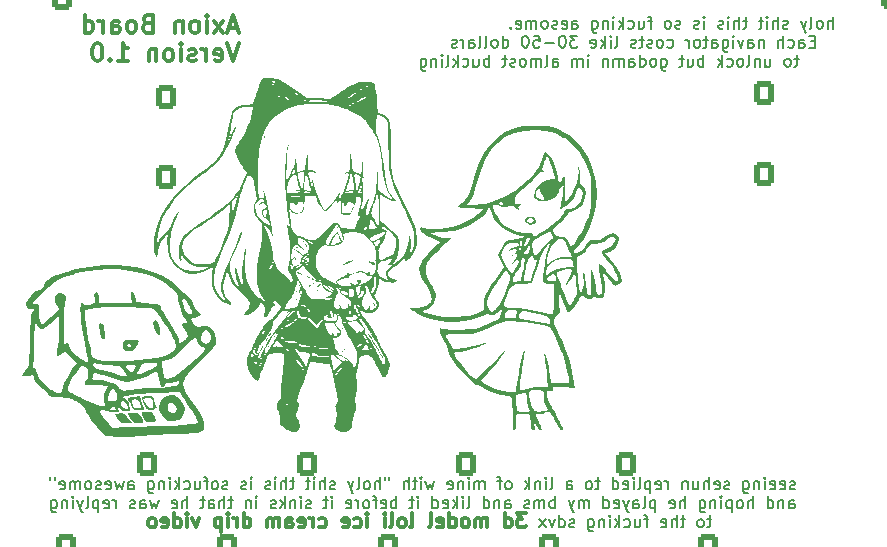
<source format=gbr>
%TF.GenerationSoftware,KiCad,Pcbnew,7.0.10*%
%TF.CreationDate,2024-03-02T05:30:57-08:00*%
%TF.ProjectId,Axion-Board,4178696f-6e2d-4426-9f61-72642e6b6963,rev?*%
%TF.SameCoordinates,Original*%
%TF.FileFunction,Legend,Bot*%
%TF.FilePolarity,Positive*%
%FSLAX46Y46*%
G04 Gerber Fmt 4.6, Leading zero omitted, Abs format (unit mm)*
G04 Created by KiCad (PCBNEW 7.0.10) date 2024-03-02 05:30:57*
%MOMM*%
%LPD*%
G01*
G04 APERTURE LIST*
G04 Aperture macros list*
%AMRoundRect*
0 Rectangle with rounded corners*
0 $1 Rounding radius*
0 $2 $3 $4 $5 $6 $7 $8 $9 X,Y pos of 4 corners*
0 Add a 4 corners polygon primitive as box body*
4,1,4,$2,$3,$4,$5,$6,$7,$8,$9,$2,$3,0*
0 Add four circle primitives for the rounded corners*
1,1,$1+$1,$2,$3*
1,1,$1+$1,$4,$5*
1,1,$1+$1,$6,$7*
1,1,$1+$1,$8,$9*
0 Add four rect primitives between the rounded corners*
20,1,$1+$1,$2,$3,$4,$5,0*
20,1,$1+$1,$4,$5,$6,$7,0*
20,1,$1+$1,$6,$7,$8,$9,0*
20,1,$1+$1,$8,$9,$2,$3,0*%
G04 Aperture macros list end*
%ADD10C,0.300000*%
%ADD11C,0.200000*%
%ADD12C,3.650000*%
%ADD13R,1.000000X1.000000*%
%ADD14O,1.000000X1.000000*%
%ADD15RoundRect,0.250000X-0.600000X-0.725000X0.600000X-0.725000X0.600000X0.725000X-0.600000X0.725000X0*%
%ADD16O,1.700000X1.950000*%
%ADD17RoundRect,0.250000X0.600000X0.725000X-0.600000X0.725000X-0.600000X-0.725000X0.600000X-0.725000X0*%
%ADD18R,1.500000X1.500000*%
%ADD19C,1.500000*%
%ADD20C,0.650000*%
%ADD21O,1.000000X2.100000*%
%ADD22O,1.000000X1.600000*%
G04 APERTURE END LIST*
D10*
X149898703Y-99987542D02*
X149155846Y-99987542D01*
X149155846Y-99987542D02*
X149555846Y-100444685D01*
X149555846Y-100444685D02*
X149384417Y-100444685D01*
X149384417Y-100444685D02*
X149270132Y-100501828D01*
X149270132Y-100501828D02*
X149212989Y-100558971D01*
X149212989Y-100558971D02*
X149155846Y-100673257D01*
X149155846Y-100673257D02*
X149155846Y-100958971D01*
X149155846Y-100958971D02*
X149212989Y-101073257D01*
X149212989Y-101073257D02*
X149270132Y-101130400D01*
X149270132Y-101130400D02*
X149384417Y-101187542D01*
X149384417Y-101187542D02*
X149727274Y-101187542D01*
X149727274Y-101187542D02*
X149841560Y-101130400D01*
X149841560Y-101130400D02*
X149898703Y-101073257D01*
X148127275Y-101187542D02*
X148127275Y-99987542D01*
X148127275Y-101130400D02*
X148241560Y-101187542D01*
X148241560Y-101187542D02*
X148470132Y-101187542D01*
X148470132Y-101187542D02*
X148584417Y-101130400D01*
X148584417Y-101130400D02*
X148641560Y-101073257D01*
X148641560Y-101073257D02*
X148698703Y-100958971D01*
X148698703Y-100958971D02*
X148698703Y-100616114D01*
X148698703Y-100616114D02*
X148641560Y-100501828D01*
X148641560Y-100501828D02*
X148584417Y-100444685D01*
X148584417Y-100444685D02*
X148470132Y-100387542D01*
X148470132Y-100387542D02*
X148241560Y-100387542D01*
X148241560Y-100387542D02*
X148127275Y-100444685D01*
X146641560Y-101187542D02*
X146641560Y-100387542D01*
X146641560Y-100501828D02*
X146584417Y-100444685D01*
X146584417Y-100444685D02*
X146470132Y-100387542D01*
X146470132Y-100387542D02*
X146298703Y-100387542D01*
X146298703Y-100387542D02*
X146184417Y-100444685D01*
X146184417Y-100444685D02*
X146127275Y-100558971D01*
X146127275Y-100558971D02*
X146127275Y-101187542D01*
X146127275Y-100558971D02*
X146070132Y-100444685D01*
X146070132Y-100444685D02*
X145955846Y-100387542D01*
X145955846Y-100387542D02*
X145784417Y-100387542D01*
X145784417Y-100387542D02*
X145670132Y-100444685D01*
X145670132Y-100444685D02*
X145612989Y-100558971D01*
X145612989Y-100558971D02*
X145612989Y-101187542D01*
X144870132Y-101187542D02*
X144984417Y-101130400D01*
X144984417Y-101130400D02*
X145041560Y-101073257D01*
X145041560Y-101073257D02*
X145098703Y-100958971D01*
X145098703Y-100958971D02*
X145098703Y-100616114D01*
X145098703Y-100616114D02*
X145041560Y-100501828D01*
X145041560Y-100501828D02*
X144984417Y-100444685D01*
X144984417Y-100444685D02*
X144870132Y-100387542D01*
X144870132Y-100387542D02*
X144698703Y-100387542D01*
X144698703Y-100387542D02*
X144584417Y-100444685D01*
X144584417Y-100444685D02*
X144527275Y-100501828D01*
X144527275Y-100501828D02*
X144470132Y-100616114D01*
X144470132Y-100616114D02*
X144470132Y-100958971D01*
X144470132Y-100958971D02*
X144527275Y-101073257D01*
X144527275Y-101073257D02*
X144584417Y-101130400D01*
X144584417Y-101130400D02*
X144698703Y-101187542D01*
X144698703Y-101187542D02*
X144870132Y-101187542D01*
X143441561Y-101187542D02*
X143441561Y-99987542D01*
X143441561Y-101130400D02*
X143555846Y-101187542D01*
X143555846Y-101187542D02*
X143784418Y-101187542D01*
X143784418Y-101187542D02*
X143898703Y-101130400D01*
X143898703Y-101130400D02*
X143955846Y-101073257D01*
X143955846Y-101073257D02*
X144012989Y-100958971D01*
X144012989Y-100958971D02*
X144012989Y-100616114D01*
X144012989Y-100616114D02*
X143955846Y-100501828D01*
X143955846Y-100501828D02*
X143898703Y-100444685D01*
X143898703Y-100444685D02*
X143784418Y-100387542D01*
X143784418Y-100387542D02*
X143555846Y-100387542D01*
X143555846Y-100387542D02*
X143441561Y-100444685D01*
X142412989Y-101130400D02*
X142527275Y-101187542D01*
X142527275Y-101187542D02*
X142755847Y-101187542D01*
X142755847Y-101187542D02*
X142870132Y-101130400D01*
X142870132Y-101130400D02*
X142927275Y-101016114D01*
X142927275Y-101016114D02*
X142927275Y-100558971D01*
X142927275Y-100558971D02*
X142870132Y-100444685D01*
X142870132Y-100444685D02*
X142755847Y-100387542D01*
X142755847Y-100387542D02*
X142527275Y-100387542D01*
X142527275Y-100387542D02*
X142412989Y-100444685D01*
X142412989Y-100444685D02*
X142355847Y-100558971D01*
X142355847Y-100558971D02*
X142355847Y-100673257D01*
X142355847Y-100673257D02*
X142927275Y-100787542D01*
X141670133Y-101187542D02*
X141784418Y-101130400D01*
X141784418Y-101130400D02*
X141841561Y-101016114D01*
X141841561Y-101016114D02*
X141841561Y-99987542D01*
X140127276Y-101187542D02*
X140241561Y-101130400D01*
X140241561Y-101130400D02*
X140298704Y-101016114D01*
X140298704Y-101016114D02*
X140298704Y-99987542D01*
X139498705Y-101187542D02*
X139612990Y-101130400D01*
X139612990Y-101130400D02*
X139670133Y-101073257D01*
X139670133Y-101073257D02*
X139727276Y-100958971D01*
X139727276Y-100958971D02*
X139727276Y-100616114D01*
X139727276Y-100616114D02*
X139670133Y-100501828D01*
X139670133Y-100501828D02*
X139612990Y-100444685D01*
X139612990Y-100444685D02*
X139498705Y-100387542D01*
X139498705Y-100387542D02*
X139327276Y-100387542D01*
X139327276Y-100387542D02*
X139212990Y-100444685D01*
X139212990Y-100444685D02*
X139155848Y-100501828D01*
X139155848Y-100501828D02*
X139098705Y-100616114D01*
X139098705Y-100616114D02*
X139098705Y-100958971D01*
X139098705Y-100958971D02*
X139155848Y-101073257D01*
X139155848Y-101073257D02*
X139212990Y-101130400D01*
X139212990Y-101130400D02*
X139327276Y-101187542D01*
X139327276Y-101187542D02*
X139498705Y-101187542D01*
X138412991Y-101187542D02*
X138527276Y-101130400D01*
X138527276Y-101130400D02*
X138584419Y-101016114D01*
X138584419Y-101016114D02*
X138584419Y-99987542D01*
X137955848Y-101187542D02*
X137955848Y-100387542D01*
X137955848Y-99987542D02*
X138012991Y-100044685D01*
X138012991Y-100044685D02*
X137955848Y-100101828D01*
X137955848Y-100101828D02*
X137898705Y-100044685D01*
X137898705Y-100044685D02*
X137955848Y-99987542D01*
X137955848Y-99987542D02*
X137955848Y-100101828D01*
X136470133Y-101187542D02*
X136470133Y-100387542D01*
X136470133Y-99987542D02*
X136527276Y-100044685D01*
X136527276Y-100044685D02*
X136470133Y-100101828D01*
X136470133Y-100101828D02*
X136412990Y-100044685D01*
X136412990Y-100044685D02*
X136470133Y-99987542D01*
X136470133Y-99987542D02*
X136470133Y-100101828D01*
X135384419Y-101130400D02*
X135498704Y-101187542D01*
X135498704Y-101187542D02*
X135727276Y-101187542D01*
X135727276Y-101187542D02*
X135841561Y-101130400D01*
X135841561Y-101130400D02*
X135898704Y-101073257D01*
X135898704Y-101073257D02*
X135955847Y-100958971D01*
X135955847Y-100958971D02*
X135955847Y-100616114D01*
X135955847Y-100616114D02*
X135898704Y-100501828D01*
X135898704Y-100501828D02*
X135841561Y-100444685D01*
X135841561Y-100444685D02*
X135727276Y-100387542D01*
X135727276Y-100387542D02*
X135498704Y-100387542D01*
X135498704Y-100387542D02*
X135384419Y-100444685D01*
X134412990Y-101130400D02*
X134527276Y-101187542D01*
X134527276Y-101187542D02*
X134755848Y-101187542D01*
X134755848Y-101187542D02*
X134870133Y-101130400D01*
X134870133Y-101130400D02*
X134927276Y-101016114D01*
X134927276Y-101016114D02*
X134927276Y-100558971D01*
X134927276Y-100558971D02*
X134870133Y-100444685D01*
X134870133Y-100444685D02*
X134755848Y-100387542D01*
X134755848Y-100387542D02*
X134527276Y-100387542D01*
X134527276Y-100387542D02*
X134412990Y-100444685D01*
X134412990Y-100444685D02*
X134355848Y-100558971D01*
X134355848Y-100558971D02*
X134355848Y-100673257D01*
X134355848Y-100673257D02*
X134927276Y-100787542D01*
X132412991Y-101130400D02*
X132527276Y-101187542D01*
X132527276Y-101187542D02*
X132755848Y-101187542D01*
X132755848Y-101187542D02*
X132870133Y-101130400D01*
X132870133Y-101130400D02*
X132927276Y-101073257D01*
X132927276Y-101073257D02*
X132984419Y-100958971D01*
X132984419Y-100958971D02*
X132984419Y-100616114D01*
X132984419Y-100616114D02*
X132927276Y-100501828D01*
X132927276Y-100501828D02*
X132870133Y-100444685D01*
X132870133Y-100444685D02*
X132755848Y-100387542D01*
X132755848Y-100387542D02*
X132527276Y-100387542D01*
X132527276Y-100387542D02*
X132412991Y-100444685D01*
X131898705Y-101187542D02*
X131898705Y-100387542D01*
X131898705Y-100616114D02*
X131841562Y-100501828D01*
X131841562Y-100501828D02*
X131784420Y-100444685D01*
X131784420Y-100444685D02*
X131670134Y-100387542D01*
X131670134Y-100387542D02*
X131555848Y-100387542D01*
X130698705Y-101130400D02*
X130812991Y-101187542D01*
X130812991Y-101187542D02*
X131041563Y-101187542D01*
X131041563Y-101187542D02*
X131155848Y-101130400D01*
X131155848Y-101130400D02*
X131212991Y-101016114D01*
X131212991Y-101016114D02*
X131212991Y-100558971D01*
X131212991Y-100558971D02*
X131155848Y-100444685D01*
X131155848Y-100444685D02*
X131041563Y-100387542D01*
X131041563Y-100387542D02*
X130812991Y-100387542D01*
X130812991Y-100387542D02*
X130698705Y-100444685D01*
X130698705Y-100444685D02*
X130641563Y-100558971D01*
X130641563Y-100558971D02*
X130641563Y-100673257D01*
X130641563Y-100673257D02*
X131212991Y-100787542D01*
X129612992Y-101187542D02*
X129612992Y-100558971D01*
X129612992Y-100558971D02*
X129670134Y-100444685D01*
X129670134Y-100444685D02*
X129784420Y-100387542D01*
X129784420Y-100387542D02*
X130012992Y-100387542D01*
X130012992Y-100387542D02*
X130127277Y-100444685D01*
X129612992Y-101130400D02*
X129727277Y-101187542D01*
X129727277Y-101187542D02*
X130012992Y-101187542D01*
X130012992Y-101187542D02*
X130127277Y-101130400D01*
X130127277Y-101130400D02*
X130184420Y-101016114D01*
X130184420Y-101016114D02*
X130184420Y-100901828D01*
X130184420Y-100901828D02*
X130127277Y-100787542D01*
X130127277Y-100787542D02*
X130012992Y-100730400D01*
X130012992Y-100730400D02*
X129727277Y-100730400D01*
X129727277Y-100730400D02*
X129612992Y-100673257D01*
X129041563Y-101187542D02*
X129041563Y-100387542D01*
X129041563Y-100501828D02*
X128984420Y-100444685D01*
X128984420Y-100444685D02*
X128870135Y-100387542D01*
X128870135Y-100387542D02*
X128698706Y-100387542D01*
X128698706Y-100387542D02*
X128584420Y-100444685D01*
X128584420Y-100444685D02*
X128527278Y-100558971D01*
X128527278Y-100558971D02*
X128527278Y-101187542D01*
X128527278Y-100558971D02*
X128470135Y-100444685D01*
X128470135Y-100444685D02*
X128355849Y-100387542D01*
X128355849Y-100387542D02*
X128184420Y-100387542D01*
X128184420Y-100387542D02*
X128070135Y-100444685D01*
X128070135Y-100444685D02*
X128012992Y-100558971D01*
X128012992Y-100558971D02*
X128012992Y-101187542D01*
X126012992Y-101187542D02*
X126012992Y-99987542D01*
X126012992Y-101130400D02*
X126127277Y-101187542D01*
X126127277Y-101187542D02*
X126355849Y-101187542D01*
X126355849Y-101187542D02*
X126470134Y-101130400D01*
X126470134Y-101130400D02*
X126527277Y-101073257D01*
X126527277Y-101073257D02*
X126584420Y-100958971D01*
X126584420Y-100958971D02*
X126584420Y-100616114D01*
X126584420Y-100616114D02*
X126527277Y-100501828D01*
X126527277Y-100501828D02*
X126470134Y-100444685D01*
X126470134Y-100444685D02*
X126355849Y-100387542D01*
X126355849Y-100387542D02*
X126127277Y-100387542D01*
X126127277Y-100387542D02*
X126012992Y-100444685D01*
X125441563Y-101187542D02*
X125441563Y-100387542D01*
X125441563Y-100616114D02*
X125384420Y-100501828D01*
X125384420Y-100501828D02*
X125327278Y-100444685D01*
X125327278Y-100444685D02*
X125212992Y-100387542D01*
X125212992Y-100387542D02*
X125098706Y-100387542D01*
X124698706Y-101187542D02*
X124698706Y-100387542D01*
X124698706Y-99987542D02*
X124755849Y-100044685D01*
X124755849Y-100044685D02*
X124698706Y-100101828D01*
X124698706Y-100101828D02*
X124641563Y-100044685D01*
X124641563Y-100044685D02*
X124698706Y-99987542D01*
X124698706Y-99987542D02*
X124698706Y-100101828D01*
X124127277Y-100387542D02*
X124127277Y-101587542D01*
X124127277Y-100444685D02*
X124012992Y-100387542D01*
X124012992Y-100387542D02*
X123784420Y-100387542D01*
X123784420Y-100387542D02*
X123670134Y-100444685D01*
X123670134Y-100444685D02*
X123612992Y-100501828D01*
X123612992Y-100501828D02*
X123555849Y-100616114D01*
X123555849Y-100616114D02*
X123555849Y-100958971D01*
X123555849Y-100958971D02*
X123612992Y-101073257D01*
X123612992Y-101073257D02*
X123670134Y-101130400D01*
X123670134Y-101130400D02*
X123784420Y-101187542D01*
X123784420Y-101187542D02*
X124012992Y-101187542D01*
X124012992Y-101187542D02*
X124127277Y-101130400D01*
X122241563Y-100387542D02*
X121955849Y-101187542D01*
X121955849Y-101187542D02*
X121670134Y-100387542D01*
X121212991Y-101187542D02*
X121212991Y-100387542D01*
X121212991Y-99987542D02*
X121270134Y-100044685D01*
X121270134Y-100044685D02*
X121212991Y-100101828D01*
X121212991Y-100101828D02*
X121155848Y-100044685D01*
X121155848Y-100044685D02*
X121212991Y-99987542D01*
X121212991Y-99987542D02*
X121212991Y-100101828D01*
X120127277Y-101187542D02*
X120127277Y-99987542D01*
X120127277Y-101130400D02*
X120241562Y-101187542D01*
X120241562Y-101187542D02*
X120470134Y-101187542D01*
X120470134Y-101187542D02*
X120584419Y-101130400D01*
X120584419Y-101130400D02*
X120641562Y-101073257D01*
X120641562Y-101073257D02*
X120698705Y-100958971D01*
X120698705Y-100958971D02*
X120698705Y-100616114D01*
X120698705Y-100616114D02*
X120641562Y-100501828D01*
X120641562Y-100501828D02*
X120584419Y-100444685D01*
X120584419Y-100444685D02*
X120470134Y-100387542D01*
X120470134Y-100387542D02*
X120241562Y-100387542D01*
X120241562Y-100387542D02*
X120127277Y-100444685D01*
X119098705Y-101130400D02*
X119212991Y-101187542D01*
X119212991Y-101187542D02*
X119441563Y-101187542D01*
X119441563Y-101187542D02*
X119555848Y-101130400D01*
X119555848Y-101130400D02*
X119612991Y-101016114D01*
X119612991Y-101016114D02*
X119612991Y-100558971D01*
X119612991Y-100558971D02*
X119555848Y-100444685D01*
X119555848Y-100444685D02*
X119441563Y-100387542D01*
X119441563Y-100387542D02*
X119212991Y-100387542D01*
X119212991Y-100387542D02*
X119098705Y-100444685D01*
X119098705Y-100444685D02*
X119041563Y-100558971D01*
X119041563Y-100558971D02*
X119041563Y-100673257D01*
X119041563Y-100673257D02*
X119612991Y-100787542D01*
X118355849Y-101187542D02*
X118470134Y-101130400D01*
X118470134Y-101130400D02*
X118527277Y-101073257D01*
X118527277Y-101073257D02*
X118584420Y-100958971D01*
X118584420Y-100958971D02*
X118584420Y-100616114D01*
X118584420Y-100616114D02*
X118527277Y-100501828D01*
X118527277Y-100501828D02*
X118470134Y-100444685D01*
X118470134Y-100444685D02*
X118355849Y-100387542D01*
X118355849Y-100387542D02*
X118184420Y-100387542D01*
X118184420Y-100387542D02*
X118070134Y-100444685D01*
X118070134Y-100444685D02*
X118012992Y-100501828D01*
X118012992Y-100501828D02*
X117955849Y-100616114D01*
X117955849Y-100616114D02*
X117955849Y-100958971D01*
X117955849Y-100958971D02*
X118012992Y-101073257D01*
X118012992Y-101073257D02*
X118070134Y-101130400D01*
X118070134Y-101130400D02*
X118184420Y-101187542D01*
X118184420Y-101187542D02*
X118355849Y-101187542D01*
X125484417Y-58857257D02*
X124770132Y-58857257D01*
X125627274Y-59285828D02*
X125127274Y-57785828D01*
X125127274Y-57785828D02*
X124627274Y-59285828D01*
X124270132Y-59285828D02*
X123484418Y-58285828D01*
X124270132Y-58285828D02*
X123484418Y-59285828D01*
X122912989Y-59285828D02*
X122912989Y-58285828D01*
X122912989Y-57785828D02*
X122984417Y-57857257D01*
X122984417Y-57857257D02*
X122912989Y-57928685D01*
X122912989Y-57928685D02*
X122841560Y-57857257D01*
X122841560Y-57857257D02*
X122912989Y-57785828D01*
X122912989Y-57785828D02*
X122912989Y-57928685D01*
X121984417Y-59285828D02*
X122127274Y-59214400D01*
X122127274Y-59214400D02*
X122198703Y-59142971D01*
X122198703Y-59142971D02*
X122270131Y-59000114D01*
X122270131Y-59000114D02*
X122270131Y-58571542D01*
X122270131Y-58571542D02*
X122198703Y-58428685D01*
X122198703Y-58428685D02*
X122127274Y-58357257D01*
X122127274Y-58357257D02*
X121984417Y-58285828D01*
X121984417Y-58285828D02*
X121770131Y-58285828D01*
X121770131Y-58285828D02*
X121627274Y-58357257D01*
X121627274Y-58357257D02*
X121555846Y-58428685D01*
X121555846Y-58428685D02*
X121484417Y-58571542D01*
X121484417Y-58571542D02*
X121484417Y-59000114D01*
X121484417Y-59000114D02*
X121555846Y-59142971D01*
X121555846Y-59142971D02*
X121627274Y-59214400D01*
X121627274Y-59214400D02*
X121770131Y-59285828D01*
X121770131Y-59285828D02*
X121984417Y-59285828D01*
X120841560Y-58285828D02*
X120841560Y-59285828D01*
X120841560Y-58428685D02*
X120770131Y-58357257D01*
X120770131Y-58357257D02*
X120627274Y-58285828D01*
X120627274Y-58285828D02*
X120412988Y-58285828D01*
X120412988Y-58285828D02*
X120270131Y-58357257D01*
X120270131Y-58357257D02*
X120198703Y-58500114D01*
X120198703Y-58500114D02*
X120198703Y-59285828D01*
X117841560Y-58500114D02*
X117627274Y-58571542D01*
X117627274Y-58571542D02*
X117555845Y-58642971D01*
X117555845Y-58642971D02*
X117484417Y-58785828D01*
X117484417Y-58785828D02*
X117484417Y-59000114D01*
X117484417Y-59000114D02*
X117555845Y-59142971D01*
X117555845Y-59142971D02*
X117627274Y-59214400D01*
X117627274Y-59214400D02*
X117770131Y-59285828D01*
X117770131Y-59285828D02*
X118341560Y-59285828D01*
X118341560Y-59285828D02*
X118341560Y-57785828D01*
X118341560Y-57785828D02*
X117841560Y-57785828D01*
X117841560Y-57785828D02*
X117698703Y-57857257D01*
X117698703Y-57857257D02*
X117627274Y-57928685D01*
X117627274Y-57928685D02*
X117555845Y-58071542D01*
X117555845Y-58071542D02*
X117555845Y-58214400D01*
X117555845Y-58214400D02*
X117627274Y-58357257D01*
X117627274Y-58357257D02*
X117698703Y-58428685D01*
X117698703Y-58428685D02*
X117841560Y-58500114D01*
X117841560Y-58500114D02*
X118341560Y-58500114D01*
X116627274Y-59285828D02*
X116770131Y-59214400D01*
X116770131Y-59214400D02*
X116841560Y-59142971D01*
X116841560Y-59142971D02*
X116912988Y-59000114D01*
X116912988Y-59000114D02*
X116912988Y-58571542D01*
X116912988Y-58571542D02*
X116841560Y-58428685D01*
X116841560Y-58428685D02*
X116770131Y-58357257D01*
X116770131Y-58357257D02*
X116627274Y-58285828D01*
X116627274Y-58285828D02*
X116412988Y-58285828D01*
X116412988Y-58285828D02*
X116270131Y-58357257D01*
X116270131Y-58357257D02*
X116198703Y-58428685D01*
X116198703Y-58428685D02*
X116127274Y-58571542D01*
X116127274Y-58571542D02*
X116127274Y-59000114D01*
X116127274Y-59000114D02*
X116198703Y-59142971D01*
X116198703Y-59142971D02*
X116270131Y-59214400D01*
X116270131Y-59214400D02*
X116412988Y-59285828D01*
X116412988Y-59285828D02*
X116627274Y-59285828D01*
X114841560Y-59285828D02*
X114841560Y-58500114D01*
X114841560Y-58500114D02*
X114912988Y-58357257D01*
X114912988Y-58357257D02*
X115055845Y-58285828D01*
X115055845Y-58285828D02*
X115341560Y-58285828D01*
X115341560Y-58285828D02*
X115484417Y-58357257D01*
X114841560Y-59214400D02*
X114984417Y-59285828D01*
X114984417Y-59285828D02*
X115341560Y-59285828D01*
X115341560Y-59285828D02*
X115484417Y-59214400D01*
X115484417Y-59214400D02*
X115555845Y-59071542D01*
X115555845Y-59071542D02*
X115555845Y-58928685D01*
X115555845Y-58928685D02*
X115484417Y-58785828D01*
X115484417Y-58785828D02*
X115341560Y-58714400D01*
X115341560Y-58714400D02*
X114984417Y-58714400D01*
X114984417Y-58714400D02*
X114841560Y-58642971D01*
X114127274Y-59285828D02*
X114127274Y-58285828D01*
X114127274Y-58571542D02*
X114055845Y-58428685D01*
X114055845Y-58428685D02*
X113984417Y-58357257D01*
X113984417Y-58357257D02*
X113841559Y-58285828D01*
X113841559Y-58285828D02*
X113698702Y-58285828D01*
X112555846Y-59285828D02*
X112555846Y-57785828D01*
X112555846Y-59214400D02*
X112698703Y-59285828D01*
X112698703Y-59285828D02*
X112984417Y-59285828D01*
X112984417Y-59285828D02*
X113127274Y-59214400D01*
X113127274Y-59214400D02*
X113198703Y-59142971D01*
X113198703Y-59142971D02*
X113270131Y-59000114D01*
X113270131Y-59000114D02*
X113270131Y-58571542D01*
X113270131Y-58571542D02*
X113198703Y-58428685D01*
X113198703Y-58428685D02*
X113127274Y-58357257D01*
X113127274Y-58357257D02*
X112984417Y-58285828D01*
X112984417Y-58285828D02*
X112698703Y-58285828D01*
X112698703Y-58285828D02*
X112555846Y-58357257D01*
X125627274Y-60200828D02*
X125127274Y-61700828D01*
X125127274Y-61700828D02*
X124627274Y-60200828D01*
X123555846Y-61629400D02*
X123698703Y-61700828D01*
X123698703Y-61700828D02*
X123984418Y-61700828D01*
X123984418Y-61700828D02*
X124127275Y-61629400D01*
X124127275Y-61629400D02*
X124198703Y-61486542D01*
X124198703Y-61486542D02*
X124198703Y-60915114D01*
X124198703Y-60915114D02*
X124127275Y-60772257D01*
X124127275Y-60772257D02*
X123984418Y-60700828D01*
X123984418Y-60700828D02*
X123698703Y-60700828D01*
X123698703Y-60700828D02*
X123555846Y-60772257D01*
X123555846Y-60772257D02*
X123484418Y-60915114D01*
X123484418Y-60915114D02*
X123484418Y-61057971D01*
X123484418Y-61057971D02*
X124198703Y-61200828D01*
X122841561Y-61700828D02*
X122841561Y-60700828D01*
X122841561Y-60986542D02*
X122770132Y-60843685D01*
X122770132Y-60843685D02*
X122698704Y-60772257D01*
X122698704Y-60772257D02*
X122555846Y-60700828D01*
X122555846Y-60700828D02*
X122412989Y-60700828D01*
X121984418Y-61629400D02*
X121841561Y-61700828D01*
X121841561Y-61700828D02*
X121555847Y-61700828D01*
X121555847Y-61700828D02*
X121412990Y-61629400D01*
X121412990Y-61629400D02*
X121341561Y-61486542D01*
X121341561Y-61486542D02*
X121341561Y-61415114D01*
X121341561Y-61415114D02*
X121412990Y-61272257D01*
X121412990Y-61272257D02*
X121555847Y-61200828D01*
X121555847Y-61200828D02*
X121770133Y-61200828D01*
X121770133Y-61200828D02*
X121912990Y-61129400D01*
X121912990Y-61129400D02*
X121984418Y-60986542D01*
X121984418Y-60986542D02*
X121984418Y-60915114D01*
X121984418Y-60915114D02*
X121912990Y-60772257D01*
X121912990Y-60772257D02*
X121770133Y-60700828D01*
X121770133Y-60700828D02*
X121555847Y-60700828D01*
X121555847Y-60700828D02*
X121412990Y-60772257D01*
X120698704Y-61700828D02*
X120698704Y-60700828D01*
X120698704Y-60200828D02*
X120770132Y-60272257D01*
X120770132Y-60272257D02*
X120698704Y-60343685D01*
X120698704Y-60343685D02*
X120627275Y-60272257D01*
X120627275Y-60272257D02*
X120698704Y-60200828D01*
X120698704Y-60200828D02*
X120698704Y-60343685D01*
X119770132Y-61700828D02*
X119912989Y-61629400D01*
X119912989Y-61629400D02*
X119984418Y-61557971D01*
X119984418Y-61557971D02*
X120055846Y-61415114D01*
X120055846Y-61415114D02*
X120055846Y-60986542D01*
X120055846Y-60986542D02*
X119984418Y-60843685D01*
X119984418Y-60843685D02*
X119912989Y-60772257D01*
X119912989Y-60772257D02*
X119770132Y-60700828D01*
X119770132Y-60700828D02*
X119555846Y-60700828D01*
X119555846Y-60700828D02*
X119412989Y-60772257D01*
X119412989Y-60772257D02*
X119341561Y-60843685D01*
X119341561Y-60843685D02*
X119270132Y-60986542D01*
X119270132Y-60986542D02*
X119270132Y-61415114D01*
X119270132Y-61415114D02*
X119341561Y-61557971D01*
X119341561Y-61557971D02*
X119412989Y-61629400D01*
X119412989Y-61629400D02*
X119555846Y-61700828D01*
X119555846Y-61700828D02*
X119770132Y-61700828D01*
X118627275Y-60700828D02*
X118627275Y-61700828D01*
X118627275Y-60843685D02*
X118555846Y-60772257D01*
X118555846Y-60772257D02*
X118412989Y-60700828D01*
X118412989Y-60700828D02*
X118198703Y-60700828D01*
X118198703Y-60700828D02*
X118055846Y-60772257D01*
X118055846Y-60772257D02*
X117984418Y-60915114D01*
X117984418Y-60915114D02*
X117984418Y-61700828D01*
X115341560Y-61700828D02*
X116198703Y-61700828D01*
X115770132Y-61700828D02*
X115770132Y-60200828D01*
X115770132Y-60200828D02*
X115912989Y-60415114D01*
X115912989Y-60415114D02*
X116055846Y-60557971D01*
X116055846Y-60557971D02*
X116198703Y-60629400D01*
X114698704Y-61557971D02*
X114627275Y-61629400D01*
X114627275Y-61629400D02*
X114698704Y-61700828D01*
X114698704Y-61700828D02*
X114770132Y-61629400D01*
X114770132Y-61629400D02*
X114698704Y-61557971D01*
X114698704Y-61557971D02*
X114698704Y-61700828D01*
X113698703Y-60200828D02*
X113555846Y-60200828D01*
X113555846Y-60200828D02*
X113412989Y-60272257D01*
X113412989Y-60272257D02*
X113341561Y-60343685D01*
X113341561Y-60343685D02*
X113270132Y-60486542D01*
X113270132Y-60486542D02*
X113198703Y-60772257D01*
X113198703Y-60772257D02*
X113198703Y-61129400D01*
X113198703Y-61129400D02*
X113270132Y-61415114D01*
X113270132Y-61415114D02*
X113341561Y-61557971D01*
X113341561Y-61557971D02*
X113412989Y-61629400D01*
X113412989Y-61629400D02*
X113555846Y-61700828D01*
X113555846Y-61700828D02*
X113698703Y-61700828D01*
X113698703Y-61700828D02*
X113841561Y-61629400D01*
X113841561Y-61629400D02*
X113912989Y-61557971D01*
X113912989Y-61557971D02*
X113984418Y-61415114D01*
X113984418Y-61415114D02*
X114055846Y-61129400D01*
X114055846Y-61129400D02*
X114055846Y-60772257D01*
X114055846Y-60772257D02*
X113984418Y-60486542D01*
X113984418Y-60486542D02*
X113912989Y-60343685D01*
X113912989Y-60343685D02*
X113841561Y-60272257D01*
X113841561Y-60272257D02*
X113698703Y-60200828D01*
D11*
X175897826Y-58947219D02*
X175897826Y-57947219D01*
X175469255Y-58947219D02*
X175469255Y-58423409D01*
X175469255Y-58423409D02*
X175516874Y-58328171D01*
X175516874Y-58328171D02*
X175612112Y-58280552D01*
X175612112Y-58280552D02*
X175754969Y-58280552D01*
X175754969Y-58280552D02*
X175850207Y-58328171D01*
X175850207Y-58328171D02*
X175897826Y-58375790D01*
X174850207Y-58947219D02*
X174945445Y-58899600D01*
X174945445Y-58899600D02*
X174993064Y-58851980D01*
X174993064Y-58851980D02*
X175040683Y-58756742D01*
X175040683Y-58756742D02*
X175040683Y-58471028D01*
X175040683Y-58471028D02*
X174993064Y-58375790D01*
X174993064Y-58375790D02*
X174945445Y-58328171D01*
X174945445Y-58328171D02*
X174850207Y-58280552D01*
X174850207Y-58280552D02*
X174707350Y-58280552D01*
X174707350Y-58280552D02*
X174612112Y-58328171D01*
X174612112Y-58328171D02*
X174564493Y-58375790D01*
X174564493Y-58375790D02*
X174516874Y-58471028D01*
X174516874Y-58471028D02*
X174516874Y-58756742D01*
X174516874Y-58756742D02*
X174564493Y-58851980D01*
X174564493Y-58851980D02*
X174612112Y-58899600D01*
X174612112Y-58899600D02*
X174707350Y-58947219D01*
X174707350Y-58947219D02*
X174850207Y-58947219D01*
X173945445Y-58947219D02*
X174040683Y-58899600D01*
X174040683Y-58899600D02*
X174088302Y-58804361D01*
X174088302Y-58804361D02*
X174088302Y-57947219D01*
X173659730Y-58280552D02*
X173421635Y-58947219D01*
X173183540Y-58280552D02*
X173421635Y-58947219D01*
X173421635Y-58947219D02*
X173516873Y-59185314D01*
X173516873Y-59185314D02*
X173564492Y-59232933D01*
X173564492Y-59232933D02*
X173659730Y-59280552D01*
X172088301Y-58899600D02*
X171993063Y-58947219D01*
X171993063Y-58947219D02*
X171802587Y-58947219D01*
X171802587Y-58947219D02*
X171707349Y-58899600D01*
X171707349Y-58899600D02*
X171659730Y-58804361D01*
X171659730Y-58804361D02*
X171659730Y-58756742D01*
X171659730Y-58756742D02*
X171707349Y-58661504D01*
X171707349Y-58661504D02*
X171802587Y-58613885D01*
X171802587Y-58613885D02*
X171945444Y-58613885D01*
X171945444Y-58613885D02*
X172040682Y-58566266D01*
X172040682Y-58566266D02*
X172088301Y-58471028D01*
X172088301Y-58471028D02*
X172088301Y-58423409D01*
X172088301Y-58423409D02*
X172040682Y-58328171D01*
X172040682Y-58328171D02*
X171945444Y-58280552D01*
X171945444Y-58280552D02*
X171802587Y-58280552D01*
X171802587Y-58280552D02*
X171707349Y-58328171D01*
X171231158Y-58947219D02*
X171231158Y-57947219D01*
X170802587Y-58947219D02*
X170802587Y-58423409D01*
X170802587Y-58423409D02*
X170850206Y-58328171D01*
X170850206Y-58328171D02*
X170945444Y-58280552D01*
X170945444Y-58280552D02*
X171088301Y-58280552D01*
X171088301Y-58280552D02*
X171183539Y-58328171D01*
X171183539Y-58328171D02*
X171231158Y-58375790D01*
X170326396Y-58947219D02*
X170326396Y-58280552D01*
X170326396Y-57947219D02*
X170374015Y-57994838D01*
X170374015Y-57994838D02*
X170326396Y-58042457D01*
X170326396Y-58042457D02*
X170278777Y-57994838D01*
X170278777Y-57994838D02*
X170326396Y-57947219D01*
X170326396Y-57947219D02*
X170326396Y-58042457D01*
X169993063Y-58280552D02*
X169612111Y-58280552D01*
X169850206Y-57947219D02*
X169850206Y-58804361D01*
X169850206Y-58804361D02*
X169802587Y-58899600D01*
X169802587Y-58899600D02*
X169707349Y-58947219D01*
X169707349Y-58947219D02*
X169612111Y-58947219D01*
X168659729Y-58280552D02*
X168278777Y-58280552D01*
X168516872Y-57947219D02*
X168516872Y-58804361D01*
X168516872Y-58804361D02*
X168469253Y-58899600D01*
X168469253Y-58899600D02*
X168374015Y-58947219D01*
X168374015Y-58947219D02*
X168278777Y-58947219D01*
X167945443Y-58947219D02*
X167945443Y-57947219D01*
X167516872Y-58947219D02*
X167516872Y-58423409D01*
X167516872Y-58423409D02*
X167564491Y-58328171D01*
X167564491Y-58328171D02*
X167659729Y-58280552D01*
X167659729Y-58280552D02*
X167802586Y-58280552D01*
X167802586Y-58280552D02*
X167897824Y-58328171D01*
X167897824Y-58328171D02*
X167945443Y-58375790D01*
X167040681Y-58947219D02*
X167040681Y-58280552D01*
X167040681Y-57947219D02*
X167088300Y-57994838D01*
X167088300Y-57994838D02*
X167040681Y-58042457D01*
X167040681Y-58042457D02*
X166993062Y-57994838D01*
X166993062Y-57994838D02*
X167040681Y-57947219D01*
X167040681Y-57947219D02*
X167040681Y-58042457D01*
X166612110Y-58899600D02*
X166516872Y-58947219D01*
X166516872Y-58947219D02*
X166326396Y-58947219D01*
X166326396Y-58947219D02*
X166231158Y-58899600D01*
X166231158Y-58899600D02*
X166183539Y-58804361D01*
X166183539Y-58804361D02*
X166183539Y-58756742D01*
X166183539Y-58756742D02*
X166231158Y-58661504D01*
X166231158Y-58661504D02*
X166326396Y-58613885D01*
X166326396Y-58613885D02*
X166469253Y-58613885D01*
X166469253Y-58613885D02*
X166564491Y-58566266D01*
X166564491Y-58566266D02*
X166612110Y-58471028D01*
X166612110Y-58471028D02*
X166612110Y-58423409D01*
X166612110Y-58423409D02*
X166564491Y-58328171D01*
X166564491Y-58328171D02*
X166469253Y-58280552D01*
X166469253Y-58280552D02*
X166326396Y-58280552D01*
X166326396Y-58280552D02*
X166231158Y-58328171D01*
X164993062Y-58947219D02*
X164993062Y-58280552D01*
X164993062Y-57947219D02*
X165040681Y-57994838D01*
X165040681Y-57994838D02*
X164993062Y-58042457D01*
X164993062Y-58042457D02*
X164945443Y-57994838D01*
X164945443Y-57994838D02*
X164993062Y-57947219D01*
X164993062Y-57947219D02*
X164993062Y-58042457D01*
X164564491Y-58899600D02*
X164469253Y-58947219D01*
X164469253Y-58947219D02*
X164278777Y-58947219D01*
X164278777Y-58947219D02*
X164183539Y-58899600D01*
X164183539Y-58899600D02*
X164135920Y-58804361D01*
X164135920Y-58804361D02*
X164135920Y-58756742D01*
X164135920Y-58756742D02*
X164183539Y-58661504D01*
X164183539Y-58661504D02*
X164278777Y-58613885D01*
X164278777Y-58613885D02*
X164421634Y-58613885D01*
X164421634Y-58613885D02*
X164516872Y-58566266D01*
X164516872Y-58566266D02*
X164564491Y-58471028D01*
X164564491Y-58471028D02*
X164564491Y-58423409D01*
X164564491Y-58423409D02*
X164516872Y-58328171D01*
X164516872Y-58328171D02*
X164421634Y-58280552D01*
X164421634Y-58280552D02*
X164278777Y-58280552D01*
X164278777Y-58280552D02*
X164183539Y-58328171D01*
X162993062Y-58899600D02*
X162897824Y-58947219D01*
X162897824Y-58947219D02*
X162707348Y-58947219D01*
X162707348Y-58947219D02*
X162612110Y-58899600D01*
X162612110Y-58899600D02*
X162564491Y-58804361D01*
X162564491Y-58804361D02*
X162564491Y-58756742D01*
X162564491Y-58756742D02*
X162612110Y-58661504D01*
X162612110Y-58661504D02*
X162707348Y-58613885D01*
X162707348Y-58613885D02*
X162850205Y-58613885D01*
X162850205Y-58613885D02*
X162945443Y-58566266D01*
X162945443Y-58566266D02*
X162993062Y-58471028D01*
X162993062Y-58471028D02*
X162993062Y-58423409D01*
X162993062Y-58423409D02*
X162945443Y-58328171D01*
X162945443Y-58328171D02*
X162850205Y-58280552D01*
X162850205Y-58280552D02*
X162707348Y-58280552D01*
X162707348Y-58280552D02*
X162612110Y-58328171D01*
X161993062Y-58947219D02*
X162088300Y-58899600D01*
X162088300Y-58899600D02*
X162135919Y-58851980D01*
X162135919Y-58851980D02*
X162183538Y-58756742D01*
X162183538Y-58756742D02*
X162183538Y-58471028D01*
X162183538Y-58471028D02*
X162135919Y-58375790D01*
X162135919Y-58375790D02*
X162088300Y-58328171D01*
X162088300Y-58328171D02*
X161993062Y-58280552D01*
X161993062Y-58280552D02*
X161850205Y-58280552D01*
X161850205Y-58280552D02*
X161754967Y-58328171D01*
X161754967Y-58328171D02*
X161707348Y-58375790D01*
X161707348Y-58375790D02*
X161659729Y-58471028D01*
X161659729Y-58471028D02*
X161659729Y-58756742D01*
X161659729Y-58756742D02*
X161707348Y-58851980D01*
X161707348Y-58851980D02*
X161754967Y-58899600D01*
X161754967Y-58899600D02*
X161850205Y-58947219D01*
X161850205Y-58947219D02*
X161993062Y-58947219D01*
X160612109Y-58280552D02*
X160231157Y-58280552D01*
X160469252Y-58947219D02*
X160469252Y-58090076D01*
X160469252Y-58090076D02*
X160421633Y-57994838D01*
X160421633Y-57994838D02*
X160326395Y-57947219D01*
X160326395Y-57947219D02*
X160231157Y-57947219D01*
X159469252Y-58280552D02*
X159469252Y-58947219D01*
X159897823Y-58280552D02*
X159897823Y-58804361D01*
X159897823Y-58804361D02*
X159850204Y-58899600D01*
X159850204Y-58899600D02*
X159754966Y-58947219D01*
X159754966Y-58947219D02*
X159612109Y-58947219D01*
X159612109Y-58947219D02*
X159516871Y-58899600D01*
X159516871Y-58899600D02*
X159469252Y-58851980D01*
X158564490Y-58899600D02*
X158659728Y-58947219D01*
X158659728Y-58947219D02*
X158850204Y-58947219D01*
X158850204Y-58947219D02*
X158945442Y-58899600D01*
X158945442Y-58899600D02*
X158993061Y-58851980D01*
X158993061Y-58851980D02*
X159040680Y-58756742D01*
X159040680Y-58756742D02*
X159040680Y-58471028D01*
X159040680Y-58471028D02*
X158993061Y-58375790D01*
X158993061Y-58375790D02*
X158945442Y-58328171D01*
X158945442Y-58328171D02*
X158850204Y-58280552D01*
X158850204Y-58280552D02*
X158659728Y-58280552D01*
X158659728Y-58280552D02*
X158564490Y-58328171D01*
X158135918Y-58947219D02*
X158135918Y-57947219D01*
X158040680Y-58566266D02*
X157754966Y-58947219D01*
X157754966Y-58280552D02*
X158135918Y-58661504D01*
X157326394Y-58947219D02*
X157326394Y-58280552D01*
X157326394Y-57947219D02*
X157374013Y-57994838D01*
X157374013Y-57994838D02*
X157326394Y-58042457D01*
X157326394Y-58042457D02*
X157278775Y-57994838D01*
X157278775Y-57994838D02*
X157326394Y-57947219D01*
X157326394Y-57947219D02*
X157326394Y-58042457D01*
X156850204Y-58280552D02*
X156850204Y-58947219D01*
X156850204Y-58375790D02*
X156802585Y-58328171D01*
X156802585Y-58328171D02*
X156707347Y-58280552D01*
X156707347Y-58280552D02*
X156564490Y-58280552D01*
X156564490Y-58280552D02*
X156469252Y-58328171D01*
X156469252Y-58328171D02*
X156421633Y-58423409D01*
X156421633Y-58423409D02*
X156421633Y-58947219D01*
X155516871Y-58280552D02*
X155516871Y-59090076D01*
X155516871Y-59090076D02*
X155564490Y-59185314D01*
X155564490Y-59185314D02*
X155612109Y-59232933D01*
X155612109Y-59232933D02*
X155707347Y-59280552D01*
X155707347Y-59280552D02*
X155850204Y-59280552D01*
X155850204Y-59280552D02*
X155945442Y-59232933D01*
X155516871Y-58899600D02*
X155612109Y-58947219D01*
X155612109Y-58947219D02*
X155802585Y-58947219D01*
X155802585Y-58947219D02*
X155897823Y-58899600D01*
X155897823Y-58899600D02*
X155945442Y-58851980D01*
X155945442Y-58851980D02*
X155993061Y-58756742D01*
X155993061Y-58756742D02*
X155993061Y-58471028D01*
X155993061Y-58471028D02*
X155945442Y-58375790D01*
X155945442Y-58375790D02*
X155897823Y-58328171D01*
X155897823Y-58328171D02*
X155802585Y-58280552D01*
X155802585Y-58280552D02*
X155612109Y-58280552D01*
X155612109Y-58280552D02*
X155516871Y-58328171D01*
X153850204Y-58947219D02*
X153850204Y-58423409D01*
X153850204Y-58423409D02*
X153897823Y-58328171D01*
X153897823Y-58328171D02*
X153993061Y-58280552D01*
X153993061Y-58280552D02*
X154183537Y-58280552D01*
X154183537Y-58280552D02*
X154278775Y-58328171D01*
X153850204Y-58899600D02*
X153945442Y-58947219D01*
X153945442Y-58947219D02*
X154183537Y-58947219D01*
X154183537Y-58947219D02*
X154278775Y-58899600D01*
X154278775Y-58899600D02*
X154326394Y-58804361D01*
X154326394Y-58804361D02*
X154326394Y-58709123D01*
X154326394Y-58709123D02*
X154278775Y-58613885D01*
X154278775Y-58613885D02*
X154183537Y-58566266D01*
X154183537Y-58566266D02*
X153945442Y-58566266D01*
X153945442Y-58566266D02*
X153850204Y-58518647D01*
X152993061Y-58899600D02*
X153088299Y-58947219D01*
X153088299Y-58947219D02*
X153278775Y-58947219D01*
X153278775Y-58947219D02*
X153374013Y-58899600D01*
X153374013Y-58899600D02*
X153421632Y-58804361D01*
X153421632Y-58804361D02*
X153421632Y-58423409D01*
X153421632Y-58423409D02*
X153374013Y-58328171D01*
X153374013Y-58328171D02*
X153278775Y-58280552D01*
X153278775Y-58280552D02*
X153088299Y-58280552D01*
X153088299Y-58280552D02*
X152993061Y-58328171D01*
X152993061Y-58328171D02*
X152945442Y-58423409D01*
X152945442Y-58423409D02*
X152945442Y-58518647D01*
X152945442Y-58518647D02*
X153421632Y-58613885D01*
X152564489Y-58899600D02*
X152469251Y-58947219D01*
X152469251Y-58947219D02*
X152278775Y-58947219D01*
X152278775Y-58947219D02*
X152183537Y-58899600D01*
X152183537Y-58899600D02*
X152135918Y-58804361D01*
X152135918Y-58804361D02*
X152135918Y-58756742D01*
X152135918Y-58756742D02*
X152183537Y-58661504D01*
X152183537Y-58661504D02*
X152278775Y-58613885D01*
X152278775Y-58613885D02*
X152421632Y-58613885D01*
X152421632Y-58613885D02*
X152516870Y-58566266D01*
X152516870Y-58566266D02*
X152564489Y-58471028D01*
X152564489Y-58471028D02*
X152564489Y-58423409D01*
X152564489Y-58423409D02*
X152516870Y-58328171D01*
X152516870Y-58328171D02*
X152421632Y-58280552D01*
X152421632Y-58280552D02*
X152278775Y-58280552D01*
X152278775Y-58280552D02*
X152183537Y-58328171D01*
X151564489Y-58947219D02*
X151659727Y-58899600D01*
X151659727Y-58899600D02*
X151707346Y-58851980D01*
X151707346Y-58851980D02*
X151754965Y-58756742D01*
X151754965Y-58756742D02*
X151754965Y-58471028D01*
X151754965Y-58471028D02*
X151707346Y-58375790D01*
X151707346Y-58375790D02*
X151659727Y-58328171D01*
X151659727Y-58328171D02*
X151564489Y-58280552D01*
X151564489Y-58280552D02*
X151421632Y-58280552D01*
X151421632Y-58280552D02*
X151326394Y-58328171D01*
X151326394Y-58328171D02*
X151278775Y-58375790D01*
X151278775Y-58375790D02*
X151231156Y-58471028D01*
X151231156Y-58471028D02*
X151231156Y-58756742D01*
X151231156Y-58756742D02*
X151278775Y-58851980D01*
X151278775Y-58851980D02*
X151326394Y-58899600D01*
X151326394Y-58899600D02*
X151421632Y-58947219D01*
X151421632Y-58947219D02*
X151564489Y-58947219D01*
X150802584Y-58947219D02*
X150802584Y-58280552D01*
X150802584Y-58375790D02*
X150754965Y-58328171D01*
X150754965Y-58328171D02*
X150659727Y-58280552D01*
X150659727Y-58280552D02*
X150516870Y-58280552D01*
X150516870Y-58280552D02*
X150421632Y-58328171D01*
X150421632Y-58328171D02*
X150374013Y-58423409D01*
X150374013Y-58423409D02*
X150374013Y-58947219D01*
X150374013Y-58423409D02*
X150326394Y-58328171D01*
X150326394Y-58328171D02*
X150231156Y-58280552D01*
X150231156Y-58280552D02*
X150088299Y-58280552D01*
X150088299Y-58280552D02*
X149993060Y-58328171D01*
X149993060Y-58328171D02*
X149945441Y-58423409D01*
X149945441Y-58423409D02*
X149945441Y-58947219D01*
X149088299Y-58899600D02*
X149183537Y-58947219D01*
X149183537Y-58947219D02*
X149374013Y-58947219D01*
X149374013Y-58947219D02*
X149469251Y-58899600D01*
X149469251Y-58899600D02*
X149516870Y-58804361D01*
X149516870Y-58804361D02*
X149516870Y-58423409D01*
X149516870Y-58423409D02*
X149469251Y-58328171D01*
X149469251Y-58328171D02*
X149374013Y-58280552D01*
X149374013Y-58280552D02*
X149183537Y-58280552D01*
X149183537Y-58280552D02*
X149088299Y-58328171D01*
X149088299Y-58328171D02*
X149040680Y-58423409D01*
X149040680Y-58423409D02*
X149040680Y-58518647D01*
X149040680Y-58518647D02*
X149516870Y-58613885D01*
X148612108Y-58851980D02*
X148564489Y-58899600D01*
X148564489Y-58899600D02*
X148612108Y-58947219D01*
X148612108Y-58947219D02*
X148659727Y-58899600D01*
X148659727Y-58899600D02*
X148612108Y-58851980D01*
X148612108Y-58851980D02*
X148612108Y-58947219D01*
X174374016Y-60033409D02*
X174040683Y-60033409D01*
X173897826Y-60557219D02*
X174374016Y-60557219D01*
X174374016Y-60557219D02*
X174374016Y-59557219D01*
X174374016Y-59557219D02*
X173897826Y-59557219D01*
X173040683Y-60557219D02*
X173040683Y-60033409D01*
X173040683Y-60033409D02*
X173088302Y-59938171D01*
X173088302Y-59938171D02*
X173183540Y-59890552D01*
X173183540Y-59890552D02*
X173374016Y-59890552D01*
X173374016Y-59890552D02*
X173469254Y-59938171D01*
X173040683Y-60509600D02*
X173135921Y-60557219D01*
X173135921Y-60557219D02*
X173374016Y-60557219D01*
X173374016Y-60557219D02*
X173469254Y-60509600D01*
X173469254Y-60509600D02*
X173516873Y-60414361D01*
X173516873Y-60414361D02*
X173516873Y-60319123D01*
X173516873Y-60319123D02*
X173469254Y-60223885D01*
X173469254Y-60223885D02*
X173374016Y-60176266D01*
X173374016Y-60176266D02*
X173135921Y-60176266D01*
X173135921Y-60176266D02*
X173040683Y-60128647D01*
X172135921Y-60509600D02*
X172231159Y-60557219D01*
X172231159Y-60557219D02*
X172421635Y-60557219D01*
X172421635Y-60557219D02*
X172516873Y-60509600D01*
X172516873Y-60509600D02*
X172564492Y-60461980D01*
X172564492Y-60461980D02*
X172612111Y-60366742D01*
X172612111Y-60366742D02*
X172612111Y-60081028D01*
X172612111Y-60081028D02*
X172564492Y-59985790D01*
X172564492Y-59985790D02*
X172516873Y-59938171D01*
X172516873Y-59938171D02*
X172421635Y-59890552D01*
X172421635Y-59890552D02*
X172231159Y-59890552D01*
X172231159Y-59890552D02*
X172135921Y-59938171D01*
X171707349Y-60557219D02*
X171707349Y-59557219D01*
X171278778Y-60557219D02*
X171278778Y-60033409D01*
X171278778Y-60033409D02*
X171326397Y-59938171D01*
X171326397Y-59938171D02*
X171421635Y-59890552D01*
X171421635Y-59890552D02*
X171564492Y-59890552D01*
X171564492Y-59890552D02*
X171659730Y-59938171D01*
X171659730Y-59938171D02*
X171707349Y-59985790D01*
X170040682Y-59890552D02*
X170040682Y-60557219D01*
X170040682Y-59985790D02*
X169993063Y-59938171D01*
X169993063Y-59938171D02*
X169897825Y-59890552D01*
X169897825Y-59890552D02*
X169754968Y-59890552D01*
X169754968Y-59890552D02*
X169659730Y-59938171D01*
X169659730Y-59938171D02*
X169612111Y-60033409D01*
X169612111Y-60033409D02*
X169612111Y-60557219D01*
X168707349Y-60557219D02*
X168707349Y-60033409D01*
X168707349Y-60033409D02*
X168754968Y-59938171D01*
X168754968Y-59938171D02*
X168850206Y-59890552D01*
X168850206Y-59890552D02*
X169040682Y-59890552D01*
X169040682Y-59890552D02*
X169135920Y-59938171D01*
X168707349Y-60509600D02*
X168802587Y-60557219D01*
X168802587Y-60557219D02*
X169040682Y-60557219D01*
X169040682Y-60557219D02*
X169135920Y-60509600D01*
X169135920Y-60509600D02*
X169183539Y-60414361D01*
X169183539Y-60414361D02*
X169183539Y-60319123D01*
X169183539Y-60319123D02*
X169135920Y-60223885D01*
X169135920Y-60223885D02*
X169040682Y-60176266D01*
X169040682Y-60176266D02*
X168802587Y-60176266D01*
X168802587Y-60176266D02*
X168707349Y-60128647D01*
X168326396Y-59890552D02*
X168088301Y-60557219D01*
X168088301Y-60557219D02*
X167850206Y-59890552D01*
X167469253Y-60557219D02*
X167469253Y-59890552D01*
X167469253Y-59557219D02*
X167516872Y-59604838D01*
X167516872Y-59604838D02*
X167469253Y-59652457D01*
X167469253Y-59652457D02*
X167421634Y-59604838D01*
X167421634Y-59604838D02*
X167469253Y-59557219D01*
X167469253Y-59557219D02*
X167469253Y-59652457D01*
X166564492Y-59890552D02*
X166564492Y-60700076D01*
X166564492Y-60700076D02*
X166612111Y-60795314D01*
X166612111Y-60795314D02*
X166659730Y-60842933D01*
X166659730Y-60842933D02*
X166754968Y-60890552D01*
X166754968Y-60890552D02*
X166897825Y-60890552D01*
X166897825Y-60890552D02*
X166993063Y-60842933D01*
X166564492Y-60509600D02*
X166659730Y-60557219D01*
X166659730Y-60557219D02*
X166850206Y-60557219D01*
X166850206Y-60557219D02*
X166945444Y-60509600D01*
X166945444Y-60509600D02*
X166993063Y-60461980D01*
X166993063Y-60461980D02*
X167040682Y-60366742D01*
X167040682Y-60366742D02*
X167040682Y-60081028D01*
X167040682Y-60081028D02*
X166993063Y-59985790D01*
X166993063Y-59985790D02*
X166945444Y-59938171D01*
X166945444Y-59938171D02*
X166850206Y-59890552D01*
X166850206Y-59890552D02*
X166659730Y-59890552D01*
X166659730Y-59890552D02*
X166564492Y-59938171D01*
X165659730Y-60557219D02*
X165659730Y-60033409D01*
X165659730Y-60033409D02*
X165707349Y-59938171D01*
X165707349Y-59938171D02*
X165802587Y-59890552D01*
X165802587Y-59890552D02*
X165993063Y-59890552D01*
X165993063Y-59890552D02*
X166088301Y-59938171D01*
X165659730Y-60509600D02*
X165754968Y-60557219D01*
X165754968Y-60557219D02*
X165993063Y-60557219D01*
X165993063Y-60557219D02*
X166088301Y-60509600D01*
X166088301Y-60509600D02*
X166135920Y-60414361D01*
X166135920Y-60414361D02*
X166135920Y-60319123D01*
X166135920Y-60319123D02*
X166088301Y-60223885D01*
X166088301Y-60223885D02*
X165993063Y-60176266D01*
X165993063Y-60176266D02*
X165754968Y-60176266D01*
X165754968Y-60176266D02*
X165659730Y-60128647D01*
X165326396Y-59890552D02*
X164945444Y-59890552D01*
X165183539Y-59557219D02*
X165183539Y-60414361D01*
X165183539Y-60414361D02*
X165135920Y-60509600D01*
X165135920Y-60509600D02*
X165040682Y-60557219D01*
X165040682Y-60557219D02*
X164945444Y-60557219D01*
X164469253Y-60557219D02*
X164564491Y-60509600D01*
X164564491Y-60509600D02*
X164612110Y-60461980D01*
X164612110Y-60461980D02*
X164659729Y-60366742D01*
X164659729Y-60366742D02*
X164659729Y-60081028D01*
X164659729Y-60081028D02*
X164612110Y-59985790D01*
X164612110Y-59985790D02*
X164564491Y-59938171D01*
X164564491Y-59938171D02*
X164469253Y-59890552D01*
X164469253Y-59890552D02*
X164326396Y-59890552D01*
X164326396Y-59890552D02*
X164231158Y-59938171D01*
X164231158Y-59938171D02*
X164183539Y-59985790D01*
X164183539Y-59985790D02*
X164135920Y-60081028D01*
X164135920Y-60081028D02*
X164135920Y-60366742D01*
X164135920Y-60366742D02*
X164183539Y-60461980D01*
X164183539Y-60461980D02*
X164231158Y-60509600D01*
X164231158Y-60509600D02*
X164326396Y-60557219D01*
X164326396Y-60557219D02*
X164469253Y-60557219D01*
X163707348Y-60557219D02*
X163707348Y-59890552D01*
X163707348Y-60081028D02*
X163659729Y-59985790D01*
X163659729Y-59985790D02*
X163612110Y-59938171D01*
X163612110Y-59938171D02*
X163516872Y-59890552D01*
X163516872Y-59890552D02*
X163421634Y-59890552D01*
X161897824Y-60509600D02*
X161993062Y-60557219D01*
X161993062Y-60557219D02*
X162183538Y-60557219D01*
X162183538Y-60557219D02*
X162278776Y-60509600D01*
X162278776Y-60509600D02*
X162326395Y-60461980D01*
X162326395Y-60461980D02*
X162374014Y-60366742D01*
X162374014Y-60366742D02*
X162374014Y-60081028D01*
X162374014Y-60081028D02*
X162326395Y-59985790D01*
X162326395Y-59985790D02*
X162278776Y-59938171D01*
X162278776Y-59938171D02*
X162183538Y-59890552D01*
X162183538Y-59890552D02*
X161993062Y-59890552D01*
X161993062Y-59890552D02*
X161897824Y-59938171D01*
X161326395Y-60557219D02*
X161421633Y-60509600D01*
X161421633Y-60509600D02*
X161469252Y-60461980D01*
X161469252Y-60461980D02*
X161516871Y-60366742D01*
X161516871Y-60366742D02*
X161516871Y-60081028D01*
X161516871Y-60081028D02*
X161469252Y-59985790D01*
X161469252Y-59985790D02*
X161421633Y-59938171D01*
X161421633Y-59938171D02*
X161326395Y-59890552D01*
X161326395Y-59890552D02*
X161183538Y-59890552D01*
X161183538Y-59890552D02*
X161088300Y-59938171D01*
X161088300Y-59938171D02*
X161040681Y-59985790D01*
X161040681Y-59985790D02*
X160993062Y-60081028D01*
X160993062Y-60081028D02*
X160993062Y-60366742D01*
X160993062Y-60366742D02*
X161040681Y-60461980D01*
X161040681Y-60461980D02*
X161088300Y-60509600D01*
X161088300Y-60509600D02*
X161183538Y-60557219D01*
X161183538Y-60557219D02*
X161326395Y-60557219D01*
X160612109Y-60509600D02*
X160516871Y-60557219D01*
X160516871Y-60557219D02*
X160326395Y-60557219D01*
X160326395Y-60557219D02*
X160231157Y-60509600D01*
X160231157Y-60509600D02*
X160183538Y-60414361D01*
X160183538Y-60414361D02*
X160183538Y-60366742D01*
X160183538Y-60366742D02*
X160231157Y-60271504D01*
X160231157Y-60271504D02*
X160326395Y-60223885D01*
X160326395Y-60223885D02*
X160469252Y-60223885D01*
X160469252Y-60223885D02*
X160564490Y-60176266D01*
X160564490Y-60176266D02*
X160612109Y-60081028D01*
X160612109Y-60081028D02*
X160612109Y-60033409D01*
X160612109Y-60033409D02*
X160564490Y-59938171D01*
X160564490Y-59938171D02*
X160469252Y-59890552D01*
X160469252Y-59890552D02*
X160326395Y-59890552D01*
X160326395Y-59890552D02*
X160231157Y-59938171D01*
X159897823Y-59890552D02*
X159516871Y-59890552D01*
X159754966Y-59557219D02*
X159754966Y-60414361D01*
X159754966Y-60414361D02*
X159707347Y-60509600D01*
X159707347Y-60509600D02*
X159612109Y-60557219D01*
X159612109Y-60557219D02*
X159516871Y-60557219D01*
X159231156Y-60509600D02*
X159135918Y-60557219D01*
X159135918Y-60557219D02*
X158945442Y-60557219D01*
X158945442Y-60557219D02*
X158850204Y-60509600D01*
X158850204Y-60509600D02*
X158802585Y-60414361D01*
X158802585Y-60414361D02*
X158802585Y-60366742D01*
X158802585Y-60366742D02*
X158850204Y-60271504D01*
X158850204Y-60271504D02*
X158945442Y-60223885D01*
X158945442Y-60223885D02*
X159088299Y-60223885D01*
X159088299Y-60223885D02*
X159183537Y-60176266D01*
X159183537Y-60176266D02*
X159231156Y-60081028D01*
X159231156Y-60081028D02*
X159231156Y-60033409D01*
X159231156Y-60033409D02*
X159183537Y-59938171D01*
X159183537Y-59938171D02*
X159088299Y-59890552D01*
X159088299Y-59890552D02*
X158945442Y-59890552D01*
X158945442Y-59890552D02*
X158850204Y-59938171D01*
X157469251Y-60557219D02*
X157564489Y-60509600D01*
X157564489Y-60509600D02*
X157612108Y-60414361D01*
X157612108Y-60414361D02*
X157612108Y-59557219D01*
X157088298Y-60557219D02*
X157088298Y-59890552D01*
X157088298Y-59557219D02*
X157135917Y-59604838D01*
X157135917Y-59604838D02*
X157088298Y-59652457D01*
X157088298Y-59652457D02*
X157040679Y-59604838D01*
X157040679Y-59604838D02*
X157088298Y-59557219D01*
X157088298Y-59557219D02*
X157088298Y-59652457D01*
X156612108Y-60557219D02*
X156612108Y-59557219D01*
X156516870Y-60176266D02*
X156231156Y-60557219D01*
X156231156Y-59890552D02*
X156612108Y-60271504D01*
X155421632Y-60509600D02*
X155516870Y-60557219D01*
X155516870Y-60557219D02*
X155707346Y-60557219D01*
X155707346Y-60557219D02*
X155802584Y-60509600D01*
X155802584Y-60509600D02*
X155850203Y-60414361D01*
X155850203Y-60414361D02*
X155850203Y-60033409D01*
X155850203Y-60033409D02*
X155802584Y-59938171D01*
X155802584Y-59938171D02*
X155707346Y-59890552D01*
X155707346Y-59890552D02*
X155516870Y-59890552D01*
X155516870Y-59890552D02*
X155421632Y-59938171D01*
X155421632Y-59938171D02*
X155374013Y-60033409D01*
X155374013Y-60033409D02*
X155374013Y-60128647D01*
X155374013Y-60128647D02*
X155850203Y-60223885D01*
X154278774Y-59557219D02*
X153659727Y-59557219D01*
X153659727Y-59557219D02*
X153993060Y-59938171D01*
X153993060Y-59938171D02*
X153850203Y-59938171D01*
X153850203Y-59938171D02*
X153754965Y-59985790D01*
X153754965Y-59985790D02*
X153707346Y-60033409D01*
X153707346Y-60033409D02*
X153659727Y-60128647D01*
X153659727Y-60128647D02*
X153659727Y-60366742D01*
X153659727Y-60366742D02*
X153707346Y-60461980D01*
X153707346Y-60461980D02*
X153754965Y-60509600D01*
X153754965Y-60509600D02*
X153850203Y-60557219D01*
X153850203Y-60557219D02*
X154135917Y-60557219D01*
X154135917Y-60557219D02*
X154231155Y-60509600D01*
X154231155Y-60509600D02*
X154278774Y-60461980D01*
X153040679Y-59557219D02*
X152945441Y-59557219D01*
X152945441Y-59557219D02*
X152850203Y-59604838D01*
X152850203Y-59604838D02*
X152802584Y-59652457D01*
X152802584Y-59652457D02*
X152754965Y-59747695D01*
X152754965Y-59747695D02*
X152707346Y-59938171D01*
X152707346Y-59938171D02*
X152707346Y-60176266D01*
X152707346Y-60176266D02*
X152754965Y-60366742D01*
X152754965Y-60366742D02*
X152802584Y-60461980D01*
X152802584Y-60461980D02*
X152850203Y-60509600D01*
X152850203Y-60509600D02*
X152945441Y-60557219D01*
X152945441Y-60557219D02*
X153040679Y-60557219D01*
X153040679Y-60557219D02*
X153135917Y-60509600D01*
X153135917Y-60509600D02*
X153183536Y-60461980D01*
X153183536Y-60461980D02*
X153231155Y-60366742D01*
X153231155Y-60366742D02*
X153278774Y-60176266D01*
X153278774Y-60176266D02*
X153278774Y-59938171D01*
X153278774Y-59938171D02*
X153231155Y-59747695D01*
X153231155Y-59747695D02*
X153183536Y-59652457D01*
X153183536Y-59652457D02*
X153135917Y-59604838D01*
X153135917Y-59604838D02*
X153040679Y-59557219D01*
X152278774Y-60176266D02*
X151516870Y-60176266D01*
X150564489Y-59557219D02*
X151040679Y-59557219D01*
X151040679Y-59557219D02*
X151088298Y-60033409D01*
X151088298Y-60033409D02*
X151040679Y-59985790D01*
X151040679Y-59985790D02*
X150945441Y-59938171D01*
X150945441Y-59938171D02*
X150707346Y-59938171D01*
X150707346Y-59938171D02*
X150612108Y-59985790D01*
X150612108Y-59985790D02*
X150564489Y-60033409D01*
X150564489Y-60033409D02*
X150516870Y-60128647D01*
X150516870Y-60128647D02*
X150516870Y-60366742D01*
X150516870Y-60366742D02*
X150564489Y-60461980D01*
X150564489Y-60461980D02*
X150612108Y-60509600D01*
X150612108Y-60509600D02*
X150707346Y-60557219D01*
X150707346Y-60557219D02*
X150945441Y-60557219D01*
X150945441Y-60557219D02*
X151040679Y-60509600D01*
X151040679Y-60509600D02*
X151088298Y-60461980D01*
X149897822Y-59557219D02*
X149802584Y-59557219D01*
X149802584Y-59557219D02*
X149707346Y-59604838D01*
X149707346Y-59604838D02*
X149659727Y-59652457D01*
X149659727Y-59652457D02*
X149612108Y-59747695D01*
X149612108Y-59747695D02*
X149564489Y-59938171D01*
X149564489Y-59938171D02*
X149564489Y-60176266D01*
X149564489Y-60176266D02*
X149612108Y-60366742D01*
X149612108Y-60366742D02*
X149659727Y-60461980D01*
X149659727Y-60461980D02*
X149707346Y-60509600D01*
X149707346Y-60509600D02*
X149802584Y-60557219D01*
X149802584Y-60557219D02*
X149897822Y-60557219D01*
X149897822Y-60557219D02*
X149993060Y-60509600D01*
X149993060Y-60509600D02*
X150040679Y-60461980D01*
X150040679Y-60461980D02*
X150088298Y-60366742D01*
X150088298Y-60366742D02*
X150135917Y-60176266D01*
X150135917Y-60176266D02*
X150135917Y-59938171D01*
X150135917Y-59938171D02*
X150088298Y-59747695D01*
X150088298Y-59747695D02*
X150040679Y-59652457D01*
X150040679Y-59652457D02*
X149993060Y-59604838D01*
X149993060Y-59604838D02*
X149897822Y-59557219D01*
X147945441Y-60557219D02*
X147945441Y-59557219D01*
X147945441Y-60509600D02*
X148040679Y-60557219D01*
X148040679Y-60557219D02*
X148231155Y-60557219D01*
X148231155Y-60557219D02*
X148326393Y-60509600D01*
X148326393Y-60509600D02*
X148374012Y-60461980D01*
X148374012Y-60461980D02*
X148421631Y-60366742D01*
X148421631Y-60366742D02*
X148421631Y-60081028D01*
X148421631Y-60081028D02*
X148374012Y-59985790D01*
X148374012Y-59985790D02*
X148326393Y-59938171D01*
X148326393Y-59938171D02*
X148231155Y-59890552D01*
X148231155Y-59890552D02*
X148040679Y-59890552D01*
X148040679Y-59890552D02*
X147945441Y-59938171D01*
X147326393Y-60557219D02*
X147421631Y-60509600D01*
X147421631Y-60509600D02*
X147469250Y-60461980D01*
X147469250Y-60461980D02*
X147516869Y-60366742D01*
X147516869Y-60366742D02*
X147516869Y-60081028D01*
X147516869Y-60081028D02*
X147469250Y-59985790D01*
X147469250Y-59985790D02*
X147421631Y-59938171D01*
X147421631Y-59938171D02*
X147326393Y-59890552D01*
X147326393Y-59890552D02*
X147183536Y-59890552D01*
X147183536Y-59890552D02*
X147088298Y-59938171D01*
X147088298Y-59938171D02*
X147040679Y-59985790D01*
X147040679Y-59985790D02*
X146993060Y-60081028D01*
X146993060Y-60081028D02*
X146993060Y-60366742D01*
X146993060Y-60366742D02*
X147040679Y-60461980D01*
X147040679Y-60461980D02*
X147088298Y-60509600D01*
X147088298Y-60509600D02*
X147183536Y-60557219D01*
X147183536Y-60557219D02*
X147326393Y-60557219D01*
X146421631Y-60557219D02*
X146516869Y-60509600D01*
X146516869Y-60509600D02*
X146564488Y-60414361D01*
X146564488Y-60414361D02*
X146564488Y-59557219D01*
X145897821Y-60557219D02*
X145993059Y-60509600D01*
X145993059Y-60509600D02*
X146040678Y-60414361D01*
X146040678Y-60414361D02*
X146040678Y-59557219D01*
X145088297Y-60557219D02*
X145088297Y-60033409D01*
X145088297Y-60033409D02*
X145135916Y-59938171D01*
X145135916Y-59938171D02*
X145231154Y-59890552D01*
X145231154Y-59890552D02*
X145421630Y-59890552D01*
X145421630Y-59890552D02*
X145516868Y-59938171D01*
X145088297Y-60509600D02*
X145183535Y-60557219D01*
X145183535Y-60557219D02*
X145421630Y-60557219D01*
X145421630Y-60557219D02*
X145516868Y-60509600D01*
X145516868Y-60509600D02*
X145564487Y-60414361D01*
X145564487Y-60414361D02*
X145564487Y-60319123D01*
X145564487Y-60319123D02*
X145516868Y-60223885D01*
X145516868Y-60223885D02*
X145421630Y-60176266D01*
X145421630Y-60176266D02*
X145183535Y-60176266D01*
X145183535Y-60176266D02*
X145088297Y-60128647D01*
X144612106Y-60557219D02*
X144612106Y-59890552D01*
X144612106Y-60081028D02*
X144564487Y-59985790D01*
X144564487Y-59985790D02*
X144516868Y-59938171D01*
X144516868Y-59938171D02*
X144421630Y-59890552D01*
X144421630Y-59890552D02*
X144326392Y-59890552D01*
X144040677Y-60509600D02*
X143945439Y-60557219D01*
X143945439Y-60557219D02*
X143754963Y-60557219D01*
X143754963Y-60557219D02*
X143659725Y-60509600D01*
X143659725Y-60509600D02*
X143612106Y-60414361D01*
X143612106Y-60414361D02*
X143612106Y-60366742D01*
X143612106Y-60366742D02*
X143659725Y-60271504D01*
X143659725Y-60271504D02*
X143754963Y-60223885D01*
X143754963Y-60223885D02*
X143897820Y-60223885D01*
X143897820Y-60223885D02*
X143993058Y-60176266D01*
X143993058Y-60176266D02*
X144040677Y-60081028D01*
X144040677Y-60081028D02*
X144040677Y-60033409D01*
X144040677Y-60033409D02*
X143993058Y-59938171D01*
X143993058Y-59938171D02*
X143897820Y-59890552D01*
X143897820Y-59890552D02*
X143754963Y-59890552D01*
X143754963Y-59890552D02*
X143659725Y-59938171D01*
X172993063Y-61500552D02*
X172612111Y-61500552D01*
X172850206Y-61167219D02*
X172850206Y-62024361D01*
X172850206Y-62024361D02*
X172802587Y-62119600D01*
X172802587Y-62119600D02*
X172707349Y-62167219D01*
X172707349Y-62167219D02*
X172612111Y-62167219D01*
X172135920Y-62167219D02*
X172231158Y-62119600D01*
X172231158Y-62119600D02*
X172278777Y-62071980D01*
X172278777Y-62071980D02*
X172326396Y-61976742D01*
X172326396Y-61976742D02*
X172326396Y-61691028D01*
X172326396Y-61691028D02*
X172278777Y-61595790D01*
X172278777Y-61595790D02*
X172231158Y-61548171D01*
X172231158Y-61548171D02*
X172135920Y-61500552D01*
X172135920Y-61500552D02*
X171993063Y-61500552D01*
X171993063Y-61500552D02*
X171897825Y-61548171D01*
X171897825Y-61548171D02*
X171850206Y-61595790D01*
X171850206Y-61595790D02*
X171802587Y-61691028D01*
X171802587Y-61691028D02*
X171802587Y-61976742D01*
X171802587Y-61976742D02*
X171850206Y-62071980D01*
X171850206Y-62071980D02*
X171897825Y-62119600D01*
X171897825Y-62119600D02*
X171993063Y-62167219D01*
X171993063Y-62167219D02*
X172135920Y-62167219D01*
X170183539Y-61500552D02*
X170183539Y-62167219D01*
X170612110Y-61500552D02*
X170612110Y-62024361D01*
X170612110Y-62024361D02*
X170564491Y-62119600D01*
X170564491Y-62119600D02*
X170469253Y-62167219D01*
X170469253Y-62167219D02*
X170326396Y-62167219D01*
X170326396Y-62167219D02*
X170231158Y-62119600D01*
X170231158Y-62119600D02*
X170183539Y-62071980D01*
X169707348Y-61500552D02*
X169707348Y-62167219D01*
X169707348Y-61595790D02*
X169659729Y-61548171D01*
X169659729Y-61548171D02*
X169564491Y-61500552D01*
X169564491Y-61500552D02*
X169421634Y-61500552D01*
X169421634Y-61500552D02*
X169326396Y-61548171D01*
X169326396Y-61548171D02*
X169278777Y-61643409D01*
X169278777Y-61643409D02*
X169278777Y-62167219D01*
X168659729Y-62167219D02*
X168754967Y-62119600D01*
X168754967Y-62119600D02*
X168802586Y-62024361D01*
X168802586Y-62024361D02*
X168802586Y-61167219D01*
X168135919Y-62167219D02*
X168231157Y-62119600D01*
X168231157Y-62119600D02*
X168278776Y-62071980D01*
X168278776Y-62071980D02*
X168326395Y-61976742D01*
X168326395Y-61976742D02*
X168326395Y-61691028D01*
X168326395Y-61691028D02*
X168278776Y-61595790D01*
X168278776Y-61595790D02*
X168231157Y-61548171D01*
X168231157Y-61548171D02*
X168135919Y-61500552D01*
X168135919Y-61500552D02*
X167993062Y-61500552D01*
X167993062Y-61500552D02*
X167897824Y-61548171D01*
X167897824Y-61548171D02*
X167850205Y-61595790D01*
X167850205Y-61595790D02*
X167802586Y-61691028D01*
X167802586Y-61691028D02*
X167802586Y-61976742D01*
X167802586Y-61976742D02*
X167850205Y-62071980D01*
X167850205Y-62071980D02*
X167897824Y-62119600D01*
X167897824Y-62119600D02*
X167993062Y-62167219D01*
X167993062Y-62167219D02*
X168135919Y-62167219D01*
X166945443Y-62119600D02*
X167040681Y-62167219D01*
X167040681Y-62167219D02*
X167231157Y-62167219D01*
X167231157Y-62167219D02*
X167326395Y-62119600D01*
X167326395Y-62119600D02*
X167374014Y-62071980D01*
X167374014Y-62071980D02*
X167421633Y-61976742D01*
X167421633Y-61976742D02*
X167421633Y-61691028D01*
X167421633Y-61691028D02*
X167374014Y-61595790D01*
X167374014Y-61595790D02*
X167326395Y-61548171D01*
X167326395Y-61548171D02*
X167231157Y-61500552D01*
X167231157Y-61500552D02*
X167040681Y-61500552D01*
X167040681Y-61500552D02*
X166945443Y-61548171D01*
X166516871Y-62167219D02*
X166516871Y-61167219D01*
X166421633Y-61786266D02*
X166135919Y-62167219D01*
X166135919Y-61500552D02*
X166516871Y-61881504D01*
X164945442Y-62167219D02*
X164945442Y-61167219D01*
X164945442Y-61548171D02*
X164850204Y-61500552D01*
X164850204Y-61500552D02*
X164659728Y-61500552D01*
X164659728Y-61500552D02*
X164564490Y-61548171D01*
X164564490Y-61548171D02*
X164516871Y-61595790D01*
X164516871Y-61595790D02*
X164469252Y-61691028D01*
X164469252Y-61691028D02*
X164469252Y-61976742D01*
X164469252Y-61976742D02*
X164516871Y-62071980D01*
X164516871Y-62071980D02*
X164564490Y-62119600D01*
X164564490Y-62119600D02*
X164659728Y-62167219D01*
X164659728Y-62167219D02*
X164850204Y-62167219D01*
X164850204Y-62167219D02*
X164945442Y-62119600D01*
X163612109Y-61500552D02*
X163612109Y-62167219D01*
X164040680Y-61500552D02*
X164040680Y-62024361D01*
X164040680Y-62024361D02*
X163993061Y-62119600D01*
X163993061Y-62119600D02*
X163897823Y-62167219D01*
X163897823Y-62167219D02*
X163754966Y-62167219D01*
X163754966Y-62167219D02*
X163659728Y-62119600D01*
X163659728Y-62119600D02*
X163612109Y-62071980D01*
X163278775Y-61500552D02*
X162897823Y-61500552D01*
X163135918Y-61167219D02*
X163135918Y-62024361D01*
X163135918Y-62024361D02*
X163088299Y-62119600D01*
X163088299Y-62119600D02*
X162993061Y-62167219D01*
X162993061Y-62167219D02*
X162897823Y-62167219D01*
X161374013Y-61500552D02*
X161374013Y-62310076D01*
X161374013Y-62310076D02*
X161421632Y-62405314D01*
X161421632Y-62405314D02*
X161469251Y-62452933D01*
X161469251Y-62452933D02*
X161564489Y-62500552D01*
X161564489Y-62500552D02*
X161707346Y-62500552D01*
X161707346Y-62500552D02*
X161802584Y-62452933D01*
X161374013Y-62119600D02*
X161469251Y-62167219D01*
X161469251Y-62167219D02*
X161659727Y-62167219D01*
X161659727Y-62167219D02*
X161754965Y-62119600D01*
X161754965Y-62119600D02*
X161802584Y-62071980D01*
X161802584Y-62071980D02*
X161850203Y-61976742D01*
X161850203Y-61976742D02*
X161850203Y-61691028D01*
X161850203Y-61691028D02*
X161802584Y-61595790D01*
X161802584Y-61595790D02*
X161754965Y-61548171D01*
X161754965Y-61548171D02*
X161659727Y-61500552D01*
X161659727Y-61500552D02*
X161469251Y-61500552D01*
X161469251Y-61500552D02*
X161374013Y-61548171D01*
X160754965Y-62167219D02*
X160850203Y-62119600D01*
X160850203Y-62119600D02*
X160897822Y-62071980D01*
X160897822Y-62071980D02*
X160945441Y-61976742D01*
X160945441Y-61976742D02*
X160945441Y-61691028D01*
X160945441Y-61691028D02*
X160897822Y-61595790D01*
X160897822Y-61595790D02*
X160850203Y-61548171D01*
X160850203Y-61548171D02*
X160754965Y-61500552D01*
X160754965Y-61500552D02*
X160612108Y-61500552D01*
X160612108Y-61500552D02*
X160516870Y-61548171D01*
X160516870Y-61548171D02*
X160469251Y-61595790D01*
X160469251Y-61595790D02*
X160421632Y-61691028D01*
X160421632Y-61691028D02*
X160421632Y-61976742D01*
X160421632Y-61976742D02*
X160469251Y-62071980D01*
X160469251Y-62071980D02*
X160516870Y-62119600D01*
X160516870Y-62119600D02*
X160612108Y-62167219D01*
X160612108Y-62167219D02*
X160754965Y-62167219D01*
X159564489Y-62167219D02*
X159564489Y-61167219D01*
X159564489Y-62119600D02*
X159659727Y-62167219D01*
X159659727Y-62167219D02*
X159850203Y-62167219D01*
X159850203Y-62167219D02*
X159945441Y-62119600D01*
X159945441Y-62119600D02*
X159993060Y-62071980D01*
X159993060Y-62071980D02*
X160040679Y-61976742D01*
X160040679Y-61976742D02*
X160040679Y-61691028D01*
X160040679Y-61691028D02*
X159993060Y-61595790D01*
X159993060Y-61595790D02*
X159945441Y-61548171D01*
X159945441Y-61548171D02*
X159850203Y-61500552D01*
X159850203Y-61500552D02*
X159659727Y-61500552D01*
X159659727Y-61500552D02*
X159564489Y-61548171D01*
X158659727Y-62167219D02*
X158659727Y-61643409D01*
X158659727Y-61643409D02*
X158707346Y-61548171D01*
X158707346Y-61548171D02*
X158802584Y-61500552D01*
X158802584Y-61500552D02*
X158993060Y-61500552D01*
X158993060Y-61500552D02*
X159088298Y-61548171D01*
X158659727Y-62119600D02*
X158754965Y-62167219D01*
X158754965Y-62167219D02*
X158993060Y-62167219D01*
X158993060Y-62167219D02*
X159088298Y-62119600D01*
X159088298Y-62119600D02*
X159135917Y-62024361D01*
X159135917Y-62024361D02*
X159135917Y-61929123D01*
X159135917Y-61929123D02*
X159088298Y-61833885D01*
X159088298Y-61833885D02*
X158993060Y-61786266D01*
X158993060Y-61786266D02*
X158754965Y-61786266D01*
X158754965Y-61786266D02*
X158659727Y-61738647D01*
X158183536Y-62167219D02*
X158183536Y-61500552D01*
X158183536Y-61595790D02*
X158135917Y-61548171D01*
X158135917Y-61548171D02*
X158040679Y-61500552D01*
X158040679Y-61500552D02*
X157897822Y-61500552D01*
X157897822Y-61500552D02*
X157802584Y-61548171D01*
X157802584Y-61548171D02*
X157754965Y-61643409D01*
X157754965Y-61643409D02*
X157754965Y-62167219D01*
X157754965Y-61643409D02*
X157707346Y-61548171D01*
X157707346Y-61548171D02*
X157612108Y-61500552D01*
X157612108Y-61500552D02*
X157469251Y-61500552D01*
X157469251Y-61500552D02*
X157374012Y-61548171D01*
X157374012Y-61548171D02*
X157326393Y-61643409D01*
X157326393Y-61643409D02*
X157326393Y-62167219D01*
X156850203Y-61500552D02*
X156850203Y-62167219D01*
X156850203Y-61595790D02*
X156802584Y-61548171D01*
X156802584Y-61548171D02*
X156707346Y-61500552D01*
X156707346Y-61500552D02*
X156564489Y-61500552D01*
X156564489Y-61500552D02*
X156469251Y-61548171D01*
X156469251Y-61548171D02*
X156421632Y-61643409D01*
X156421632Y-61643409D02*
X156421632Y-62167219D01*
X155183536Y-62167219D02*
X155183536Y-61500552D01*
X155183536Y-61167219D02*
X155231155Y-61214838D01*
X155231155Y-61214838D02*
X155183536Y-61262457D01*
X155183536Y-61262457D02*
X155135917Y-61214838D01*
X155135917Y-61214838D02*
X155183536Y-61167219D01*
X155183536Y-61167219D02*
X155183536Y-61262457D01*
X154707346Y-62167219D02*
X154707346Y-61500552D01*
X154707346Y-61595790D02*
X154659727Y-61548171D01*
X154659727Y-61548171D02*
X154564489Y-61500552D01*
X154564489Y-61500552D02*
X154421632Y-61500552D01*
X154421632Y-61500552D02*
X154326394Y-61548171D01*
X154326394Y-61548171D02*
X154278775Y-61643409D01*
X154278775Y-61643409D02*
X154278775Y-62167219D01*
X154278775Y-61643409D02*
X154231156Y-61548171D01*
X154231156Y-61548171D02*
X154135918Y-61500552D01*
X154135918Y-61500552D02*
X153993061Y-61500552D01*
X153993061Y-61500552D02*
X153897822Y-61548171D01*
X153897822Y-61548171D02*
X153850203Y-61643409D01*
X153850203Y-61643409D02*
X153850203Y-62167219D01*
X152183537Y-62167219D02*
X152183537Y-61643409D01*
X152183537Y-61643409D02*
X152231156Y-61548171D01*
X152231156Y-61548171D02*
X152326394Y-61500552D01*
X152326394Y-61500552D02*
X152516870Y-61500552D01*
X152516870Y-61500552D02*
X152612108Y-61548171D01*
X152183537Y-62119600D02*
X152278775Y-62167219D01*
X152278775Y-62167219D02*
X152516870Y-62167219D01*
X152516870Y-62167219D02*
X152612108Y-62119600D01*
X152612108Y-62119600D02*
X152659727Y-62024361D01*
X152659727Y-62024361D02*
X152659727Y-61929123D01*
X152659727Y-61929123D02*
X152612108Y-61833885D01*
X152612108Y-61833885D02*
X152516870Y-61786266D01*
X152516870Y-61786266D02*
X152278775Y-61786266D01*
X152278775Y-61786266D02*
X152183537Y-61738647D01*
X151564489Y-62167219D02*
X151659727Y-62119600D01*
X151659727Y-62119600D02*
X151707346Y-62024361D01*
X151707346Y-62024361D02*
X151707346Y-61167219D01*
X151183536Y-62167219D02*
X151183536Y-61500552D01*
X151183536Y-61595790D02*
X151135917Y-61548171D01*
X151135917Y-61548171D02*
X151040679Y-61500552D01*
X151040679Y-61500552D02*
X150897822Y-61500552D01*
X150897822Y-61500552D02*
X150802584Y-61548171D01*
X150802584Y-61548171D02*
X150754965Y-61643409D01*
X150754965Y-61643409D02*
X150754965Y-62167219D01*
X150754965Y-61643409D02*
X150707346Y-61548171D01*
X150707346Y-61548171D02*
X150612108Y-61500552D01*
X150612108Y-61500552D02*
X150469251Y-61500552D01*
X150469251Y-61500552D02*
X150374012Y-61548171D01*
X150374012Y-61548171D02*
X150326393Y-61643409D01*
X150326393Y-61643409D02*
X150326393Y-62167219D01*
X149707346Y-62167219D02*
X149802584Y-62119600D01*
X149802584Y-62119600D02*
X149850203Y-62071980D01*
X149850203Y-62071980D02*
X149897822Y-61976742D01*
X149897822Y-61976742D02*
X149897822Y-61691028D01*
X149897822Y-61691028D02*
X149850203Y-61595790D01*
X149850203Y-61595790D02*
X149802584Y-61548171D01*
X149802584Y-61548171D02*
X149707346Y-61500552D01*
X149707346Y-61500552D02*
X149564489Y-61500552D01*
X149564489Y-61500552D02*
X149469251Y-61548171D01*
X149469251Y-61548171D02*
X149421632Y-61595790D01*
X149421632Y-61595790D02*
X149374013Y-61691028D01*
X149374013Y-61691028D02*
X149374013Y-61976742D01*
X149374013Y-61976742D02*
X149421632Y-62071980D01*
X149421632Y-62071980D02*
X149469251Y-62119600D01*
X149469251Y-62119600D02*
X149564489Y-62167219D01*
X149564489Y-62167219D02*
X149707346Y-62167219D01*
X148993060Y-62119600D02*
X148897822Y-62167219D01*
X148897822Y-62167219D02*
X148707346Y-62167219D01*
X148707346Y-62167219D02*
X148612108Y-62119600D01*
X148612108Y-62119600D02*
X148564489Y-62024361D01*
X148564489Y-62024361D02*
X148564489Y-61976742D01*
X148564489Y-61976742D02*
X148612108Y-61881504D01*
X148612108Y-61881504D02*
X148707346Y-61833885D01*
X148707346Y-61833885D02*
X148850203Y-61833885D01*
X148850203Y-61833885D02*
X148945441Y-61786266D01*
X148945441Y-61786266D02*
X148993060Y-61691028D01*
X148993060Y-61691028D02*
X148993060Y-61643409D01*
X148993060Y-61643409D02*
X148945441Y-61548171D01*
X148945441Y-61548171D02*
X148850203Y-61500552D01*
X148850203Y-61500552D02*
X148707346Y-61500552D01*
X148707346Y-61500552D02*
X148612108Y-61548171D01*
X148278774Y-61500552D02*
X147897822Y-61500552D01*
X148135917Y-61167219D02*
X148135917Y-62024361D01*
X148135917Y-62024361D02*
X148088298Y-62119600D01*
X148088298Y-62119600D02*
X147993060Y-62167219D01*
X147993060Y-62167219D02*
X147897822Y-62167219D01*
X146802583Y-62167219D02*
X146802583Y-61167219D01*
X146802583Y-61548171D02*
X146707345Y-61500552D01*
X146707345Y-61500552D02*
X146516869Y-61500552D01*
X146516869Y-61500552D02*
X146421631Y-61548171D01*
X146421631Y-61548171D02*
X146374012Y-61595790D01*
X146374012Y-61595790D02*
X146326393Y-61691028D01*
X146326393Y-61691028D02*
X146326393Y-61976742D01*
X146326393Y-61976742D02*
X146374012Y-62071980D01*
X146374012Y-62071980D02*
X146421631Y-62119600D01*
X146421631Y-62119600D02*
X146516869Y-62167219D01*
X146516869Y-62167219D02*
X146707345Y-62167219D01*
X146707345Y-62167219D02*
X146802583Y-62119600D01*
X145469250Y-61500552D02*
X145469250Y-62167219D01*
X145897821Y-61500552D02*
X145897821Y-62024361D01*
X145897821Y-62024361D02*
X145850202Y-62119600D01*
X145850202Y-62119600D02*
X145754964Y-62167219D01*
X145754964Y-62167219D02*
X145612107Y-62167219D01*
X145612107Y-62167219D02*
X145516869Y-62119600D01*
X145516869Y-62119600D02*
X145469250Y-62071980D01*
X144564488Y-62119600D02*
X144659726Y-62167219D01*
X144659726Y-62167219D02*
X144850202Y-62167219D01*
X144850202Y-62167219D02*
X144945440Y-62119600D01*
X144945440Y-62119600D02*
X144993059Y-62071980D01*
X144993059Y-62071980D02*
X145040678Y-61976742D01*
X145040678Y-61976742D02*
X145040678Y-61691028D01*
X145040678Y-61691028D02*
X144993059Y-61595790D01*
X144993059Y-61595790D02*
X144945440Y-61548171D01*
X144945440Y-61548171D02*
X144850202Y-61500552D01*
X144850202Y-61500552D02*
X144659726Y-61500552D01*
X144659726Y-61500552D02*
X144564488Y-61548171D01*
X144135916Y-62167219D02*
X144135916Y-61167219D01*
X144040678Y-61786266D02*
X143754964Y-62167219D01*
X143754964Y-61500552D02*
X144135916Y-61881504D01*
X143183535Y-62167219D02*
X143278773Y-62119600D01*
X143278773Y-62119600D02*
X143326392Y-62024361D01*
X143326392Y-62024361D02*
X143326392Y-61167219D01*
X142802582Y-62167219D02*
X142802582Y-61500552D01*
X142802582Y-61167219D02*
X142850201Y-61214838D01*
X142850201Y-61214838D02*
X142802582Y-61262457D01*
X142802582Y-61262457D02*
X142754963Y-61214838D01*
X142754963Y-61214838D02*
X142802582Y-61167219D01*
X142802582Y-61167219D02*
X142802582Y-61262457D01*
X142326392Y-61500552D02*
X142326392Y-62167219D01*
X142326392Y-61595790D02*
X142278773Y-61548171D01*
X142278773Y-61548171D02*
X142183535Y-61500552D01*
X142183535Y-61500552D02*
X142040678Y-61500552D01*
X142040678Y-61500552D02*
X141945440Y-61548171D01*
X141945440Y-61548171D02*
X141897821Y-61643409D01*
X141897821Y-61643409D02*
X141897821Y-62167219D01*
X140993059Y-61500552D02*
X140993059Y-62310076D01*
X140993059Y-62310076D02*
X141040678Y-62405314D01*
X141040678Y-62405314D02*
X141088297Y-62452933D01*
X141088297Y-62452933D02*
X141183535Y-62500552D01*
X141183535Y-62500552D02*
X141326392Y-62500552D01*
X141326392Y-62500552D02*
X141421630Y-62452933D01*
X140993059Y-62119600D02*
X141088297Y-62167219D01*
X141088297Y-62167219D02*
X141278773Y-62167219D01*
X141278773Y-62167219D02*
X141374011Y-62119600D01*
X141374011Y-62119600D02*
X141421630Y-62071980D01*
X141421630Y-62071980D02*
X141469249Y-61976742D01*
X141469249Y-61976742D02*
X141469249Y-61691028D01*
X141469249Y-61691028D02*
X141421630Y-61595790D01*
X141421630Y-61595790D02*
X141374011Y-61548171D01*
X141374011Y-61548171D02*
X141278773Y-61500552D01*
X141278773Y-61500552D02*
X141088297Y-61500552D01*
X141088297Y-61500552D02*
X140993059Y-61548171D01*
X172691313Y-97899600D02*
X172596075Y-97947219D01*
X172596075Y-97947219D02*
X172405599Y-97947219D01*
X172405599Y-97947219D02*
X172310361Y-97899600D01*
X172310361Y-97899600D02*
X172262742Y-97804361D01*
X172262742Y-97804361D02*
X172262742Y-97756742D01*
X172262742Y-97756742D02*
X172310361Y-97661504D01*
X172310361Y-97661504D02*
X172405599Y-97613885D01*
X172405599Y-97613885D02*
X172548456Y-97613885D01*
X172548456Y-97613885D02*
X172643694Y-97566266D01*
X172643694Y-97566266D02*
X172691313Y-97471028D01*
X172691313Y-97471028D02*
X172691313Y-97423409D01*
X172691313Y-97423409D02*
X172643694Y-97328171D01*
X172643694Y-97328171D02*
X172548456Y-97280552D01*
X172548456Y-97280552D02*
X172405599Y-97280552D01*
X172405599Y-97280552D02*
X172310361Y-97328171D01*
X171453218Y-97899600D02*
X171548456Y-97947219D01*
X171548456Y-97947219D02*
X171738932Y-97947219D01*
X171738932Y-97947219D02*
X171834170Y-97899600D01*
X171834170Y-97899600D02*
X171881789Y-97804361D01*
X171881789Y-97804361D02*
X171881789Y-97423409D01*
X171881789Y-97423409D02*
X171834170Y-97328171D01*
X171834170Y-97328171D02*
X171738932Y-97280552D01*
X171738932Y-97280552D02*
X171548456Y-97280552D01*
X171548456Y-97280552D02*
X171453218Y-97328171D01*
X171453218Y-97328171D02*
X171405599Y-97423409D01*
X171405599Y-97423409D02*
X171405599Y-97518647D01*
X171405599Y-97518647D02*
X171881789Y-97613885D01*
X170596075Y-97899600D02*
X170691313Y-97947219D01*
X170691313Y-97947219D02*
X170881789Y-97947219D01*
X170881789Y-97947219D02*
X170977027Y-97899600D01*
X170977027Y-97899600D02*
X171024646Y-97804361D01*
X171024646Y-97804361D02*
X171024646Y-97423409D01*
X171024646Y-97423409D02*
X170977027Y-97328171D01*
X170977027Y-97328171D02*
X170881789Y-97280552D01*
X170881789Y-97280552D02*
X170691313Y-97280552D01*
X170691313Y-97280552D02*
X170596075Y-97328171D01*
X170596075Y-97328171D02*
X170548456Y-97423409D01*
X170548456Y-97423409D02*
X170548456Y-97518647D01*
X170548456Y-97518647D02*
X171024646Y-97613885D01*
X170119884Y-97947219D02*
X170119884Y-97280552D01*
X170119884Y-96947219D02*
X170167503Y-96994838D01*
X170167503Y-96994838D02*
X170119884Y-97042457D01*
X170119884Y-97042457D02*
X170072265Y-96994838D01*
X170072265Y-96994838D02*
X170119884Y-96947219D01*
X170119884Y-96947219D02*
X170119884Y-97042457D01*
X169643694Y-97280552D02*
X169643694Y-97947219D01*
X169643694Y-97375790D02*
X169596075Y-97328171D01*
X169596075Y-97328171D02*
X169500837Y-97280552D01*
X169500837Y-97280552D02*
X169357980Y-97280552D01*
X169357980Y-97280552D02*
X169262742Y-97328171D01*
X169262742Y-97328171D02*
X169215123Y-97423409D01*
X169215123Y-97423409D02*
X169215123Y-97947219D01*
X168310361Y-97280552D02*
X168310361Y-98090076D01*
X168310361Y-98090076D02*
X168357980Y-98185314D01*
X168357980Y-98185314D02*
X168405599Y-98232933D01*
X168405599Y-98232933D02*
X168500837Y-98280552D01*
X168500837Y-98280552D02*
X168643694Y-98280552D01*
X168643694Y-98280552D02*
X168738932Y-98232933D01*
X168310361Y-97899600D02*
X168405599Y-97947219D01*
X168405599Y-97947219D02*
X168596075Y-97947219D01*
X168596075Y-97947219D02*
X168691313Y-97899600D01*
X168691313Y-97899600D02*
X168738932Y-97851980D01*
X168738932Y-97851980D02*
X168786551Y-97756742D01*
X168786551Y-97756742D02*
X168786551Y-97471028D01*
X168786551Y-97471028D02*
X168738932Y-97375790D01*
X168738932Y-97375790D02*
X168691313Y-97328171D01*
X168691313Y-97328171D02*
X168596075Y-97280552D01*
X168596075Y-97280552D02*
X168405599Y-97280552D01*
X168405599Y-97280552D02*
X168310361Y-97328171D01*
X167119884Y-97899600D02*
X167024646Y-97947219D01*
X167024646Y-97947219D02*
X166834170Y-97947219D01*
X166834170Y-97947219D02*
X166738932Y-97899600D01*
X166738932Y-97899600D02*
X166691313Y-97804361D01*
X166691313Y-97804361D02*
X166691313Y-97756742D01*
X166691313Y-97756742D02*
X166738932Y-97661504D01*
X166738932Y-97661504D02*
X166834170Y-97613885D01*
X166834170Y-97613885D02*
X166977027Y-97613885D01*
X166977027Y-97613885D02*
X167072265Y-97566266D01*
X167072265Y-97566266D02*
X167119884Y-97471028D01*
X167119884Y-97471028D02*
X167119884Y-97423409D01*
X167119884Y-97423409D02*
X167072265Y-97328171D01*
X167072265Y-97328171D02*
X166977027Y-97280552D01*
X166977027Y-97280552D02*
X166834170Y-97280552D01*
X166834170Y-97280552D02*
X166738932Y-97328171D01*
X165881789Y-97899600D02*
X165977027Y-97947219D01*
X165977027Y-97947219D02*
X166167503Y-97947219D01*
X166167503Y-97947219D02*
X166262741Y-97899600D01*
X166262741Y-97899600D02*
X166310360Y-97804361D01*
X166310360Y-97804361D02*
X166310360Y-97423409D01*
X166310360Y-97423409D02*
X166262741Y-97328171D01*
X166262741Y-97328171D02*
X166167503Y-97280552D01*
X166167503Y-97280552D02*
X165977027Y-97280552D01*
X165977027Y-97280552D02*
X165881789Y-97328171D01*
X165881789Y-97328171D02*
X165834170Y-97423409D01*
X165834170Y-97423409D02*
X165834170Y-97518647D01*
X165834170Y-97518647D02*
X166310360Y-97613885D01*
X165405598Y-97947219D02*
X165405598Y-96947219D01*
X164977027Y-97947219D02*
X164977027Y-97423409D01*
X164977027Y-97423409D02*
X165024646Y-97328171D01*
X165024646Y-97328171D02*
X165119884Y-97280552D01*
X165119884Y-97280552D02*
X165262741Y-97280552D01*
X165262741Y-97280552D02*
X165357979Y-97328171D01*
X165357979Y-97328171D02*
X165405598Y-97375790D01*
X164072265Y-97280552D02*
X164072265Y-97947219D01*
X164500836Y-97280552D02*
X164500836Y-97804361D01*
X164500836Y-97804361D02*
X164453217Y-97899600D01*
X164453217Y-97899600D02*
X164357979Y-97947219D01*
X164357979Y-97947219D02*
X164215122Y-97947219D01*
X164215122Y-97947219D02*
X164119884Y-97899600D01*
X164119884Y-97899600D02*
X164072265Y-97851980D01*
X163596074Y-97280552D02*
X163596074Y-97947219D01*
X163596074Y-97375790D02*
X163548455Y-97328171D01*
X163548455Y-97328171D02*
X163453217Y-97280552D01*
X163453217Y-97280552D02*
X163310360Y-97280552D01*
X163310360Y-97280552D02*
X163215122Y-97328171D01*
X163215122Y-97328171D02*
X163167503Y-97423409D01*
X163167503Y-97423409D02*
X163167503Y-97947219D01*
X161929407Y-97947219D02*
X161929407Y-97280552D01*
X161929407Y-97471028D02*
X161881788Y-97375790D01*
X161881788Y-97375790D02*
X161834169Y-97328171D01*
X161834169Y-97328171D02*
X161738931Y-97280552D01*
X161738931Y-97280552D02*
X161643693Y-97280552D01*
X160929407Y-97899600D02*
X161024645Y-97947219D01*
X161024645Y-97947219D02*
X161215121Y-97947219D01*
X161215121Y-97947219D02*
X161310359Y-97899600D01*
X161310359Y-97899600D02*
X161357978Y-97804361D01*
X161357978Y-97804361D02*
X161357978Y-97423409D01*
X161357978Y-97423409D02*
X161310359Y-97328171D01*
X161310359Y-97328171D02*
X161215121Y-97280552D01*
X161215121Y-97280552D02*
X161024645Y-97280552D01*
X161024645Y-97280552D02*
X160929407Y-97328171D01*
X160929407Y-97328171D02*
X160881788Y-97423409D01*
X160881788Y-97423409D02*
X160881788Y-97518647D01*
X160881788Y-97518647D02*
X161357978Y-97613885D01*
X160453216Y-97280552D02*
X160453216Y-98280552D01*
X160453216Y-97328171D02*
X160357978Y-97280552D01*
X160357978Y-97280552D02*
X160167502Y-97280552D01*
X160167502Y-97280552D02*
X160072264Y-97328171D01*
X160072264Y-97328171D02*
X160024645Y-97375790D01*
X160024645Y-97375790D02*
X159977026Y-97471028D01*
X159977026Y-97471028D02*
X159977026Y-97756742D01*
X159977026Y-97756742D02*
X160024645Y-97851980D01*
X160024645Y-97851980D02*
X160072264Y-97899600D01*
X160072264Y-97899600D02*
X160167502Y-97947219D01*
X160167502Y-97947219D02*
X160357978Y-97947219D01*
X160357978Y-97947219D02*
X160453216Y-97899600D01*
X159405597Y-97947219D02*
X159500835Y-97899600D01*
X159500835Y-97899600D02*
X159548454Y-97804361D01*
X159548454Y-97804361D02*
X159548454Y-96947219D01*
X159024644Y-97947219D02*
X159024644Y-97280552D01*
X159024644Y-96947219D02*
X159072263Y-96994838D01*
X159072263Y-96994838D02*
X159024644Y-97042457D01*
X159024644Y-97042457D02*
X158977025Y-96994838D01*
X158977025Y-96994838D02*
X159024644Y-96947219D01*
X159024644Y-96947219D02*
X159024644Y-97042457D01*
X158167502Y-97899600D02*
X158262740Y-97947219D01*
X158262740Y-97947219D02*
X158453216Y-97947219D01*
X158453216Y-97947219D02*
X158548454Y-97899600D01*
X158548454Y-97899600D02*
X158596073Y-97804361D01*
X158596073Y-97804361D02*
X158596073Y-97423409D01*
X158596073Y-97423409D02*
X158548454Y-97328171D01*
X158548454Y-97328171D02*
X158453216Y-97280552D01*
X158453216Y-97280552D02*
X158262740Y-97280552D01*
X158262740Y-97280552D02*
X158167502Y-97328171D01*
X158167502Y-97328171D02*
X158119883Y-97423409D01*
X158119883Y-97423409D02*
X158119883Y-97518647D01*
X158119883Y-97518647D02*
X158596073Y-97613885D01*
X157262740Y-97947219D02*
X157262740Y-96947219D01*
X157262740Y-97899600D02*
X157357978Y-97947219D01*
X157357978Y-97947219D02*
X157548454Y-97947219D01*
X157548454Y-97947219D02*
X157643692Y-97899600D01*
X157643692Y-97899600D02*
X157691311Y-97851980D01*
X157691311Y-97851980D02*
X157738930Y-97756742D01*
X157738930Y-97756742D02*
X157738930Y-97471028D01*
X157738930Y-97471028D02*
X157691311Y-97375790D01*
X157691311Y-97375790D02*
X157643692Y-97328171D01*
X157643692Y-97328171D02*
X157548454Y-97280552D01*
X157548454Y-97280552D02*
X157357978Y-97280552D01*
X157357978Y-97280552D02*
X157262740Y-97328171D01*
X156167501Y-97280552D02*
X155786549Y-97280552D01*
X156024644Y-96947219D02*
X156024644Y-97804361D01*
X156024644Y-97804361D02*
X155977025Y-97899600D01*
X155977025Y-97899600D02*
X155881787Y-97947219D01*
X155881787Y-97947219D02*
X155786549Y-97947219D01*
X155310358Y-97947219D02*
X155405596Y-97899600D01*
X155405596Y-97899600D02*
X155453215Y-97851980D01*
X155453215Y-97851980D02*
X155500834Y-97756742D01*
X155500834Y-97756742D02*
X155500834Y-97471028D01*
X155500834Y-97471028D02*
X155453215Y-97375790D01*
X155453215Y-97375790D02*
X155405596Y-97328171D01*
X155405596Y-97328171D02*
X155310358Y-97280552D01*
X155310358Y-97280552D02*
X155167501Y-97280552D01*
X155167501Y-97280552D02*
X155072263Y-97328171D01*
X155072263Y-97328171D02*
X155024644Y-97375790D01*
X155024644Y-97375790D02*
X154977025Y-97471028D01*
X154977025Y-97471028D02*
X154977025Y-97756742D01*
X154977025Y-97756742D02*
X155024644Y-97851980D01*
X155024644Y-97851980D02*
X155072263Y-97899600D01*
X155072263Y-97899600D02*
X155167501Y-97947219D01*
X155167501Y-97947219D02*
X155310358Y-97947219D01*
X153357977Y-97947219D02*
X153357977Y-97423409D01*
X153357977Y-97423409D02*
X153405596Y-97328171D01*
X153405596Y-97328171D02*
X153500834Y-97280552D01*
X153500834Y-97280552D02*
X153691310Y-97280552D01*
X153691310Y-97280552D02*
X153786548Y-97328171D01*
X153357977Y-97899600D02*
X153453215Y-97947219D01*
X153453215Y-97947219D02*
X153691310Y-97947219D01*
X153691310Y-97947219D02*
X153786548Y-97899600D01*
X153786548Y-97899600D02*
X153834167Y-97804361D01*
X153834167Y-97804361D02*
X153834167Y-97709123D01*
X153834167Y-97709123D02*
X153786548Y-97613885D01*
X153786548Y-97613885D02*
X153691310Y-97566266D01*
X153691310Y-97566266D02*
X153453215Y-97566266D01*
X153453215Y-97566266D02*
X153357977Y-97518647D01*
X151977024Y-97947219D02*
X152072262Y-97899600D01*
X152072262Y-97899600D02*
X152119881Y-97804361D01*
X152119881Y-97804361D02*
X152119881Y-96947219D01*
X151596071Y-97947219D02*
X151596071Y-97280552D01*
X151596071Y-96947219D02*
X151643690Y-96994838D01*
X151643690Y-96994838D02*
X151596071Y-97042457D01*
X151596071Y-97042457D02*
X151548452Y-96994838D01*
X151548452Y-96994838D02*
X151596071Y-96947219D01*
X151596071Y-96947219D02*
X151596071Y-97042457D01*
X151119881Y-97280552D02*
X151119881Y-97947219D01*
X151119881Y-97375790D02*
X151072262Y-97328171D01*
X151072262Y-97328171D02*
X150977024Y-97280552D01*
X150977024Y-97280552D02*
X150834167Y-97280552D01*
X150834167Y-97280552D02*
X150738929Y-97328171D01*
X150738929Y-97328171D02*
X150691310Y-97423409D01*
X150691310Y-97423409D02*
X150691310Y-97947219D01*
X150215119Y-97947219D02*
X150215119Y-96947219D01*
X150119881Y-97566266D02*
X149834167Y-97947219D01*
X149834167Y-97280552D02*
X150215119Y-97661504D01*
X148500833Y-97947219D02*
X148596071Y-97899600D01*
X148596071Y-97899600D02*
X148643690Y-97851980D01*
X148643690Y-97851980D02*
X148691309Y-97756742D01*
X148691309Y-97756742D02*
X148691309Y-97471028D01*
X148691309Y-97471028D02*
X148643690Y-97375790D01*
X148643690Y-97375790D02*
X148596071Y-97328171D01*
X148596071Y-97328171D02*
X148500833Y-97280552D01*
X148500833Y-97280552D02*
X148357976Y-97280552D01*
X148357976Y-97280552D02*
X148262738Y-97328171D01*
X148262738Y-97328171D02*
X148215119Y-97375790D01*
X148215119Y-97375790D02*
X148167500Y-97471028D01*
X148167500Y-97471028D02*
X148167500Y-97756742D01*
X148167500Y-97756742D02*
X148215119Y-97851980D01*
X148215119Y-97851980D02*
X148262738Y-97899600D01*
X148262738Y-97899600D02*
X148357976Y-97947219D01*
X148357976Y-97947219D02*
X148500833Y-97947219D01*
X147881785Y-97280552D02*
X147500833Y-97280552D01*
X147738928Y-97947219D02*
X147738928Y-97090076D01*
X147738928Y-97090076D02*
X147691309Y-96994838D01*
X147691309Y-96994838D02*
X147596071Y-96947219D01*
X147596071Y-96947219D02*
X147500833Y-96947219D01*
X146405594Y-97947219D02*
X146405594Y-97280552D01*
X146405594Y-97375790D02*
X146357975Y-97328171D01*
X146357975Y-97328171D02*
X146262737Y-97280552D01*
X146262737Y-97280552D02*
X146119880Y-97280552D01*
X146119880Y-97280552D02*
X146024642Y-97328171D01*
X146024642Y-97328171D02*
X145977023Y-97423409D01*
X145977023Y-97423409D02*
X145977023Y-97947219D01*
X145977023Y-97423409D02*
X145929404Y-97328171D01*
X145929404Y-97328171D02*
X145834166Y-97280552D01*
X145834166Y-97280552D02*
X145691309Y-97280552D01*
X145691309Y-97280552D02*
X145596070Y-97328171D01*
X145596070Y-97328171D02*
X145548451Y-97423409D01*
X145548451Y-97423409D02*
X145548451Y-97947219D01*
X145072261Y-97947219D02*
X145072261Y-97280552D01*
X145072261Y-96947219D02*
X145119880Y-96994838D01*
X145119880Y-96994838D02*
X145072261Y-97042457D01*
X145072261Y-97042457D02*
X145024642Y-96994838D01*
X145024642Y-96994838D02*
X145072261Y-96947219D01*
X145072261Y-96947219D02*
X145072261Y-97042457D01*
X144596071Y-97280552D02*
X144596071Y-97947219D01*
X144596071Y-97375790D02*
X144548452Y-97328171D01*
X144548452Y-97328171D02*
X144453214Y-97280552D01*
X144453214Y-97280552D02*
X144310357Y-97280552D01*
X144310357Y-97280552D02*
X144215119Y-97328171D01*
X144215119Y-97328171D02*
X144167500Y-97423409D01*
X144167500Y-97423409D02*
X144167500Y-97947219D01*
X143310357Y-97899600D02*
X143405595Y-97947219D01*
X143405595Y-97947219D02*
X143596071Y-97947219D01*
X143596071Y-97947219D02*
X143691309Y-97899600D01*
X143691309Y-97899600D02*
X143738928Y-97804361D01*
X143738928Y-97804361D02*
X143738928Y-97423409D01*
X143738928Y-97423409D02*
X143691309Y-97328171D01*
X143691309Y-97328171D02*
X143596071Y-97280552D01*
X143596071Y-97280552D02*
X143405595Y-97280552D01*
X143405595Y-97280552D02*
X143310357Y-97328171D01*
X143310357Y-97328171D02*
X143262738Y-97423409D01*
X143262738Y-97423409D02*
X143262738Y-97518647D01*
X143262738Y-97518647D02*
X143738928Y-97613885D01*
X142167499Y-97280552D02*
X141977023Y-97947219D01*
X141977023Y-97947219D02*
X141786547Y-97471028D01*
X141786547Y-97471028D02*
X141596071Y-97947219D01*
X141596071Y-97947219D02*
X141405595Y-97280552D01*
X141024642Y-97947219D02*
X141024642Y-97280552D01*
X141024642Y-96947219D02*
X141072261Y-96994838D01*
X141072261Y-96994838D02*
X141024642Y-97042457D01*
X141024642Y-97042457D02*
X140977023Y-96994838D01*
X140977023Y-96994838D02*
X141024642Y-96947219D01*
X141024642Y-96947219D02*
X141024642Y-97042457D01*
X140691309Y-97280552D02*
X140310357Y-97280552D01*
X140548452Y-96947219D02*
X140548452Y-97804361D01*
X140548452Y-97804361D02*
X140500833Y-97899600D01*
X140500833Y-97899600D02*
X140405595Y-97947219D01*
X140405595Y-97947219D02*
X140310357Y-97947219D01*
X139977023Y-97947219D02*
X139977023Y-96947219D01*
X139548452Y-97947219D02*
X139548452Y-97423409D01*
X139548452Y-97423409D02*
X139596071Y-97328171D01*
X139596071Y-97328171D02*
X139691309Y-97280552D01*
X139691309Y-97280552D02*
X139834166Y-97280552D01*
X139834166Y-97280552D02*
X139929404Y-97328171D01*
X139929404Y-97328171D02*
X139977023Y-97375790D01*
X138357975Y-96947219D02*
X138357975Y-97137695D01*
X137977023Y-96947219D02*
X137977023Y-97137695D01*
X137548451Y-97947219D02*
X137548451Y-96947219D01*
X137119880Y-97947219D02*
X137119880Y-97423409D01*
X137119880Y-97423409D02*
X137167499Y-97328171D01*
X137167499Y-97328171D02*
X137262737Y-97280552D01*
X137262737Y-97280552D02*
X137405594Y-97280552D01*
X137405594Y-97280552D02*
X137500832Y-97328171D01*
X137500832Y-97328171D02*
X137548451Y-97375790D01*
X136500832Y-97947219D02*
X136596070Y-97899600D01*
X136596070Y-97899600D02*
X136643689Y-97851980D01*
X136643689Y-97851980D02*
X136691308Y-97756742D01*
X136691308Y-97756742D02*
X136691308Y-97471028D01*
X136691308Y-97471028D02*
X136643689Y-97375790D01*
X136643689Y-97375790D02*
X136596070Y-97328171D01*
X136596070Y-97328171D02*
X136500832Y-97280552D01*
X136500832Y-97280552D02*
X136357975Y-97280552D01*
X136357975Y-97280552D02*
X136262737Y-97328171D01*
X136262737Y-97328171D02*
X136215118Y-97375790D01*
X136215118Y-97375790D02*
X136167499Y-97471028D01*
X136167499Y-97471028D02*
X136167499Y-97756742D01*
X136167499Y-97756742D02*
X136215118Y-97851980D01*
X136215118Y-97851980D02*
X136262737Y-97899600D01*
X136262737Y-97899600D02*
X136357975Y-97947219D01*
X136357975Y-97947219D02*
X136500832Y-97947219D01*
X135596070Y-97947219D02*
X135691308Y-97899600D01*
X135691308Y-97899600D02*
X135738927Y-97804361D01*
X135738927Y-97804361D02*
X135738927Y-96947219D01*
X135310355Y-97280552D02*
X135072260Y-97947219D01*
X134834165Y-97280552D02*
X135072260Y-97947219D01*
X135072260Y-97947219D02*
X135167498Y-98185314D01*
X135167498Y-98185314D02*
X135215117Y-98232933D01*
X135215117Y-98232933D02*
X135310355Y-98280552D01*
X133738926Y-97899600D02*
X133643688Y-97947219D01*
X133643688Y-97947219D02*
X133453212Y-97947219D01*
X133453212Y-97947219D02*
X133357974Y-97899600D01*
X133357974Y-97899600D02*
X133310355Y-97804361D01*
X133310355Y-97804361D02*
X133310355Y-97756742D01*
X133310355Y-97756742D02*
X133357974Y-97661504D01*
X133357974Y-97661504D02*
X133453212Y-97613885D01*
X133453212Y-97613885D02*
X133596069Y-97613885D01*
X133596069Y-97613885D02*
X133691307Y-97566266D01*
X133691307Y-97566266D02*
X133738926Y-97471028D01*
X133738926Y-97471028D02*
X133738926Y-97423409D01*
X133738926Y-97423409D02*
X133691307Y-97328171D01*
X133691307Y-97328171D02*
X133596069Y-97280552D01*
X133596069Y-97280552D02*
X133453212Y-97280552D01*
X133453212Y-97280552D02*
X133357974Y-97328171D01*
X132881783Y-97947219D02*
X132881783Y-96947219D01*
X132453212Y-97947219D02*
X132453212Y-97423409D01*
X132453212Y-97423409D02*
X132500831Y-97328171D01*
X132500831Y-97328171D02*
X132596069Y-97280552D01*
X132596069Y-97280552D02*
X132738926Y-97280552D01*
X132738926Y-97280552D02*
X132834164Y-97328171D01*
X132834164Y-97328171D02*
X132881783Y-97375790D01*
X131977021Y-97947219D02*
X131977021Y-97280552D01*
X131977021Y-96947219D02*
X132024640Y-96994838D01*
X132024640Y-96994838D02*
X131977021Y-97042457D01*
X131977021Y-97042457D02*
X131929402Y-96994838D01*
X131929402Y-96994838D02*
X131977021Y-96947219D01*
X131977021Y-96947219D02*
X131977021Y-97042457D01*
X131643688Y-97280552D02*
X131262736Y-97280552D01*
X131500831Y-96947219D02*
X131500831Y-97804361D01*
X131500831Y-97804361D02*
X131453212Y-97899600D01*
X131453212Y-97899600D02*
X131357974Y-97947219D01*
X131357974Y-97947219D02*
X131262736Y-97947219D01*
X130310354Y-97280552D02*
X129929402Y-97280552D01*
X130167497Y-96947219D02*
X130167497Y-97804361D01*
X130167497Y-97804361D02*
X130119878Y-97899600D01*
X130119878Y-97899600D02*
X130024640Y-97947219D01*
X130024640Y-97947219D02*
X129929402Y-97947219D01*
X129596068Y-97947219D02*
X129596068Y-96947219D01*
X129167497Y-97947219D02*
X129167497Y-97423409D01*
X129167497Y-97423409D02*
X129215116Y-97328171D01*
X129215116Y-97328171D02*
X129310354Y-97280552D01*
X129310354Y-97280552D02*
X129453211Y-97280552D01*
X129453211Y-97280552D02*
X129548449Y-97328171D01*
X129548449Y-97328171D02*
X129596068Y-97375790D01*
X128691306Y-97947219D02*
X128691306Y-97280552D01*
X128691306Y-96947219D02*
X128738925Y-96994838D01*
X128738925Y-96994838D02*
X128691306Y-97042457D01*
X128691306Y-97042457D02*
X128643687Y-96994838D01*
X128643687Y-96994838D02*
X128691306Y-96947219D01*
X128691306Y-96947219D02*
X128691306Y-97042457D01*
X128262735Y-97899600D02*
X128167497Y-97947219D01*
X128167497Y-97947219D02*
X127977021Y-97947219D01*
X127977021Y-97947219D02*
X127881783Y-97899600D01*
X127881783Y-97899600D02*
X127834164Y-97804361D01*
X127834164Y-97804361D02*
X127834164Y-97756742D01*
X127834164Y-97756742D02*
X127881783Y-97661504D01*
X127881783Y-97661504D02*
X127977021Y-97613885D01*
X127977021Y-97613885D02*
X128119878Y-97613885D01*
X128119878Y-97613885D02*
X128215116Y-97566266D01*
X128215116Y-97566266D02*
X128262735Y-97471028D01*
X128262735Y-97471028D02*
X128262735Y-97423409D01*
X128262735Y-97423409D02*
X128215116Y-97328171D01*
X128215116Y-97328171D02*
X128119878Y-97280552D01*
X128119878Y-97280552D02*
X127977021Y-97280552D01*
X127977021Y-97280552D02*
X127881783Y-97328171D01*
X126643687Y-97947219D02*
X126643687Y-97280552D01*
X126643687Y-96947219D02*
X126691306Y-96994838D01*
X126691306Y-96994838D02*
X126643687Y-97042457D01*
X126643687Y-97042457D02*
X126596068Y-96994838D01*
X126596068Y-96994838D02*
X126643687Y-96947219D01*
X126643687Y-96947219D02*
X126643687Y-97042457D01*
X126215116Y-97899600D02*
X126119878Y-97947219D01*
X126119878Y-97947219D02*
X125929402Y-97947219D01*
X125929402Y-97947219D02*
X125834164Y-97899600D01*
X125834164Y-97899600D02*
X125786545Y-97804361D01*
X125786545Y-97804361D02*
X125786545Y-97756742D01*
X125786545Y-97756742D02*
X125834164Y-97661504D01*
X125834164Y-97661504D02*
X125929402Y-97613885D01*
X125929402Y-97613885D02*
X126072259Y-97613885D01*
X126072259Y-97613885D02*
X126167497Y-97566266D01*
X126167497Y-97566266D02*
X126215116Y-97471028D01*
X126215116Y-97471028D02*
X126215116Y-97423409D01*
X126215116Y-97423409D02*
X126167497Y-97328171D01*
X126167497Y-97328171D02*
X126072259Y-97280552D01*
X126072259Y-97280552D02*
X125929402Y-97280552D01*
X125929402Y-97280552D02*
X125834164Y-97328171D01*
X124643687Y-97899600D02*
X124548449Y-97947219D01*
X124548449Y-97947219D02*
X124357973Y-97947219D01*
X124357973Y-97947219D02*
X124262735Y-97899600D01*
X124262735Y-97899600D02*
X124215116Y-97804361D01*
X124215116Y-97804361D02*
X124215116Y-97756742D01*
X124215116Y-97756742D02*
X124262735Y-97661504D01*
X124262735Y-97661504D02*
X124357973Y-97613885D01*
X124357973Y-97613885D02*
X124500830Y-97613885D01*
X124500830Y-97613885D02*
X124596068Y-97566266D01*
X124596068Y-97566266D02*
X124643687Y-97471028D01*
X124643687Y-97471028D02*
X124643687Y-97423409D01*
X124643687Y-97423409D02*
X124596068Y-97328171D01*
X124596068Y-97328171D02*
X124500830Y-97280552D01*
X124500830Y-97280552D02*
X124357973Y-97280552D01*
X124357973Y-97280552D02*
X124262735Y-97328171D01*
X123643687Y-97947219D02*
X123738925Y-97899600D01*
X123738925Y-97899600D02*
X123786544Y-97851980D01*
X123786544Y-97851980D02*
X123834163Y-97756742D01*
X123834163Y-97756742D02*
X123834163Y-97471028D01*
X123834163Y-97471028D02*
X123786544Y-97375790D01*
X123786544Y-97375790D02*
X123738925Y-97328171D01*
X123738925Y-97328171D02*
X123643687Y-97280552D01*
X123643687Y-97280552D02*
X123500830Y-97280552D01*
X123500830Y-97280552D02*
X123405592Y-97328171D01*
X123405592Y-97328171D02*
X123357973Y-97375790D01*
X123357973Y-97375790D02*
X123310354Y-97471028D01*
X123310354Y-97471028D02*
X123310354Y-97756742D01*
X123310354Y-97756742D02*
X123357973Y-97851980D01*
X123357973Y-97851980D02*
X123405592Y-97899600D01*
X123405592Y-97899600D02*
X123500830Y-97947219D01*
X123500830Y-97947219D02*
X123643687Y-97947219D01*
X123024639Y-97280552D02*
X122643687Y-97280552D01*
X122881782Y-97947219D02*
X122881782Y-97090076D01*
X122881782Y-97090076D02*
X122834163Y-96994838D01*
X122834163Y-96994838D02*
X122738925Y-96947219D01*
X122738925Y-96947219D02*
X122643687Y-96947219D01*
X121881782Y-97280552D02*
X121881782Y-97947219D01*
X122310353Y-97280552D02*
X122310353Y-97804361D01*
X122310353Y-97804361D02*
X122262734Y-97899600D01*
X122262734Y-97899600D02*
X122167496Y-97947219D01*
X122167496Y-97947219D02*
X122024639Y-97947219D01*
X122024639Y-97947219D02*
X121929401Y-97899600D01*
X121929401Y-97899600D02*
X121881782Y-97851980D01*
X120977020Y-97899600D02*
X121072258Y-97947219D01*
X121072258Y-97947219D02*
X121262734Y-97947219D01*
X121262734Y-97947219D02*
X121357972Y-97899600D01*
X121357972Y-97899600D02*
X121405591Y-97851980D01*
X121405591Y-97851980D02*
X121453210Y-97756742D01*
X121453210Y-97756742D02*
X121453210Y-97471028D01*
X121453210Y-97471028D02*
X121405591Y-97375790D01*
X121405591Y-97375790D02*
X121357972Y-97328171D01*
X121357972Y-97328171D02*
X121262734Y-97280552D01*
X121262734Y-97280552D02*
X121072258Y-97280552D01*
X121072258Y-97280552D02*
X120977020Y-97328171D01*
X120548448Y-97947219D02*
X120548448Y-96947219D01*
X120453210Y-97566266D02*
X120167496Y-97947219D01*
X120167496Y-97280552D02*
X120548448Y-97661504D01*
X119738924Y-97947219D02*
X119738924Y-97280552D01*
X119738924Y-96947219D02*
X119786543Y-96994838D01*
X119786543Y-96994838D02*
X119738924Y-97042457D01*
X119738924Y-97042457D02*
X119691305Y-96994838D01*
X119691305Y-96994838D02*
X119738924Y-96947219D01*
X119738924Y-96947219D02*
X119738924Y-97042457D01*
X119262734Y-97280552D02*
X119262734Y-97947219D01*
X119262734Y-97375790D02*
X119215115Y-97328171D01*
X119215115Y-97328171D02*
X119119877Y-97280552D01*
X119119877Y-97280552D02*
X118977020Y-97280552D01*
X118977020Y-97280552D02*
X118881782Y-97328171D01*
X118881782Y-97328171D02*
X118834163Y-97423409D01*
X118834163Y-97423409D02*
X118834163Y-97947219D01*
X117929401Y-97280552D02*
X117929401Y-98090076D01*
X117929401Y-98090076D02*
X117977020Y-98185314D01*
X117977020Y-98185314D02*
X118024639Y-98232933D01*
X118024639Y-98232933D02*
X118119877Y-98280552D01*
X118119877Y-98280552D02*
X118262734Y-98280552D01*
X118262734Y-98280552D02*
X118357972Y-98232933D01*
X117929401Y-97899600D02*
X118024639Y-97947219D01*
X118024639Y-97947219D02*
X118215115Y-97947219D01*
X118215115Y-97947219D02*
X118310353Y-97899600D01*
X118310353Y-97899600D02*
X118357972Y-97851980D01*
X118357972Y-97851980D02*
X118405591Y-97756742D01*
X118405591Y-97756742D02*
X118405591Y-97471028D01*
X118405591Y-97471028D02*
X118357972Y-97375790D01*
X118357972Y-97375790D02*
X118310353Y-97328171D01*
X118310353Y-97328171D02*
X118215115Y-97280552D01*
X118215115Y-97280552D02*
X118024639Y-97280552D01*
X118024639Y-97280552D02*
X117929401Y-97328171D01*
X116262734Y-97947219D02*
X116262734Y-97423409D01*
X116262734Y-97423409D02*
X116310353Y-97328171D01*
X116310353Y-97328171D02*
X116405591Y-97280552D01*
X116405591Y-97280552D02*
X116596067Y-97280552D01*
X116596067Y-97280552D02*
X116691305Y-97328171D01*
X116262734Y-97899600D02*
X116357972Y-97947219D01*
X116357972Y-97947219D02*
X116596067Y-97947219D01*
X116596067Y-97947219D02*
X116691305Y-97899600D01*
X116691305Y-97899600D02*
X116738924Y-97804361D01*
X116738924Y-97804361D02*
X116738924Y-97709123D01*
X116738924Y-97709123D02*
X116691305Y-97613885D01*
X116691305Y-97613885D02*
X116596067Y-97566266D01*
X116596067Y-97566266D02*
X116357972Y-97566266D01*
X116357972Y-97566266D02*
X116262734Y-97518647D01*
X115881781Y-97280552D02*
X115691305Y-97947219D01*
X115691305Y-97947219D02*
X115500829Y-97471028D01*
X115500829Y-97471028D02*
X115310353Y-97947219D01*
X115310353Y-97947219D02*
X115119877Y-97280552D01*
X114357972Y-97899600D02*
X114453210Y-97947219D01*
X114453210Y-97947219D02*
X114643686Y-97947219D01*
X114643686Y-97947219D02*
X114738924Y-97899600D01*
X114738924Y-97899600D02*
X114786543Y-97804361D01*
X114786543Y-97804361D02*
X114786543Y-97423409D01*
X114786543Y-97423409D02*
X114738924Y-97328171D01*
X114738924Y-97328171D02*
X114643686Y-97280552D01*
X114643686Y-97280552D02*
X114453210Y-97280552D01*
X114453210Y-97280552D02*
X114357972Y-97328171D01*
X114357972Y-97328171D02*
X114310353Y-97423409D01*
X114310353Y-97423409D02*
X114310353Y-97518647D01*
X114310353Y-97518647D02*
X114786543Y-97613885D01*
X113929400Y-97899600D02*
X113834162Y-97947219D01*
X113834162Y-97947219D02*
X113643686Y-97947219D01*
X113643686Y-97947219D02*
X113548448Y-97899600D01*
X113548448Y-97899600D02*
X113500829Y-97804361D01*
X113500829Y-97804361D02*
X113500829Y-97756742D01*
X113500829Y-97756742D02*
X113548448Y-97661504D01*
X113548448Y-97661504D02*
X113643686Y-97613885D01*
X113643686Y-97613885D02*
X113786543Y-97613885D01*
X113786543Y-97613885D02*
X113881781Y-97566266D01*
X113881781Y-97566266D02*
X113929400Y-97471028D01*
X113929400Y-97471028D02*
X113929400Y-97423409D01*
X113929400Y-97423409D02*
X113881781Y-97328171D01*
X113881781Y-97328171D02*
X113786543Y-97280552D01*
X113786543Y-97280552D02*
X113643686Y-97280552D01*
X113643686Y-97280552D02*
X113548448Y-97328171D01*
X112929400Y-97947219D02*
X113024638Y-97899600D01*
X113024638Y-97899600D02*
X113072257Y-97851980D01*
X113072257Y-97851980D02*
X113119876Y-97756742D01*
X113119876Y-97756742D02*
X113119876Y-97471028D01*
X113119876Y-97471028D02*
X113072257Y-97375790D01*
X113072257Y-97375790D02*
X113024638Y-97328171D01*
X113024638Y-97328171D02*
X112929400Y-97280552D01*
X112929400Y-97280552D02*
X112786543Y-97280552D01*
X112786543Y-97280552D02*
X112691305Y-97328171D01*
X112691305Y-97328171D02*
X112643686Y-97375790D01*
X112643686Y-97375790D02*
X112596067Y-97471028D01*
X112596067Y-97471028D02*
X112596067Y-97756742D01*
X112596067Y-97756742D02*
X112643686Y-97851980D01*
X112643686Y-97851980D02*
X112691305Y-97899600D01*
X112691305Y-97899600D02*
X112786543Y-97947219D01*
X112786543Y-97947219D02*
X112929400Y-97947219D01*
X112167495Y-97947219D02*
X112167495Y-97280552D01*
X112167495Y-97375790D02*
X112119876Y-97328171D01*
X112119876Y-97328171D02*
X112024638Y-97280552D01*
X112024638Y-97280552D02*
X111881781Y-97280552D01*
X111881781Y-97280552D02*
X111786543Y-97328171D01*
X111786543Y-97328171D02*
X111738924Y-97423409D01*
X111738924Y-97423409D02*
X111738924Y-97947219D01*
X111738924Y-97423409D02*
X111691305Y-97328171D01*
X111691305Y-97328171D02*
X111596067Y-97280552D01*
X111596067Y-97280552D02*
X111453210Y-97280552D01*
X111453210Y-97280552D02*
X111357971Y-97328171D01*
X111357971Y-97328171D02*
X111310352Y-97423409D01*
X111310352Y-97423409D02*
X111310352Y-97947219D01*
X110453210Y-97899600D02*
X110548448Y-97947219D01*
X110548448Y-97947219D02*
X110738924Y-97947219D01*
X110738924Y-97947219D02*
X110834162Y-97899600D01*
X110834162Y-97899600D02*
X110881781Y-97804361D01*
X110881781Y-97804361D02*
X110881781Y-97423409D01*
X110881781Y-97423409D02*
X110834162Y-97328171D01*
X110834162Y-97328171D02*
X110738924Y-97280552D01*
X110738924Y-97280552D02*
X110548448Y-97280552D01*
X110548448Y-97280552D02*
X110453210Y-97328171D01*
X110453210Y-97328171D02*
X110405591Y-97423409D01*
X110405591Y-97423409D02*
X110405591Y-97518647D01*
X110405591Y-97518647D02*
X110881781Y-97613885D01*
X110024638Y-96947219D02*
X110024638Y-97137695D01*
X109643686Y-96947219D02*
X109643686Y-97137695D01*
X172191314Y-99557219D02*
X172191314Y-99033409D01*
X172191314Y-99033409D02*
X172238933Y-98938171D01*
X172238933Y-98938171D02*
X172334171Y-98890552D01*
X172334171Y-98890552D02*
X172524647Y-98890552D01*
X172524647Y-98890552D02*
X172619885Y-98938171D01*
X172191314Y-99509600D02*
X172286552Y-99557219D01*
X172286552Y-99557219D02*
X172524647Y-99557219D01*
X172524647Y-99557219D02*
X172619885Y-99509600D01*
X172619885Y-99509600D02*
X172667504Y-99414361D01*
X172667504Y-99414361D02*
X172667504Y-99319123D01*
X172667504Y-99319123D02*
X172619885Y-99223885D01*
X172619885Y-99223885D02*
X172524647Y-99176266D01*
X172524647Y-99176266D02*
X172286552Y-99176266D01*
X172286552Y-99176266D02*
X172191314Y-99128647D01*
X171715123Y-98890552D02*
X171715123Y-99557219D01*
X171715123Y-98985790D02*
X171667504Y-98938171D01*
X171667504Y-98938171D02*
X171572266Y-98890552D01*
X171572266Y-98890552D02*
X171429409Y-98890552D01*
X171429409Y-98890552D02*
X171334171Y-98938171D01*
X171334171Y-98938171D02*
X171286552Y-99033409D01*
X171286552Y-99033409D02*
X171286552Y-99557219D01*
X170381790Y-99557219D02*
X170381790Y-98557219D01*
X170381790Y-99509600D02*
X170477028Y-99557219D01*
X170477028Y-99557219D02*
X170667504Y-99557219D01*
X170667504Y-99557219D02*
X170762742Y-99509600D01*
X170762742Y-99509600D02*
X170810361Y-99461980D01*
X170810361Y-99461980D02*
X170857980Y-99366742D01*
X170857980Y-99366742D02*
X170857980Y-99081028D01*
X170857980Y-99081028D02*
X170810361Y-98985790D01*
X170810361Y-98985790D02*
X170762742Y-98938171D01*
X170762742Y-98938171D02*
X170667504Y-98890552D01*
X170667504Y-98890552D02*
X170477028Y-98890552D01*
X170477028Y-98890552D02*
X170381790Y-98938171D01*
X169143694Y-99557219D02*
X169143694Y-98557219D01*
X168715123Y-99557219D02*
X168715123Y-99033409D01*
X168715123Y-99033409D02*
X168762742Y-98938171D01*
X168762742Y-98938171D02*
X168857980Y-98890552D01*
X168857980Y-98890552D02*
X169000837Y-98890552D01*
X169000837Y-98890552D02*
X169096075Y-98938171D01*
X169096075Y-98938171D02*
X169143694Y-98985790D01*
X168096075Y-99557219D02*
X168191313Y-99509600D01*
X168191313Y-99509600D02*
X168238932Y-99461980D01*
X168238932Y-99461980D02*
X168286551Y-99366742D01*
X168286551Y-99366742D02*
X168286551Y-99081028D01*
X168286551Y-99081028D02*
X168238932Y-98985790D01*
X168238932Y-98985790D02*
X168191313Y-98938171D01*
X168191313Y-98938171D02*
X168096075Y-98890552D01*
X168096075Y-98890552D02*
X167953218Y-98890552D01*
X167953218Y-98890552D02*
X167857980Y-98938171D01*
X167857980Y-98938171D02*
X167810361Y-98985790D01*
X167810361Y-98985790D02*
X167762742Y-99081028D01*
X167762742Y-99081028D02*
X167762742Y-99366742D01*
X167762742Y-99366742D02*
X167810361Y-99461980D01*
X167810361Y-99461980D02*
X167857980Y-99509600D01*
X167857980Y-99509600D02*
X167953218Y-99557219D01*
X167953218Y-99557219D02*
X168096075Y-99557219D01*
X167334170Y-98890552D02*
X167334170Y-99890552D01*
X167334170Y-98938171D02*
X167238932Y-98890552D01*
X167238932Y-98890552D02*
X167048456Y-98890552D01*
X167048456Y-98890552D02*
X166953218Y-98938171D01*
X166953218Y-98938171D02*
X166905599Y-98985790D01*
X166905599Y-98985790D02*
X166857980Y-99081028D01*
X166857980Y-99081028D02*
X166857980Y-99366742D01*
X166857980Y-99366742D02*
X166905599Y-99461980D01*
X166905599Y-99461980D02*
X166953218Y-99509600D01*
X166953218Y-99509600D02*
X167048456Y-99557219D01*
X167048456Y-99557219D02*
X167238932Y-99557219D01*
X167238932Y-99557219D02*
X167334170Y-99509600D01*
X166429408Y-99557219D02*
X166429408Y-98890552D01*
X166429408Y-98557219D02*
X166477027Y-98604838D01*
X166477027Y-98604838D02*
X166429408Y-98652457D01*
X166429408Y-98652457D02*
X166381789Y-98604838D01*
X166381789Y-98604838D02*
X166429408Y-98557219D01*
X166429408Y-98557219D02*
X166429408Y-98652457D01*
X165953218Y-98890552D02*
X165953218Y-99557219D01*
X165953218Y-98985790D02*
X165905599Y-98938171D01*
X165905599Y-98938171D02*
X165810361Y-98890552D01*
X165810361Y-98890552D02*
X165667504Y-98890552D01*
X165667504Y-98890552D02*
X165572266Y-98938171D01*
X165572266Y-98938171D02*
X165524647Y-99033409D01*
X165524647Y-99033409D02*
X165524647Y-99557219D01*
X164619885Y-98890552D02*
X164619885Y-99700076D01*
X164619885Y-99700076D02*
X164667504Y-99795314D01*
X164667504Y-99795314D02*
X164715123Y-99842933D01*
X164715123Y-99842933D02*
X164810361Y-99890552D01*
X164810361Y-99890552D02*
X164953218Y-99890552D01*
X164953218Y-99890552D02*
X165048456Y-99842933D01*
X164619885Y-99509600D02*
X164715123Y-99557219D01*
X164715123Y-99557219D02*
X164905599Y-99557219D01*
X164905599Y-99557219D02*
X165000837Y-99509600D01*
X165000837Y-99509600D02*
X165048456Y-99461980D01*
X165048456Y-99461980D02*
X165096075Y-99366742D01*
X165096075Y-99366742D02*
X165096075Y-99081028D01*
X165096075Y-99081028D02*
X165048456Y-98985790D01*
X165048456Y-98985790D02*
X165000837Y-98938171D01*
X165000837Y-98938171D02*
X164905599Y-98890552D01*
X164905599Y-98890552D02*
X164715123Y-98890552D01*
X164715123Y-98890552D02*
X164619885Y-98938171D01*
X163381789Y-99557219D02*
X163381789Y-98557219D01*
X162953218Y-99557219D02*
X162953218Y-99033409D01*
X162953218Y-99033409D02*
X163000837Y-98938171D01*
X163000837Y-98938171D02*
X163096075Y-98890552D01*
X163096075Y-98890552D02*
X163238932Y-98890552D01*
X163238932Y-98890552D02*
X163334170Y-98938171D01*
X163334170Y-98938171D02*
X163381789Y-98985790D01*
X162096075Y-99509600D02*
X162191313Y-99557219D01*
X162191313Y-99557219D02*
X162381789Y-99557219D01*
X162381789Y-99557219D02*
X162477027Y-99509600D01*
X162477027Y-99509600D02*
X162524646Y-99414361D01*
X162524646Y-99414361D02*
X162524646Y-99033409D01*
X162524646Y-99033409D02*
X162477027Y-98938171D01*
X162477027Y-98938171D02*
X162381789Y-98890552D01*
X162381789Y-98890552D02*
X162191313Y-98890552D01*
X162191313Y-98890552D02*
X162096075Y-98938171D01*
X162096075Y-98938171D02*
X162048456Y-99033409D01*
X162048456Y-99033409D02*
X162048456Y-99128647D01*
X162048456Y-99128647D02*
X162524646Y-99223885D01*
X160857979Y-98890552D02*
X160857979Y-99890552D01*
X160857979Y-98938171D02*
X160762741Y-98890552D01*
X160762741Y-98890552D02*
X160572265Y-98890552D01*
X160572265Y-98890552D02*
X160477027Y-98938171D01*
X160477027Y-98938171D02*
X160429408Y-98985790D01*
X160429408Y-98985790D02*
X160381789Y-99081028D01*
X160381789Y-99081028D02*
X160381789Y-99366742D01*
X160381789Y-99366742D02*
X160429408Y-99461980D01*
X160429408Y-99461980D02*
X160477027Y-99509600D01*
X160477027Y-99509600D02*
X160572265Y-99557219D01*
X160572265Y-99557219D02*
X160762741Y-99557219D01*
X160762741Y-99557219D02*
X160857979Y-99509600D01*
X159810360Y-99557219D02*
X159905598Y-99509600D01*
X159905598Y-99509600D02*
X159953217Y-99414361D01*
X159953217Y-99414361D02*
X159953217Y-98557219D01*
X159000836Y-99557219D02*
X159000836Y-99033409D01*
X159000836Y-99033409D02*
X159048455Y-98938171D01*
X159048455Y-98938171D02*
X159143693Y-98890552D01*
X159143693Y-98890552D02*
X159334169Y-98890552D01*
X159334169Y-98890552D02*
X159429407Y-98938171D01*
X159000836Y-99509600D02*
X159096074Y-99557219D01*
X159096074Y-99557219D02*
X159334169Y-99557219D01*
X159334169Y-99557219D02*
X159429407Y-99509600D01*
X159429407Y-99509600D02*
X159477026Y-99414361D01*
X159477026Y-99414361D02*
X159477026Y-99319123D01*
X159477026Y-99319123D02*
X159429407Y-99223885D01*
X159429407Y-99223885D02*
X159334169Y-99176266D01*
X159334169Y-99176266D02*
X159096074Y-99176266D01*
X159096074Y-99176266D02*
X159000836Y-99128647D01*
X158619883Y-98890552D02*
X158381788Y-99557219D01*
X158143693Y-98890552D02*
X158381788Y-99557219D01*
X158381788Y-99557219D02*
X158477026Y-99795314D01*
X158477026Y-99795314D02*
X158524645Y-99842933D01*
X158524645Y-99842933D02*
X158619883Y-99890552D01*
X157381788Y-99509600D02*
X157477026Y-99557219D01*
X157477026Y-99557219D02*
X157667502Y-99557219D01*
X157667502Y-99557219D02*
X157762740Y-99509600D01*
X157762740Y-99509600D02*
X157810359Y-99414361D01*
X157810359Y-99414361D02*
X157810359Y-99033409D01*
X157810359Y-99033409D02*
X157762740Y-98938171D01*
X157762740Y-98938171D02*
X157667502Y-98890552D01*
X157667502Y-98890552D02*
X157477026Y-98890552D01*
X157477026Y-98890552D02*
X157381788Y-98938171D01*
X157381788Y-98938171D02*
X157334169Y-99033409D01*
X157334169Y-99033409D02*
X157334169Y-99128647D01*
X157334169Y-99128647D02*
X157810359Y-99223885D01*
X156477026Y-99557219D02*
X156477026Y-98557219D01*
X156477026Y-99509600D02*
X156572264Y-99557219D01*
X156572264Y-99557219D02*
X156762740Y-99557219D01*
X156762740Y-99557219D02*
X156857978Y-99509600D01*
X156857978Y-99509600D02*
X156905597Y-99461980D01*
X156905597Y-99461980D02*
X156953216Y-99366742D01*
X156953216Y-99366742D02*
X156953216Y-99081028D01*
X156953216Y-99081028D02*
X156905597Y-98985790D01*
X156905597Y-98985790D02*
X156857978Y-98938171D01*
X156857978Y-98938171D02*
X156762740Y-98890552D01*
X156762740Y-98890552D02*
X156572264Y-98890552D01*
X156572264Y-98890552D02*
X156477026Y-98938171D01*
X155238930Y-99557219D02*
X155238930Y-98890552D01*
X155238930Y-98985790D02*
X155191311Y-98938171D01*
X155191311Y-98938171D02*
X155096073Y-98890552D01*
X155096073Y-98890552D02*
X154953216Y-98890552D01*
X154953216Y-98890552D02*
X154857978Y-98938171D01*
X154857978Y-98938171D02*
X154810359Y-99033409D01*
X154810359Y-99033409D02*
X154810359Y-99557219D01*
X154810359Y-99033409D02*
X154762740Y-98938171D01*
X154762740Y-98938171D02*
X154667502Y-98890552D01*
X154667502Y-98890552D02*
X154524645Y-98890552D01*
X154524645Y-98890552D02*
X154429406Y-98938171D01*
X154429406Y-98938171D02*
X154381787Y-99033409D01*
X154381787Y-99033409D02*
X154381787Y-99557219D01*
X154000835Y-98890552D02*
X153762740Y-99557219D01*
X153524645Y-98890552D02*
X153762740Y-99557219D01*
X153762740Y-99557219D02*
X153857978Y-99795314D01*
X153857978Y-99795314D02*
X153905597Y-99842933D01*
X153905597Y-99842933D02*
X154000835Y-99890552D01*
X152381787Y-99557219D02*
X152381787Y-98557219D01*
X152381787Y-98938171D02*
X152286549Y-98890552D01*
X152286549Y-98890552D02*
X152096073Y-98890552D01*
X152096073Y-98890552D02*
X152000835Y-98938171D01*
X152000835Y-98938171D02*
X151953216Y-98985790D01*
X151953216Y-98985790D02*
X151905597Y-99081028D01*
X151905597Y-99081028D02*
X151905597Y-99366742D01*
X151905597Y-99366742D02*
X151953216Y-99461980D01*
X151953216Y-99461980D02*
X152000835Y-99509600D01*
X152000835Y-99509600D02*
X152096073Y-99557219D01*
X152096073Y-99557219D02*
X152286549Y-99557219D01*
X152286549Y-99557219D02*
X152381787Y-99509600D01*
X151477025Y-99557219D02*
X151477025Y-98890552D01*
X151477025Y-98985790D02*
X151429406Y-98938171D01*
X151429406Y-98938171D02*
X151334168Y-98890552D01*
X151334168Y-98890552D02*
X151191311Y-98890552D01*
X151191311Y-98890552D02*
X151096073Y-98938171D01*
X151096073Y-98938171D02*
X151048454Y-99033409D01*
X151048454Y-99033409D02*
X151048454Y-99557219D01*
X151048454Y-99033409D02*
X151000835Y-98938171D01*
X151000835Y-98938171D02*
X150905597Y-98890552D01*
X150905597Y-98890552D02*
X150762740Y-98890552D01*
X150762740Y-98890552D02*
X150667501Y-98938171D01*
X150667501Y-98938171D02*
X150619882Y-99033409D01*
X150619882Y-99033409D02*
X150619882Y-99557219D01*
X150191311Y-99509600D02*
X150096073Y-99557219D01*
X150096073Y-99557219D02*
X149905597Y-99557219D01*
X149905597Y-99557219D02*
X149810359Y-99509600D01*
X149810359Y-99509600D02*
X149762740Y-99414361D01*
X149762740Y-99414361D02*
X149762740Y-99366742D01*
X149762740Y-99366742D02*
X149810359Y-99271504D01*
X149810359Y-99271504D02*
X149905597Y-99223885D01*
X149905597Y-99223885D02*
X150048454Y-99223885D01*
X150048454Y-99223885D02*
X150143692Y-99176266D01*
X150143692Y-99176266D02*
X150191311Y-99081028D01*
X150191311Y-99081028D02*
X150191311Y-99033409D01*
X150191311Y-99033409D02*
X150143692Y-98938171D01*
X150143692Y-98938171D02*
X150048454Y-98890552D01*
X150048454Y-98890552D02*
X149905597Y-98890552D01*
X149905597Y-98890552D02*
X149810359Y-98938171D01*
X148143692Y-99557219D02*
X148143692Y-99033409D01*
X148143692Y-99033409D02*
X148191311Y-98938171D01*
X148191311Y-98938171D02*
X148286549Y-98890552D01*
X148286549Y-98890552D02*
X148477025Y-98890552D01*
X148477025Y-98890552D02*
X148572263Y-98938171D01*
X148143692Y-99509600D02*
X148238930Y-99557219D01*
X148238930Y-99557219D02*
X148477025Y-99557219D01*
X148477025Y-99557219D02*
X148572263Y-99509600D01*
X148572263Y-99509600D02*
X148619882Y-99414361D01*
X148619882Y-99414361D02*
X148619882Y-99319123D01*
X148619882Y-99319123D02*
X148572263Y-99223885D01*
X148572263Y-99223885D02*
X148477025Y-99176266D01*
X148477025Y-99176266D02*
X148238930Y-99176266D01*
X148238930Y-99176266D02*
X148143692Y-99128647D01*
X147667501Y-98890552D02*
X147667501Y-99557219D01*
X147667501Y-98985790D02*
X147619882Y-98938171D01*
X147619882Y-98938171D02*
X147524644Y-98890552D01*
X147524644Y-98890552D02*
X147381787Y-98890552D01*
X147381787Y-98890552D02*
X147286549Y-98938171D01*
X147286549Y-98938171D02*
X147238930Y-99033409D01*
X147238930Y-99033409D02*
X147238930Y-99557219D01*
X146334168Y-99557219D02*
X146334168Y-98557219D01*
X146334168Y-99509600D02*
X146429406Y-99557219D01*
X146429406Y-99557219D02*
X146619882Y-99557219D01*
X146619882Y-99557219D02*
X146715120Y-99509600D01*
X146715120Y-99509600D02*
X146762739Y-99461980D01*
X146762739Y-99461980D02*
X146810358Y-99366742D01*
X146810358Y-99366742D02*
X146810358Y-99081028D01*
X146810358Y-99081028D02*
X146762739Y-98985790D01*
X146762739Y-98985790D02*
X146715120Y-98938171D01*
X146715120Y-98938171D02*
X146619882Y-98890552D01*
X146619882Y-98890552D02*
X146429406Y-98890552D01*
X146429406Y-98890552D02*
X146334168Y-98938171D01*
X144953215Y-99557219D02*
X145048453Y-99509600D01*
X145048453Y-99509600D02*
X145096072Y-99414361D01*
X145096072Y-99414361D02*
X145096072Y-98557219D01*
X144572262Y-99557219D02*
X144572262Y-98890552D01*
X144572262Y-98557219D02*
X144619881Y-98604838D01*
X144619881Y-98604838D02*
X144572262Y-98652457D01*
X144572262Y-98652457D02*
X144524643Y-98604838D01*
X144524643Y-98604838D02*
X144572262Y-98557219D01*
X144572262Y-98557219D02*
X144572262Y-98652457D01*
X144096072Y-99557219D02*
X144096072Y-98557219D01*
X144000834Y-99176266D02*
X143715120Y-99557219D01*
X143715120Y-98890552D02*
X144096072Y-99271504D01*
X142905596Y-99509600D02*
X143000834Y-99557219D01*
X143000834Y-99557219D02*
X143191310Y-99557219D01*
X143191310Y-99557219D02*
X143286548Y-99509600D01*
X143286548Y-99509600D02*
X143334167Y-99414361D01*
X143334167Y-99414361D02*
X143334167Y-99033409D01*
X143334167Y-99033409D02*
X143286548Y-98938171D01*
X143286548Y-98938171D02*
X143191310Y-98890552D01*
X143191310Y-98890552D02*
X143000834Y-98890552D01*
X143000834Y-98890552D02*
X142905596Y-98938171D01*
X142905596Y-98938171D02*
X142857977Y-99033409D01*
X142857977Y-99033409D02*
X142857977Y-99128647D01*
X142857977Y-99128647D02*
X143334167Y-99223885D01*
X142000834Y-99557219D02*
X142000834Y-98557219D01*
X142000834Y-99509600D02*
X142096072Y-99557219D01*
X142096072Y-99557219D02*
X142286548Y-99557219D01*
X142286548Y-99557219D02*
X142381786Y-99509600D01*
X142381786Y-99509600D02*
X142429405Y-99461980D01*
X142429405Y-99461980D02*
X142477024Y-99366742D01*
X142477024Y-99366742D02*
X142477024Y-99081028D01*
X142477024Y-99081028D02*
X142429405Y-98985790D01*
X142429405Y-98985790D02*
X142381786Y-98938171D01*
X142381786Y-98938171D02*
X142286548Y-98890552D01*
X142286548Y-98890552D02*
X142096072Y-98890552D01*
X142096072Y-98890552D02*
X142000834Y-98938171D01*
X140762738Y-99557219D02*
X140762738Y-98890552D01*
X140762738Y-98557219D02*
X140810357Y-98604838D01*
X140810357Y-98604838D02*
X140762738Y-98652457D01*
X140762738Y-98652457D02*
X140715119Y-98604838D01*
X140715119Y-98604838D02*
X140762738Y-98557219D01*
X140762738Y-98557219D02*
X140762738Y-98652457D01*
X140429405Y-98890552D02*
X140048453Y-98890552D01*
X140286548Y-98557219D02*
X140286548Y-99414361D01*
X140286548Y-99414361D02*
X140238929Y-99509600D01*
X140238929Y-99509600D02*
X140143691Y-99557219D01*
X140143691Y-99557219D02*
X140048453Y-99557219D01*
X138953214Y-99557219D02*
X138953214Y-98557219D01*
X138953214Y-98938171D02*
X138857976Y-98890552D01*
X138857976Y-98890552D02*
X138667500Y-98890552D01*
X138667500Y-98890552D02*
X138572262Y-98938171D01*
X138572262Y-98938171D02*
X138524643Y-98985790D01*
X138524643Y-98985790D02*
X138477024Y-99081028D01*
X138477024Y-99081028D02*
X138477024Y-99366742D01*
X138477024Y-99366742D02*
X138524643Y-99461980D01*
X138524643Y-99461980D02*
X138572262Y-99509600D01*
X138572262Y-99509600D02*
X138667500Y-99557219D01*
X138667500Y-99557219D02*
X138857976Y-99557219D01*
X138857976Y-99557219D02*
X138953214Y-99509600D01*
X137667500Y-99509600D02*
X137762738Y-99557219D01*
X137762738Y-99557219D02*
X137953214Y-99557219D01*
X137953214Y-99557219D02*
X138048452Y-99509600D01*
X138048452Y-99509600D02*
X138096071Y-99414361D01*
X138096071Y-99414361D02*
X138096071Y-99033409D01*
X138096071Y-99033409D02*
X138048452Y-98938171D01*
X138048452Y-98938171D02*
X137953214Y-98890552D01*
X137953214Y-98890552D02*
X137762738Y-98890552D01*
X137762738Y-98890552D02*
X137667500Y-98938171D01*
X137667500Y-98938171D02*
X137619881Y-99033409D01*
X137619881Y-99033409D02*
X137619881Y-99128647D01*
X137619881Y-99128647D02*
X138096071Y-99223885D01*
X137334166Y-98890552D02*
X136953214Y-98890552D01*
X137191309Y-99557219D02*
X137191309Y-98700076D01*
X137191309Y-98700076D02*
X137143690Y-98604838D01*
X137143690Y-98604838D02*
X137048452Y-98557219D01*
X137048452Y-98557219D02*
X136953214Y-98557219D01*
X136477023Y-99557219D02*
X136572261Y-99509600D01*
X136572261Y-99509600D02*
X136619880Y-99461980D01*
X136619880Y-99461980D02*
X136667499Y-99366742D01*
X136667499Y-99366742D02*
X136667499Y-99081028D01*
X136667499Y-99081028D02*
X136619880Y-98985790D01*
X136619880Y-98985790D02*
X136572261Y-98938171D01*
X136572261Y-98938171D02*
X136477023Y-98890552D01*
X136477023Y-98890552D02*
X136334166Y-98890552D01*
X136334166Y-98890552D02*
X136238928Y-98938171D01*
X136238928Y-98938171D02*
X136191309Y-98985790D01*
X136191309Y-98985790D02*
X136143690Y-99081028D01*
X136143690Y-99081028D02*
X136143690Y-99366742D01*
X136143690Y-99366742D02*
X136191309Y-99461980D01*
X136191309Y-99461980D02*
X136238928Y-99509600D01*
X136238928Y-99509600D02*
X136334166Y-99557219D01*
X136334166Y-99557219D02*
X136477023Y-99557219D01*
X135715118Y-99557219D02*
X135715118Y-98890552D01*
X135715118Y-99081028D02*
X135667499Y-98985790D01*
X135667499Y-98985790D02*
X135619880Y-98938171D01*
X135619880Y-98938171D02*
X135524642Y-98890552D01*
X135524642Y-98890552D02*
X135429404Y-98890552D01*
X134715118Y-99509600D02*
X134810356Y-99557219D01*
X134810356Y-99557219D02*
X135000832Y-99557219D01*
X135000832Y-99557219D02*
X135096070Y-99509600D01*
X135096070Y-99509600D02*
X135143689Y-99414361D01*
X135143689Y-99414361D02*
X135143689Y-99033409D01*
X135143689Y-99033409D02*
X135096070Y-98938171D01*
X135096070Y-98938171D02*
X135000832Y-98890552D01*
X135000832Y-98890552D02*
X134810356Y-98890552D01*
X134810356Y-98890552D02*
X134715118Y-98938171D01*
X134715118Y-98938171D02*
X134667499Y-99033409D01*
X134667499Y-99033409D02*
X134667499Y-99128647D01*
X134667499Y-99128647D02*
X135143689Y-99223885D01*
X133477022Y-99557219D02*
X133477022Y-98890552D01*
X133477022Y-98557219D02*
X133524641Y-98604838D01*
X133524641Y-98604838D02*
X133477022Y-98652457D01*
X133477022Y-98652457D02*
X133429403Y-98604838D01*
X133429403Y-98604838D02*
X133477022Y-98557219D01*
X133477022Y-98557219D02*
X133477022Y-98652457D01*
X133143689Y-98890552D02*
X132762737Y-98890552D01*
X133000832Y-98557219D02*
X133000832Y-99414361D01*
X133000832Y-99414361D02*
X132953213Y-99509600D01*
X132953213Y-99509600D02*
X132857975Y-99557219D01*
X132857975Y-99557219D02*
X132762737Y-99557219D01*
X131715117Y-99509600D02*
X131619879Y-99557219D01*
X131619879Y-99557219D02*
X131429403Y-99557219D01*
X131429403Y-99557219D02*
X131334165Y-99509600D01*
X131334165Y-99509600D02*
X131286546Y-99414361D01*
X131286546Y-99414361D02*
X131286546Y-99366742D01*
X131286546Y-99366742D02*
X131334165Y-99271504D01*
X131334165Y-99271504D02*
X131429403Y-99223885D01*
X131429403Y-99223885D02*
X131572260Y-99223885D01*
X131572260Y-99223885D02*
X131667498Y-99176266D01*
X131667498Y-99176266D02*
X131715117Y-99081028D01*
X131715117Y-99081028D02*
X131715117Y-99033409D01*
X131715117Y-99033409D02*
X131667498Y-98938171D01*
X131667498Y-98938171D02*
X131572260Y-98890552D01*
X131572260Y-98890552D02*
X131429403Y-98890552D01*
X131429403Y-98890552D02*
X131334165Y-98938171D01*
X130857974Y-99557219D02*
X130857974Y-98890552D01*
X130857974Y-98557219D02*
X130905593Y-98604838D01*
X130905593Y-98604838D02*
X130857974Y-98652457D01*
X130857974Y-98652457D02*
X130810355Y-98604838D01*
X130810355Y-98604838D02*
X130857974Y-98557219D01*
X130857974Y-98557219D02*
X130857974Y-98652457D01*
X130381784Y-98890552D02*
X130381784Y-99557219D01*
X130381784Y-98985790D02*
X130334165Y-98938171D01*
X130334165Y-98938171D02*
X130238927Y-98890552D01*
X130238927Y-98890552D02*
X130096070Y-98890552D01*
X130096070Y-98890552D02*
X130000832Y-98938171D01*
X130000832Y-98938171D02*
X129953213Y-99033409D01*
X129953213Y-99033409D02*
X129953213Y-99557219D01*
X129477022Y-99557219D02*
X129477022Y-98557219D01*
X129381784Y-99176266D02*
X129096070Y-99557219D01*
X129096070Y-98890552D02*
X129477022Y-99271504D01*
X128715117Y-99509600D02*
X128619879Y-99557219D01*
X128619879Y-99557219D02*
X128429403Y-99557219D01*
X128429403Y-99557219D02*
X128334165Y-99509600D01*
X128334165Y-99509600D02*
X128286546Y-99414361D01*
X128286546Y-99414361D02*
X128286546Y-99366742D01*
X128286546Y-99366742D02*
X128334165Y-99271504D01*
X128334165Y-99271504D02*
X128429403Y-99223885D01*
X128429403Y-99223885D02*
X128572260Y-99223885D01*
X128572260Y-99223885D02*
X128667498Y-99176266D01*
X128667498Y-99176266D02*
X128715117Y-99081028D01*
X128715117Y-99081028D02*
X128715117Y-99033409D01*
X128715117Y-99033409D02*
X128667498Y-98938171D01*
X128667498Y-98938171D02*
X128572260Y-98890552D01*
X128572260Y-98890552D02*
X128429403Y-98890552D01*
X128429403Y-98890552D02*
X128334165Y-98938171D01*
X127096069Y-99557219D02*
X127096069Y-98890552D01*
X127096069Y-98557219D02*
X127143688Y-98604838D01*
X127143688Y-98604838D02*
X127096069Y-98652457D01*
X127096069Y-98652457D02*
X127048450Y-98604838D01*
X127048450Y-98604838D02*
X127096069Y-98557219D01*
X127096069Y-98557219D02*
X127096069Y-98652457D01*
X126619879Y-98890552D02*
X126619879Y-99557219D01*
X126619879Y-98985790D02*
X126572260Y-98938171D01*
X126572260Y-98938171D02*
X126477022Y-98890552D01*
X126477022Y-98890552D02*
X126334165Y-98890552D01*
X126334165Y-98890552D02*
X126238927Y-98938171D01*
X126238927Y-98938171D02*
X126191308Y-99033409D01*
X126191308Y-99033409D02*
X126191308Y-99557219D01*
X125096069Y-98890552D02*
X124715117Y-98890552D01*
X124953212Y-98557219D02*
X124953212Y-99414361D01*
X124953212Y-99414361D02*
X124905593Y-99509600D01*
X124905593Y-99509600D02*
X124810355Y-99557219D01*
X124810355Y-99557219D02*
X124715117Y-99557219D01*
X124381783Y-99557219D02*
X124381783Y-98557219D01*
X123953212Y-99557219D02*
X123953212Y-99033409D01*
X123953212Y-99033409D02*
X124000831Y-98938171D01*
X124000831Y-98938171D02*
X124096069Y-98890552D01*
X124096069Y-98890552D02*
X124238926Y-98890552D01*
X124238926Y-98890552D02*
X124334164Y-98938171D01*
X124334164Y-98938171D02*
X124381783Y-98985790D01*
X123048450Y-99557219D02*
X123048450Y-99033409D01*
X123048450Y-99033409D02*
X123096069Y-98938171D01*
X123096069Y-98938171D02*
X123191307Y-98890552D01*
X123191307Y-98890552D02*
X123381783Y-98890552D01*
X123381783Y-98890552D02*
X123477021Y-98938171D01*
X123048450Y-99509600D02*
X123143688Y-99557219D01*
X123143688Y-99557219D02*
X123381783Y-99557219D01*
X123381783Y-99557219D02*
X123477021Y-99509600D01*
X123477021Y-99509600D02*
X123524640Y-99414361D01*
X123524640Y-99414361D02*
X123524640Y-99319123D01*
X123524640Y-99319123D02*
X123477021Y-99223885D01*
X123477021Y-99223885D02*
X123381783Y-99176266D01*
X123381783Y-99176266D02*
X123143688Y-99176266D01*
X123143688Y-99176266D02*
X123048450Y-99128647D01*
X122715116Y-98890552D02*
X122334164Y-98890552D01*
X122572259Y-98557219D02*
X122572259Y-99414361D01*
X122572259Y-99414361D02*
X122524640Y-99509600D01*
X122524640Y-99509600D02*
X122429402Y-99557219D01*
X122429402Y-99557219D02*
X122334164Y-99557219D01*
X121238925Y-99557219D02*
X121238925Y-98557219D01*
X120810354Y-99557219D02*
X120810354Y-99033409D01*
X120810354Y-99033409D02*
X120857973Y-98938171D01*
X120857973Y-98938171D02*
X120953211Y-98890552D01*
X120953211Y-98890552D02*
X121096068Y-98890552D01*
X121096068Y-98890552D02*
X121191306Y-98938171D01*
X121191306Y-98938171D02*
X121238925Y-98985790D01*
X119953211Y-99509600D02*
X120048449Y-99557219D01*
X120048449Y-99557219D02*
X120238925Y-99557219D01*
X120238925Y-99557219D02*
X120334163Y-99509600D01*
X120334163Y-99509600D02*
X120381782Y-99414361D01*
X120381782Y-99414361D02*
X120381782Y-99033409D01*
X120381782Y-99033409D02*
X120334163Y-98938171D01*
X120334163Y-98938171D02*
X120238925Y-98890552D01*
X120238925Y-98890552D02*
X120048449Y-98890552D01*
X120048449Y-98890552D02*
X119953211Y-98938171D01*
X119953211Y-98938171D02*
X119905592Y-99033409D01*
X119905592Y-99033409D02*
X119905592Y-99128647D01*
X119905592Y-99128647D02*
X120381782Y-99223885D01*
X118810353Y-98890552D02*
X118619877Y-99557219D01*
X118619877Y-99557219D02*
X118429401Y-99081028D01*
X118429401Y-99081028D02*
X118238925Y-99557219D01*
X118238925Y-99557219D02*
X118048449Y-98890552D01*
X117238925Y-99557219D02*
X117238925Y-99033409D01*
X117238925Y-99033409D02*
X117286544Y-98938171D01*
X117286544Y-98938171D02*
X117381782Y-98890552D01*
X117381782Y-98890552D02*
X117572258Y-98890552D01*
X117572258Y-98890552D02*
X117667496Y-98938171D01*
X117238925Y-99509600D02*
X117334163Y-99557219D01*
X117334163Y-99557219D02*
X117572258Y-99557219D01*
X117572258Y-99557219D02*
X117667496Y-99509600D01*
X117667496Y-99509600D02*
X117715115Y-99414361D01*
X117715115Y-99414361D02*
X117715115Y-99319123D01*
X117715115Y-99319123D02*
X117667496Y-99223885D01*
X117667496Y-99223885D02*
X117572258Y-99176266D01*
X117572258Y-99176266D02*
X117334163Y-99176266D01*
X117334163Y-99176266D02*
X117238925Y-99128647D01*
X116810353Y-99509600D02*
X116715115Y-99557219D01*
X116715115Y-99557219D02*
X116524639Y-99557219D01*
X116524639Y-99557219D02*
X116429401Y-99509600D01*
X116429401Y-99509600D02*
X116381782Y-99414361D01*
X116381782Y-99414361D02*
X116381782Y-99366742D01*
X116381782Y-99366742D02*
X116429401Y-99271504D01*
X116429401Y-99271504D02*
X116524639Y-99223885D01*
X116524639Y-99223885D02*
X116667496Y-99223885D01*
X116667496Y-99223885D02*
X116762734Y-99176266D01*
X116762734Y-99176266D02*
X116810353Y-99081028D01*
X116810353Y-99081028D02*
X116810353Y-99033409D01*
X116810353Y-99033409D02*
X116762734Y-98938171D01*
X116762734Y-98938171D02*
X116667496Y-98890552D01*
X116667496Y-98890552D02*
X116524639Y-98890552D01*
X116524639Y-98890552D02*
X116429401Y-98938171D01*
X115191305Y-99557219D02*
X115191305Y-98890552D01*
X115191305Y-99081028D02*
X115143686Y-98985790D01*
X115143686Y-98985790D02*
X115096067Y-98938171D01*
X115096067Y-98938171D02*
X115000829Y-98890552D01*
X115000829Y-98890552D02*
X114905591Y-98890552D01*
X114191305Y-99509600D02*
X114286543Y-99557219D01*
X114286543Y-99557219D02*
X114477019Y-99557219D01*
X114477019Y-99557219D02*
X114572257Y-99509600D01*
X114572257Y-99509600D02*
X114619876Y-99414361D01*
X114619876Y-99414361D02*
X114619876Y-99033409D01*
X114619876Y-99033409D02*
X114572257Y-98938171D01*
X114572257Y-98938171D02*
X114477019Y-98890552D01*
X114477019Y-98890552D02*
X114286543Y-98890552D01*
X114286543Y-98890552D02*
X114191305Y-98938171D01*
X114191305Y-98938171D02*
X114143686Y-99033409D01*
X114143686Y-99033409D02*
X114143686Y-99128647D01*
X114143686Y-99128647D02*
X114619876Y-99223885D01*
X113715114Y-98890552D02*
X113715114Y-99890552D01*
X113715114Y-98938171D02*
X113619876Y-98890552D01*
X113619876Y-98890552D02*
X113429400Y-98890552D01*
X113429400Y-98890552D02*
X113334162Y-98938171D01*
X113334162Y-98938171D02*
X113286543Y-98985790D01*
X113286543Y-98985790D02*
X113238924Y-99081028D01*
X113238924Y-99081028D02*
X113238924Y-99366742D01*
X113238924Y-99366742D02*
X113286543Y-99461980D01*
X113286543Y-99461980D02*
X113334162Y-99509600D01*
X113334162Y-99509600D02*
X113429400Y-99557219D01*
X113429400Y-99557219D02*
X113619876Y-99557219D01*
X113619876Y-99557219D02*
X113715114Y-99509600D01*
X112667495Y-99557219D02*
X112762733Y-99509600D01*
X112762733Y-99509600D02*
X112810352Y-99414361D01*
X112810352Y-99414361D02*
X112810352Y-98557219D01*
X112381780Y-98890552D02*
X112143685Y-99557219D01*
X111905590Y-98890552D02*
X112143685Y-99557219D01*
X112143685Y-99557219D02*
X112238923Y-99795314D01*
X112238923Y-99795314D02*
X112286542Y-99842933D01*
X112286542Y-99842933D02*
X112381780Y-99890552D01*
X111524637Y-99557219D02*
X111524637Y-98890552D01*
X111524637Y-98557219D02*
X111572256Y-98604838D01*
X111572256Y-98604838D02*
X111524637Y-98652457D01*
X111524637Y-98652457D02*
X111477018Y-98604838D01*
X111477018Y-98604838D02*
X111524637Y-98557219D01*
X111524637Y-98557219D02*
X111524637Y-98652457D01*
X111048447Y-98890552D02*
X111048447Y-99557219D01*
X111048447Y-98985790D02*
X111000828Y-98938171D01*
X111000828Y-98938171D02*
X110905590Y-98890552D01*
X110905590Y-98890552D02*
X110762733Y-98890552D01*
X110762733Y-98890552D02*
X110667495Y-98938171D01*
X110667495Y-98938171D02*
X110619876Y-99033409D01*
X110619876Y-99033409D02*
X110619876Y-99557219D01*
X109715114Y-98890552D02*
X109715114Y-99700076D01*
X109715114Y-99700076D02*
X109762733Y-99795314D01*
X109762733Y-99795314D02*
X109810352Y-99842933D01*
X109810352Y-99842933D02*
X109905590Y-99890552D01*
X109905590Y-99890552D02*
X110048447Y-99890552D01*
X110048447Y-99890552D02*
X110143685Y-99842933D01*
X109715114Y-99509600D02*
X109810352Y-99557219D01*
X109810352Y-99557219D02*
X110000828Y-99557219D01*
X110000828Y-99557219D02*
X110096066Y-99509600D01*
X110096066Y-99509600D02*
X110143685Y-99461980D01*
X110143685Y-99461980D02*
X110191304Y-99366742D01*
X110191304Y-99366742D02*
X110191304Y-99081028D01*
X110191304Y-99081028D02*
X110143685Y-98985790D01*
X110143685Y-98985790D02*
X110096066Y-98938171D01*
X110096066Y-98938171D02*
X110000828Y-98890552D01*
X110000828Y-98890552D02*
X109810352Y-98890552D01*
X109810352Y-98890552D02*
X109715114Y-98938171D01*
X165619887Y-100500552D02*
X165238935Y-100500552D01*
X165477030Y-100167219D02*
X165477030Y-101024361D01*
X165477030Y-101024361D02*
X165429411Y-101119600D01*
X165429411Y-101119600D02*
X165334173Y-101167219D01*
X165334173Y-101167219D02*
X165238935Y-101167219D01*
X164762744Y-101167219D02*
X164857982Y-101119600D01*
X164857982Y-101119600D02*
X164905601Y-101071980D01*
X164905601Y-101071980D02*
X164953220Y-100976742D01*
X164953220Y-100976742D02*
X164953220Y-100691028D01*
X164953220Y-100691028D02*
X164905601Y-100595790D01*
X164905601Y-100595790D02*
X164857982Y-100548171D01*
X164857982Y-100548171D02*
X164762744Y-100500552D01*
X164762744Y-100500552D02*
X164619887Y-100500552D01*
X164619887Y-100500552D02*
X164524649Y-100548171D01*
X164524649Y-100548171D02*
X164477030Y-100595790D01*
X164477030Y-100595790D02*
X164429411Y-100691028D01*
X164429411Y-100691028D02*
X164429411Y-100976742D01*
X164429411Y-100976742D02*
X164477030Y-101071980D01*
X164477030Y-101071980D02*
X164524649Y-101119600D01*
X164524649Y-101119600D02*
X164619887Y-101167219D01*
X164619887Y-101167219D02*
X164762744Y-101167219D01*
X163381791Y-100500552D02*
X163000839Y-100500552D01*
X163238934Y-100167219D02*
X163238934Y-101024361D01*
X163238934Y-101024361D02*
X163191315Y-101119600D01*
X163191315Y-101119600D02*
X163096077Y-101167219D01*
X163096077Y-101167219D02*
X163000839Y-101167219D01*
X162667505Y-101167219D02*
X162667505Y-100167219D01*
X162238934Y-101167219D02*
X162238934Y-100643409D01*
X162238934Y-100643409D02*
X162286553Y-100548171D01*
X162286553Y-100548171D02*
X162381791Y-100500552D01*
X162381791Y-100500552D02*
X162524648Y-100500552D01*
X162524648Y-100500552D02*
X162619886Y-100548171D01*
X162619886Y-100548171D02*
X162667505Y-100595790D01*
X161381791Y-101119600D02*
X161477029Y-101167219D01*
X161477029Y-101167219D02*
X161667505Y-101167219D01*
X161667505Y-101167219D02*
X161762743Y-101119600D01*
X161762743Y-101119600D02*
X161810362Y-101024361D01*
X161810362Y-101024361D02*
X161810362Y-100643409D01*
X161810362Y-100643409D02*
X161762743Y-100548171D01*
X161762743Y-100548171D02*
X161667505Y-100500552D01*
X161667505Y-100500552D02*
X161477029Y-100500552D01*
X161477029Y-100500552D02*
X161381791Y-100548171D01*
X161381791Y-100548171D02*
X161334172Y-100643409D01*
X161334172Y-100643409D02*
X161334172Y-100738647D01*
X161334172Y-100738647D02*
X161810362Y-100833885D01*
X160286552Y-100500552D02*
X159905600Y-100500552D01*
X160143695Y-101167219D02*
X160143695Y-100310076D01*
X160143695Y-100310076D02*
X160096076Y-100214838D01*
X160096076Y-100214838D02*
X160000838Y-100167219D01*
X160000838Y-100167219D02*
X159905600Y-100167219D01*
X159143695Y-100500552D02*
X159143695Y-101167219D01*
X159572266Y-100500552D02*
X159572266Y-101024361D01*
X159572266Y-101024361D02*
X159524647Y-101119600D01*
X159524647Y-101119600D02*
X159429409Y-101167219D01*
X159429409Y-101167219D02*
X159286552Y-101167219D01*
X159286552Y-101167219D02*
X159191314Y-101119600D01*
X159191314Y-101119600D02*
X159143695Y-101071980D01*
X158238933Y-101119600D02*
X158334171Y-101167219D01*
X158334171Y-101167219D02*
X158524647Y-101167219D01*
X158524647Y-101167219D02*
X158619885Y-101119600D01*
X158619885Y-101119600D02*
X158667504Y-101071980D01*
X158667504Y-101071980D02*
X158715123Y-100976742D01*
X158715123Y-100976742D02*
X158715123Y-100691028D01*
X158715123Y-100691028D02*
X158667504Y-100595790D01*
X158667504Y-100595790D02*
X158619885Y-100548171D01*
X158619885Y-100548171D02*
X158524647Y-100500552D01*
X158524647Y-100500552D02*
X158334171Y-100500552D01*
X158334171Y-100500552D02*
X158238933Y-100548171D01*
X157810361Y-101167219D02*
X157810361Y-100167219D01*
X157715123Y-100786266D02*
X157429409Y-101167219D01*
X157429409Y-100500552D02*
X157810361Y-100881504D01*
X157000837Y-101167219D02*
X157000837Y-100500552D01*
X157000837Y-100167219D02*
X157048456Y-100214838D01*
X157048456Y-100214838D02*
X157000837Y-100262457D01*
X157000837Y-100262457D02*
X156953218Y-100214838D01*
X156953218Y-100214838D02*
X157000837Y-100167219D01*
X157000837Y-100167219D02*
X157000837Y-100262457D01*
X156524647Y-100500552D02*
X156524647Y-101167219D01*
X156524647Y-100595790D02*
X156477028Y-100548171D01*
X156477028Y-100548171D02*
X156381790Y-100500552D01*
X156381790Y-100500552D02*
X156238933Y-100500552D01*
X156238933Y-100500552D02*
X156143695Y-100548171D01*
X156143695Y-100548171D02*
X156096076Y-100643409D01*
X156096076Y-100643409D02*
X156096076Y-101167219D01*
X155191314Y-100500552D02*
X155191314Y-101310076D01*
X155191314Y-101310076D02*
X155238933Y-101405314D01*
X155238933Y-101405314D02*
X155286552Y-101452933D01*
X155286552Y-101452933D02*
X155381790Y-101500552D01*
X155381790Y-101500552D02*
X155524647Y-101500552D01*
X155524647Y-101500552D02*
X155619885Y-101452933D01*
X155191314Y-101119600D02*
X155286552Y-101167219D01*
X155286552Y-101167219D02*
X155477028Y-101167219D01*
X155477028Y-101167219D02*
X155572266Y-101119600D01*
X155572266Y-101119600D02*
X155619885Y-101071980D01*
X155619885Y-101071980D02*
X155667504Y-100976742D01*
X155667504Y-100976742D02*
X155667504Y-100691028D01*
X155667504Y-100691028D02*
X155619885Y-100595790D01*
X155619885Y-100595790D02*
X155572266Y-100548171D01*
X155572266Y-100548171D02*
X155477028Y-100500552D01*
X155477028Y-100500552D02*
X155286552Y-100500552D01*
X155286552Y-100500552D02*
X155191314Y-100548171D01*
X154000837Y-101119600D02*
X153905599Y-101167219D01*
X153905599Y-101167219D02*
X153715123Y-101167219D01*
X153715123Y-101167219D02*
X153619885Y-101119600D01*
X153619885Y-101119600D02*
X153572266Y-101024361D01*
X153572266Y-101024361D02*
X153572266Y-100976742D01*
X153572266Y-100976742D02*
X153619885Y-100881504D01*
X153619885Y-100881504D02*
X153715123Y-100833885D01*
X153715123Y-100833885D02*
X153857980Y-100833885D01*
X153857980Y-100833885D02*
X153953218Y-100786266D01*
X153953218Y-100786266D02*
X154000837Y-100691028D01*
X154000837Y-100691028D02*
X154000837Y-100643409D01*
X154000837Y-100643409D02*
X153953218Y-100548171D01*
X153953218Y-100548171D02*
X153857980Y-100500552D01*
X153857980Y-100500552D02*
X153715123Y-100500552D01*
X153715123Y-100500552D02*
X153619885Y-100548171D01*
X152715123Y-101167219D02*
X152715123Y-100167219D01*
X152715123Y-101119600D02*
X152810361Y-101167219D01*
X152810361Y-101167219D02*
X153000837Y-101167219D01*
X153000837Y-101167219D02*
X153096075Y-101119600D01*
X153096075Y-101119600D02*
X153143694Y-101071980D01*
X153143694Y-101071980D02*
X153191313Y-100976742D01*
X153191313Y-100976742D02*
X153191313Y-100691028D01*
X153191313Y-100691028D02*
X153143694Y-100595790D01*
X153143694Y-100595790D02*
X153096075Y-100548171D01*
X153096075Y-100548171D02*
X153000837Y-100500552D01*
X153000837Y-100500552D02*
X152810361Y-100500552D01*
X152810361Y-100500552D02*
X152715123Y-100548171D01*
X152334170Y-100500552D02*
X152096075Y-101167219D01*
X152096075Y-101167219D02*
X151857980Y-100500552D01*
X151572265Y-101167219D02*
X151048456Y-100500552D01*
X151572265Y-100500552D02*
X151048456Y-101167219D01*
%TO.C,G\u002A\u002A\u002A*%
G36*
X150725564Y-75329518D02*
G01*
X150596597Y-75486929D01*
X150500371Y-75534331D01*
X150240307Y-75561356D01*
X149979330Y-75424955D01*
X149850850Y-75273499D01*
X150008141Y-75273499D01*
X150092800Y-75361128D01*
X150278035Y-75409044D01*
X150369712Y-75397688D01*
X150516094Y-75311567D01*
X150563365Y-75183064D01*
X150481551Y-75063129D01*
X150322584Y-75004158D01*
X150138133Y-75022521D01*
X150015907Y-75120038D01*
X150008141Y-75273499D01*
X149850850Y-75273499D01*
X149847302Y-75269316D01*
X149848219Y-75086288D01*
X149881613Y-75009839D01*
X149997202Y-74923777D01*
X150224295Y-74901044D01*
X150264642Y-74901836D01*
X150495402Y-74935251D01*
X150643319Y-75002644D01*
X150723109Y-75128061D01*
X150723779Y-75183064D01*
X150725564Y-75329518D01*
G37*
G36*
X155908995Y-72973945D02*
G01*
X155832134Y-73982750D01*
X155616589Y-74964720D01*
X155268966Y-75894789D01*
X154795869Y-76747892D01*
X154203901Y-77498963D01*
X154145205Y-77566158D01*
X154022882Y-77756381D01*
X153998310Y-77891744D01*
X154029919Y-77928189D01*
X154170896Y-77936431D01*
X154374402Y-77867660D01*
X154595304Y-77744826D01*
X154788470Y-77590879D01*
X154908766Y-77428771D01*
X154968200Y-77302497D01*
X155163580Y-77030710D01*
X155422394Y-76889086D01*
X155789000Y-76848377D01*
X155944624Y-76844676D01*
X156188021Y-76807105D01*
X156417721Y-76708343D01*
X156704519Y-76523249D01*
X157021244Y-76329372D01*
X157269296Y-76257162D01*
X157488275Y-76306708D01*
X157720740Y-76476031D01*
X157806134Y-76606531D01*
X157819968Y-76848560D01*
X157727186Y-77127513D01*
X157546639Y-77408031D01*
X157297179Y-77654751D01*
X156997658Y-77832314D01*
X156623383Y-77986600D01*
X157073166Y-78470799D01*
X157133234Y-78537343D01*
X157401568Y-78876933D01*
X157650772Y-79253286D01*
X157857579Y-79625421D01*
X157998726Y-79952357D01*
X158050945Y-80193111D01*
X158049568Y-80198955D01*
X158014535Y-80347653D01*
X157843418Y-80553526D01*
X157566635Y-80695088D01*
X157537353Y-80702585D01*
X157433190Y-80696038D01*
X157316912Y-80617389D01*
X157161726Y-80443325D01*
X156940841Y-80150533D01*
X156848765Y-80026075D01*
X156664465Y-79788365D01*
X156529832Y-79630660D01*
X156469056Y-79582103D01*
X156463009Y-79631572D01*
X156479616Y-79808791D01*
X156521439Y-80063563D01*
X156529719Y-80108660D01*
X156580262Y-80492256D01*
X156602596Y-80882385D01*
X156597171Y-81235594D01*
X156564441Y-81508431D01*
X156504858Y-81657444D01*
X156504550Y-81657749D01*
X156352299Y-81728822D01*
X156132960Y-81756354D01*
X155923121Y-81738579D01*
X155799371Y-81673728D01*
X155744795Y-81642980D01*
X155618390Y-81716061D01*
X155612119Y-81722139D01*
X155420808Y-81822742D01*
X155188814Y-81845894D01*
X154981775Y-81795228D01*
X154865326Y-81674377D01*
X154819087Y-81571866D01*
X154710899Y-81515054D01*
X154575220Y-81619599D01*
X154417675Y-81882881D01*
X154379797Y-81955618D01*
X154221512Y-82208945D01*
X154026801Y-82472969D01*
X153827425Y-82709206D01*
X153655140Y-82879170D01*
X153541707Y-82944377D01*
X153495827Y-82926956D01*
X153414434Y-82829408D01*
X153307455Y-82629120D01*
X153165073Y-82306939D01*
X152977468Y-81843711D01*
X152693019Y-81124044D01*
X152727809Y-82065743D01*
X152762600Y-83007443D01*
X152518478Y-83237087D01*
X152352668Y-83442258D01*
X152274356Y-83701026D01*
X152274356Y-83701379D01*
X152311192Y-83866926D01*
X152311236Y-83867123D01*
X152411162Y-84144434D01*
X152558919Y-84494749D01*
X152739294Y-84879503D01*
X152932738Y-85282969D01*
X153329775Y-86212034D01*
X153630961Y-87100376D01*
X153853716Y-88003950D01*
X153994800Y-88854210D01*
X154015459Y-88978712D01*
X154069265Y-89382713D01*
X153129335Y-89325816D01*
X152841385Y-89308796D01*
X152528319Y-89294641D01*
X152335971Y-89297870D01*
X152234958Y-89322394D01*
X152195897Y-89372127D01*
X152189406Y-89450982D01*
X152183847Y-89520055D01*
X152113272Y-89610200D01*
X151923748Y-89633044D01*
X151658091Y-89633044D01*
X151697891Y-90035211D01*
X151710486Y-90127642D01*
X151836165Y-90532201D01*
X152089877Y-91008583D01*
X152112568Y-91045625D01*
X152190354Y-91178554D01*
X152332956Y-91422247D01*
X152572746Y-91854986D01*
X152783906Y-92257416D01*
X152902707Y-92495739D01*
X153010602Y-92730139D01*
X153051130Y-92862733D01*
X153031571Y-92921655D01*
X152959203Y-92935044D01*
X152918654Y-92928497D01*
X152796100Y-92838679D01*
X152643626Y-92628498D01*
X152446320Y-92278877D01*
X152375912Y-92145535D01*
X152184190Y-91789040D01*
X152043935Y-91555947D01*
X151933594Y-91426021D01*
X151831615Y-91379027D01*
X151716446Y-91394732D01*
X151566533Y-91452899D01*
X151539830Y-91463639D01*
X151258896Y-91546435D01*
X151002837Y-91580377D01*
X150997885Y-91580383D01*
X150819294Y-91590422D01*
X150745259Y-91613845D01*
X150746570Y-91620311D01*
X150788898Y-91734725D01*
X150878859Y-91956166D01*
X151000108Y-92244204D01*
X151029743Y-92313623D01*
X151157733Y-92617936D01*
X151225662Y-92802009D01*
X151238894Y-92896068D01*
X151202793Y-92930337D01*
X151122725Y-92935044D01*
X151056261Y-92903464D01*
X150925095Y-92746332D01*
X150784764Y-92490544D01*
X150579036Y-92046044D01*
X150631752Y-92499070D01*
X150651822Y-92689503D01*
X150654099Y-92858746D01*
X150614614Y-92923565D01*
X150523726Y-92921673D01*
X150442100Y-92887029D01*
X150372812Y-92762220D01*
X150341429Y-92510980D01*
X150320137Y-92196468D01*
X150282307Y-91880542D01*
X150228182Y-91693241D01*
X150149773Y-91610747D01*
X150039097Y-91609239D01*
X149997987Y-91616410D01*
X149769132Y-91619485D01*
X149498858Y-91587325D01*
X149434085Y-91575822D01*
X149256603Y-91562992D01*
X149143866Y-91612981D01*
X149081204Y-91752390D01*
X149053947Y-92007822D01*
X149047422Y-92405877D01*
X149046690Y-92497435D01*
X149031711Y-92761662D01*
X148991659Y-92896976D01*
X148918837Y-92935044D01*
X148900039Y-92932779D01*
X148853889Y-92890710D01*
X148822593Y-92776782D01*
X148803509Y-92566640D01*
X148793997Y-92235929D01*
X148791413Y-91760294D01*
X148791224Y-91658463D01*
X148786040Y-91211988D01*
X148774829Y-90815073D01*
X148759023Y-90507640D01*
X148740055Y-90329610D01*
X148706431Y-90202438D01*
X148633896Y-90109045D01*
X148483346Y-90055890D01*
X148209118Y-90016002D01*
X148042246Y-89986467D01*
X149049681Y-89986467D01*
X149102302Y-90635256D01*
X149107826Y-90701491D01*
X149137221Y-91003673D01*
X149165539Y-91224864D01*
X149187330Y-91321103D01*
X149255696Y-91341550D01*
X149452829Y-91369626D01*
X149727649Y-91394780D01*
X149869070Y-91404059D01*
X150110971Y-91401657D01*
X150216200Y-91340768D01*
X150207629Y-91193589D01*
X150108135Y-90932318D01*
X150078969Y-90851890D01*
X150008783Y-90542070D01*
X149980710Y-90220367D01*
X149976670Y-90085499D01*
X149970874Y-90039087D01*
X150172534Y-90039087D01*
X150218182Y-90357385D01*
X150306649Y-90693102D01*
X150431873Y-91001405D01*
X150485112Y-91103611D01*
X150604472Y-91280216D01*
X150708957Y-91340768D01*
X150742177Y-91360020D01*
X150957633Y-91386541D01*
X151006073Y-91388093D01*
X151301019Y-91364344D01*
X151572020Y-91297224D01*
X151746234Y-91203627D01*
X151747160Y-91178554D01*
X151699395Y-91040483D01*
X151600683Y-90829955D01*
X151567818Y-90759837D01*
X151465911Y-90446161D01*
X151424858Y-90151341D01*
X151424276Y-90057298D01*
X151401538Y-89780667D01*
X151320113Y-89627754D01*
X151145289Y-89562707D01*
X150842358Y-89549674D01*
X150643132Y-89556253D01*
X150391943Y-89583672D01*
X150245829Y-89624927D01*
X150233929Y-89634080D01*
X150175763Y-89783041D01*
X150172534Y-90039087D01*
X149970874Y-90039087D01*
X149949912Y-89871231D01*
X149906368Y-89766578D01*
X149860462Y-89758940D01*
X149683685Y-89784658D01*
X149440853Y-89853626D01*
X149049681Y-89986467D01*
X148042246Y-89986467D01*
X147798121Y-89943259D01*
X147214770Y-89777265D01*
X146659014Y-89555861D01*
X146201967Y-89304265D01*
X146030704Y-89198950D01*
X145832209Y-89105383D01*
X145720616Y-89090474D01*
X145688558Y-89084043D01*
X145550016Y-88988454D01*
X145328678Y-88800148D01*
X145047032Y-88538749D01*
X144727564Y-88223879D01*
X144471577Y-87957675D01*
X143989850Y-87404150D01*
X143640031Y-86916796D01*
X143426747Y-86502541D01*
X143354623Y-86168312D01*
X143336310Y-86072293D01*
X143247811Y-85848480D01*
X143110664Y-85591482D01*
X143078491Y-85537139D01*
X142922803Y-85244808D01*
X142781445Y-84937674D01*
X142751701Y-84862110D01*
X143099774Y-84862110D01*
X143105484Y-84887465D01*
X143171611Y-85035880D01*
X143289947Y-85260819D01*
X143432886Y-85512994D01*
X143572821Y-85743115D01*
X143682147Y-85901896D01*
X143845816Y-86107747D01*
X144743955Y-85961894D01*
X144987345Y-85919581D01*
X145425236Y-85831640D01*
X145821338Y-85738638D01*
X146112405Y-85654769D01*
X146322124Y-85587314D01*
X146510231Y-85538125D01*
X146582717Y-85535719D01*
X146574310Y-85551516D01*
X146456403Y-85630548D01*
X146229748Y-85743274D01*
X145933288Y-85873176D01*
X145605970Y-86003739D01*
X145286737Y-86118446D01*
X145014535Y-86200780D01*
X144787558Y-86252366D01*
X144450441Y-86309022D01*
X144186274Y-86331044D01*
X144132443Y-86332280D01*
X143940136Y-86363899D01*
X143864322Y-86426571D01*
X143895903Y-86553704D01*
X144022159Y-86799395D01*
X144222767Y-87106841D01*
X144473918Y-87446912D01*
X144751804Y-87790476D01*
X145032618Y-88108403D01*
X145292550Y-88371560D01*
X145507793Y-88550818D01*
X145654538Y-88617044D01*
X145663644Y-88614944D01*
X145775742Y-88536686D01*
X145977837Y-88361652D01*
X146247404Y-88112008D01*
X146561920Y-87809922D01*
X146898860Y-87477562D01*
X147235699Y-87137093D01*
X147549915Y-86810683D01*
X147818982Y-86520500D01*
X148020376Y-86288711D01*
X148118873Y-86169830D01*
X148217499Y-86061135D01*
X148230378Y-86075884D01*
X148169416Y-86207597D01*
X148045462Y-86422494D01*
X147790642Y-86791729D01*
X147458144Y-87222773D01*
X147073222Y-87683260D01*
X146661128Y-88140823D01*
X146067441Y-88774418D01*
X146453941Y-89039451D01*
X146619213Y-89142453D01*
X146976222Y-89327939D01*
X147327466Y-89474333D01*
X147611248Y-89555712D01*
X148026797Y-89640971D01*
X148425768Y-89692820D01*
X148608054Y-89706812D01*
X148852037Y-89717639D01*
X148985604Y-89699397D01*
X149047513Y-89642931D01*
X149076517Y-89539084D01*
X149079143Y-89525306D01*
X149110732Y-89346127D01*
X149161894Y-89044124D01*
X149226144Y-88657915D01*
X149296998Y-88226119D01*
X149340392Y-87970809D01*
X149424714Y-87522210D01*
X149512729Y-87102951D01*
X149598592Y-86735877D01*
X149676455Y-86443837D01*
X149740472Y-86249675D01*
X149784799Y-86176240D01*
X149803587Y-86246377D01*
X149800971Y-86308734D01*
X149777057Y-86537231D01*
X149732226Y-86880067D01*
X149671133Y-87302647D01*
X149598436Y-87770377D01*
X149559986Y-88013621D01*
X149491682Y-88467630D01*
X149436818Y-88861460D01*
X149400239Y-89159497D01*
X149386792Y-89326127D01*
X149399817Y-89488543D01*
X149474505Y-89539008D01*
X149662149Y-89511608D01*
X149966802Y-89450832D01*
X150719109Y-89334354D01*
X151330309Y-89294868D01*
X151787935Y-89294377D01*
X151728636Y-88511211D01*
X151721953Y-88427378D01*
X151676338Y-87964716D01*
X151617930Y-87489696D01*
X151557665Y-87093044D01*
X151546800Y-87030407D01*
X151499961Y-86734813D01*
X151473168Y-86519953D01*
X151471951Y-86428695D01*
X151510965Y-86468577D01*
X151576896Y-86639219D01*
X151658832Y-86907647D01*
X151747415Y-87238761D01*
X151833286Y-87597460D01*
X151907088Y-87948644D01*
X151959461Y-88257211D01*
X152057152Y-88955711D01*
X152846971Y-88955711D01*
X152924077Y-88955690D01*
X153265697Y-88953013D01*
X153473343Y-88940369D01*
X153577516Y-88910016D01*
X153608714Y-88854210D01*
X153597438Y-88765211D01*
X153538945Y-88484058D01*
X153421789Y-87939878D01*
X153320947Y-87507575D01*
X153226673Y-87148993D01*
X153129217Y-86825978D01*
X153018834Y-86500377D01*
X152922097Y-86241441D01*
X152750659Y-85825199D01*
X152559054Y-85396627D01*
X152363774Y-84989698D01*
X152181313Y-84638387D01*
X152028162Y-84376667D01*
X151920815Y-84238514D01*
X151877836Y-84211837D01*
X151659729Y-84134009D01*
X151316778Y-84050414D01*
X150881410Y-83966026D01*
X150386053Y-83885822D01*
X149863133Y-83814780D01*
X149345077Y-83757874D01*
X148864312Y-83720081D01*
X148453264Y-83706377D01*
X148253861Y-83717373D01*
X147991466Y-83772675D01*
X147681950Y-83888430D01*
X147277232Y-84079911D01*
X146982015Y-84224548D01*
X146394128Y-84484319D01*
X145870956Y-84663143D01*
X145361815Y-84773440D01*
X144816019Y-84827629D01*
X144182884Y-84838129D01*
X144119092Y-84837527D01*
X143720906Y-84836717D01*
X143397062Y-84841014D01*
X143179403Y-84849713D01*
X143099774Y-84862110D01*
X142751701Y-84862110D01*
X142670872Y-84656764D01*
X142607535Y-84443108D01*
X142607889Y-84337734D01*
X142662009Y-84328958D01*
X142844385Y-84345682D01*
X143101821Y-84392058D01*
X143110529Y-84393889D01*
X143478535Y-84439035D01*
X143958857Y-84454324D01*
X144498609Y-84442130D01*
X145044906Y-84404828D01*
X145544862Y-84344791D01*
X145945593Y-84264393D01*
X146282370Y-84155914D01*
X146685391Y-83999920D01*
X147063093Y-83831462D01*
X147063201Y-83831410D01*
X147448640Y-83615309D01*
X147681660Y-83407465D01*
X148128209Y-83407465D01*
X148169372Y-83418876D01*
X148339726Y-83446286D01*
X148591681Y-83477844D01*
X148873190Y-83490957D01*
X149036048Y-83430114D01*
X149046378Y-83407155D01*
X149336430Y-83407155D01*
X149368725Y-83494516D01*
X149494260Y-83540790D01*
X149750717Y-83576961D01*
X149797838Y-83582941D01*
X150121165Y-83627841D01*
X150521691Y-83687802D01*
X150923739Y-83751560D01*
X151049340Y-83772609D01*
X151386017Y-83833608D01*
X151652639Y-83888385D01*
X151800278Y-83927138D01*
X151887825Y-83941890D01*
X151925901Y-83866926D01*
X151919122Y-83661365D01*
X151912603Y-83589011D01*
X151883284Y-83441654D01*
X151806868Y-83347791D01*
X151644410Y-83274761D01*
X151356966Y-83189903D01*
X151003664Y-83099156D01*
X150582498Y-83008682D01*
X150183796Y-82939342D01*
X149843077Y-82896408D01*
X149595856Y-82885155D01*
X149477651Y-82910856D01*
X149477114Y-82911451D01*
X149453386Y-82961119D01*
X149413815Y-83043949D01*
X149358439Y-83254428D01*
X149336430Y-83407155D01*
X149046378Y-83407155D01*
X149110833Y-83263901D01*
X149130052Y-82961119D01*
X149125302Y-82876946D01*
X149078981Y-82805806D01*
X148948056Y-82782847D01*
X148690242Y-82791786D01*
X148480720Y-82807411D01*
X148314969Y-82846452D01*
X148230178Y-82934418D01*
X148175700Y-83101828D01*
X148167369Y-83134855D01*
X148129671Y-83320476D01*
X148128209Y-83407465D01*
X147681660Y-83407465D01*
X147692450Y-83397841D01*
X147820077Y-83146922D01*
X147856965Y-82830467D01*
X147855840Y-82785777D01*
X147831164Y-82724816D01*
X147750011Y-82764829D01*
X147580878Y-82915521D01*
X147468422Y-83016364D01*
X147214974Y-83192340D01*
X147008761Y-83237419D01*
X146819454Y-83161396D01*
X146775106Y-83131819D01*
X146627926Y-83083363D01*
X146465319Y-83155946D01*
X146182781Y-83302191D01*
X145726312Y-83467615D01*
X145189805Y-83609078D01*
X144622396Y-83713973D01*
X144073224Y-83769692D01*
X143985976Y-83773456D01*
X143302897Y-83759076D01*
X142600860Y-83675891D01*
X141917347Y-83533246D01*
X141289840Y-83340488D01*
X140755819Y-83106962D01*
X140406989Y-82877657D01*
X141108289Y-82877657D01*
X141333542Y-82995285D01*
X141488988Y-83060440D01*
X141774391Y-83153533D01*
X142095672Y-83239060D01*
X142455180Y-83299012D01*
X142969670Y-83341356D01*
X143546914Y-83357005D01*
X144131287Y-83345885D01*
X144667163Y-83307921D01*
X145098916Y-83243041D01*
X145315789Y-83189048D01*
X145688833Y-83072744D01*
X145999336Y-82950107D01*
X146387235Y-82768381D01*
X146347538Y-82356621D01*
X146342477Y-82275309D01*
X146342709Y-82272727D01*
X146582717Y-82272727D01*
X146587300Y-82309468D01*
X146668023Y-82491760D01*
X146817602Y-82695712D01*
X147052487Y-82957717D01*
X147284886Y-82775522D01*
X147347468Y-82720065D01*
X147566023Y-82452910D01*
X147687993Y-82258633D01*
X148069409Y-82258633D01*
X148097634Y-82444218D01*
X148237930Y-82548968D01*
X148501761Y-82595387D01*
X148900589Y-82605981D01*
X148915454Y-82606015D01*
X149363836Y-82624376D01*
X149867605Y-82669947D01*
X150320510Y-82733208D01*
X150366215Y-82741373D01*
X150791247Y-82826614D01*
X151221500Y-82926313D01*
X151570372Y-83020560D01*
X151792919Y-83085270D01*
X152000283Y-83129197D01*
X152121181Y-83120021D01*
X152198491Y-83060466D01*
X152230567Y-82984257D01*
X152269893Y-82731050D01*
X152295829Y-82319725D01*
X152307826Y-81756832D01*
X152316831Y-80573686D01*
X151992684Y-80573698D01*
X151959113Y-80573225D01*
X151695638Y-80543050D01*
X151493392Y-80480288D01*
X151490051Y-80478498D01*
X151398900Y-80412316D01*
X151354568Y-80310580D01*
X151352300Y-80235938D01*
X151653344Y-80235938D01*
X151657813Y-80239815D01*
X151840088Y-80319079D01*
X152092870Y-80353609D01*
X152323343Y-80330329D01*
X152416930Y-80290523D01*
X152462330Y-80195908D01*
X152427101Y-80002211D01*
X152420532Y-79978934D01*
X152335581Y-79800280D01*
X152235970Y-79727044D01*
X152114026Y-79766918D01*
X151943570Y-79877692D01*
X151779289Y-80019586D01*
X151667206Y-80152401D01*
X151653344Y-80235938D01*
X151352300Y-80235938D01*
X151349058Y-80129209D01*
X151374375Y-79824121D01*
X151402635Y-79565396D01*
X151610019Y-79565396D01*
X151637232Y-79855411D01*
X152029854Y-79593236D01*
X152529205Y-79593236D01*
X152533438Y-79618951D01*
X152579365Y-79781234D01*
X152666125Y-80053883D01*
X152713293Y-80195908D01*
X152781625Y-80401661D01*
X152840263Y-80573686D01*
X152913771Y-80789333D01*
X153050470Y-81181660D01*
X153179628Y-81543407D01*
X153289153Y-81839336D01*
X153366951Y-82034211D01*
X153435155Y-82185452D01*
X153524600Y-82365968D01*
X153571844Y-82436377D01*
X153574175Y-82435505D01*
X153641982Y-82357712D01*
X153775803Y-82178676D01*
X153949337Y-81933441D01*
X153990377Y-81873929D01*
X154154383Y-81621456D01*
X154236450Y-81443722D01*
X154253493Y-81289594D01*
X154222428Y-81107941D01*
X154201796Y-81002928D01*
X154162014Y-80679839D01*
X154145279Y-80347802D01*
X154144978Y-80302166D01*
X154131328Y-79960211D01*
X154090351Y-79783068D01*
X154010926Y-79767244D01*
X153881930Y-79909248D01*
X153692242Y-80205590D01*
X153598716Y-80356306D01*
X153433203Y-80588990D01*
X153338899Y-80671879D01*
X153321865Y-80610305D01*
X153388162Y-80409598D01*
X153543853Y-80075089D01*
X153709990Y-79730127D01*
X153787579Y-79505622D01*
X153773745Y-79376583D01*
X153665767Y-79317712D01*
X153460925Y-79303711D01*
X153306862Y-79314773D01*
X153046327Y-79364059D01*
X152794455Y-79437904D01*
X152604372Y-79519799D01*
X152529205Y-79593236D01*
X152029854Y-79593236D01*
X152046919Y-79581841D01*
X152504404Y-79325419D01*
X152983664Y-79179071D01*
X153537985Y-79134849D01*
X153994590Y-79134377D01*
X153939904Y-78861856D01*
X153934360Y-78834923D01*
X153864889Y-78613822D01*
X153746735Y-78487471D01*
X153540042Y-78432127D01*
X153204953Y-78424046D01*
X152925179Y-78448490D01*
X152453149Y-78573403D01*
X152042988Y-78783773D01*
X151746219Y-79057236D01*
X151654837Y-79222639D01*
X151610019Y-79565396D01*
X151402635Y-79565396D01*
X151410557Y-79492864D01*
X151509758Y-78790795D01*
X151531950Y-78675712D01*
X151706594Y-78675712D01*
X151727456Y-78846781D01*
X151795572Y-78890710D01*
X151897478Y-78787009D01*
X152026996Y-78667535D01*
X152289822Y-78529482D01*
X152625142Y-78408129D01*
X152981347Y-78321730D01*
X153176390Y-78301840D01*
X154207183Y-78301840D01*
X154255762Y-79134377D01*
X154269760Y-79374275D01*
X154301146Y-79874201D01*
X154341578Y-80389648D01*
X154383763Y-80765894D01*
X154430243Y-81019982D01*
X154483555Y-81168958D01*
X154546241Y-81229868D01*
X154588274Y-81234258D01*
X154692423Y-81145167D01*
X154765835Y-80928768D01*
X154801077Y-80615311D01*
X154790714Y-80235044D01*
X154770621Y-79951083D01*
X154768418Y-79687593D01*
X154790810Y-79575947D01*
X154831284Y-79608138D01*
X154883330Y-79776156D01*
X154940436Y-80071993D01*
X154996090Y-80487640D01*
X155028635Y-80773668D01*
X155072190Y-81112364D01*
X155105057Y-81289594D01*
X155111845Y-81326200D01*
X155155379Y-81442085D01*
X155210573Y-81486925D01*
X155285204Y-81487628D01*
X155290092Y-81486917D01*
X155359004Y-81467390D01*
X155405639Y-81414853D01*
X155433739Y-81302048D01*
X155447049Y-81101719D01*
X155449311Y-80786608D01*
X155444270Y-80329458D01*
X155443746Y-80289028D01*
X155443731Y-79847566D01*
X155454782Y-79518464D01*
X155475800Y-79320653D01*
X155505684Y-79273067D01*
X155547673Y-79377320D01*
X155608463Y-79614959D01*
X155678880Y-79949157D01*
X155750702Y-80343973D01*
X155818373Y-80727806D01*
X155883553Y-81065930D01*
X155936685Y-81309237D01*
X155970389Y-81421531D01*
X155984920Y-81443032D01*
X156077186Y-81494675D01*
X156245761Y-81448971D01*
X156314304Y-81346430D01*
X156346226Y-81101107D01*
X156335619Y-80739997D01*
X156283304Y-80287840D01*
X156190098Y-79769377D01*
X156189168Y-79764916D01*
X156127861Y-79430711D01*
X156351948Y-79430711D01*
X156394423Y-79473044D01*
X156436898Y-79430711D01*
X156394423Y-79388377D01*
X156351948Y-79430711D01*
X156127861Y-79430711D01*
X156111462Y-79341313D01*
X156088450Y-79059786D01*
X156126203Y-78920475D01*
X156230794Y-78923521D01*
X156408295Y-79069064D01*
X156664778Y-79357243D01*
X156723002Y-79430711D01*
X157006314Y-79788198D01*
X157172185Y-79997972D01*
X157392034Y-80242368D01*
X157544774Y-80352505D01*
X157642590Y-80335621D01*
X157697664Y-80198955D01*
X157696344Y-80105158D01*
X157619781Y-79853677D01*
X157464618Y-79528836D01*
X157251069Y-79166650D01*
X156999349Y-78803137D01*
X156729673Y-78474312D01*
X156704482Y-78446400D01*
X156438626Y-78118130D01*
X156313595Y-77883281D01*
X156329481Y-77742153D01*
X156486378Y-77695044D01*
X156486805Y-77695044D01*
X156724544Y-77633253D01*
X156999225Y-77477189D01*
X157248681Y-77269929D01*
X157410744Y-77054548D01*
X157484546Y-76895750D01*
X157529510Y-76751333D01*
X157492350Y-76668440D01*
X157368031Y-76592609D01*
X157264188Y-76553947D01*
X157124301Y-76581835D01*
X156933099Y-76719705D01*
X156548242Y-76997802D01*
X156202026Y-77142546D01*
X155887605Y-77150835D01*
X155854035Y-77145567D01*
X155548092Y-77187097D01*
X155264914Y-77378323D01*
X155031778Y-77701689D01*
X154993207Y-77762803D01*
X154801355Y-77959909D01*
X154555741Y-78124611D01*
X154234971Y-78287711D01*
X154207183Y-78301840D01*
X153176390Y-78301840D01*
X153306830Y-78288538D01*
X153787130Y-78287711D01*
X153621710Y-77853811D01*
X153598034Y-77791977D01*
X153422829Y-77359854D01*
X153277194Y-77064196D01*
X153144769Y-76881773D01*
X153009199Y-76789354D01*
X152854125Y-76763711D01*
X152730145Y-76776384D01*
X152517100Y-76874261D01*
X152273693Y-77092856D01*
X152216357Y-77155216D01*
X152044320Y-77388675D01*
X151915382Y-77666239D01*
X151813433Y-78029623D01*
X151722363Y-78520544D01*
X151706594Y-78675712D01*
X151531950Y-78675712D01*
X151628460Y-78175232D01*
X151760869Y-77673780D01*
X151901192Y-77314044D01*
X152116658Y-76890711D01*
X151820529Y-77175438D01*
X151654689Y-77362223D01*
X151434517Y-77705075D01*
X151215501Y-78163911D01*
X151132828Y-78380669D01*
X150989674Y-78756004D01*
X150749068Y-79498632D01*
X150444979Y-80497887D01*
X149744855Y-80538184D01*
X149323255Y-80566865D01*
X149012493Y-80613854D01*
X148796306Y-80703684D01*
X148636298Y-80862161D01*
X148494076Y-81115087D01*
X148331247Y-81488268D01*
X148303317Y-81554939D01*
X148141791Y-81969708D01*
X148069409Y-82258633D01*
X147687993Y-82258633D01*
X147803407Y-82074798D01*
X148039838Y-81625409D01*
X148255536Y-81144426D01*
X148430720Y-80671530D01*
X148545610Y-80246404D01*
X148550535Y-80221646D01*
X148552633Y-80205231D01*
X148791413Y-80205231D01*
X148806410Y-80329873D01*
X148855125Y-80390144D01*
X148862737Y-80388605D01*
X148999350Y-80369045D01*
X149216162Y-80343502D01*
X149513486Y-80311093D01*
X149526068Y-80246928D01*
X149747682Y-80246928D01*
X149818399Y-80305004D01*
X150020127Y-80319711D01*
X150054748Y-80319086D01*
X150257984Y-80285212D01*
X150355013Y-80213877D01*
X150355204Y-80213185D01*
X150434336Y-79934425D01*
X150534565Y-79592757D01*
X150642246Y-79233299D01*
X150743732Y-78901170D01*
X150825378Y-78641489D01*
X150873538Y-78499377D01*
X150889383Y-78457782D01*
X150902465Y-78380669D01*
X150825722Y-78435877D01*
X150686250Y-78530451D01*
X150597117Y-78483790D01*
X150531591Y-78281843D01*
X150485357Y-78110850D01*
X150426222Y-78079583D01*
X150310493Y-78169745D01*
X150176237Y-78365723D01*
X150085360Y-78595218D01*
X150045575Y-78695690D01*
X149932948Y-79119757D01*
X149850534Y-79600044D01*
X149831308Y-79741772D01*
X149790084Y-80002514D01*
X149755470Y-80171544D01*
X149747682Y-80246928D01*
X149526068Y-80246928D01*
X149699096Y-79364494D01*
X149711746Y-79299568D01*
X149787631Y-78878138D01*
X149823705Y-78595218D01*
X149821874Y-78428126D01*
X149784046Y-78354179D01*
X149782249Y-78353046D01*
X149630849Y-78311839D01*
X149540872Y-78421659D01*
X149508289Y-78687375D01*
X149507895Y-78696528D01*
X149506152Y-78736975D01*
X149454386Y-79013626D01*
X149356807Y-79230673D01*
X149334273Y-79261498D01*
X149175149Y-79479469D01*
X149000967Y-79718398D01*
X148961942Y-79775461D01*
X148856051Y-79980130D01*
X148840386Y-80010407D01*
X148791413Y-80205231D01*
X148552633Y-80205231D01*
X148581409Y-79980130D01*
X148542733Y-79812278D01*
X148417395Y-79636716D01*
X148214732Y-79396668D01*
X147573934Y-80345022D01*
X147460372Y-80514857D01*
X147082369Y-81114178D01*
X146807439Y-81612092D01*
X146639561Y-82000855D01*
X146582717Y-82272727D01*
X146342709Y-82272727D01*
X146370610Y-81962561D01*
X146477152Y-81605289D01*
X146670002Y-81188012D01*
X146957059Y-80695252D01*
X147346222Y-80111528D01*
X147845391Y-79421362D01*
X148041282Y-79158014D01*
X147786249Y-78654482D01*
X147531217Y-78150950D01*
X147548679Y-78118377D01*
X147769153Y-78118377D01*
X147993007Y-78558659D01*
X148081740Y-78727310D01*
X148265034Y-79052290D01*
X148430476Y-79320659D01*
X148496007Y-79414991D01*
X148627640Y-79577919D01*
X148709746Y-79642377D01*
X148750086Y-79622035D01*
X148866709Y-79493050D01*
X149010778Y-79286976D01*
X149151638Y-79052844D01*
X149258634Y-78839685D01*
X149301112Y-78696528D01*
X149299268Y-78652025D01*
X149252602Y-78556023D01*
X149128846Y-78581459D01*
X148909056Y-78729949D01*
X148904612Y-78733361D01*
X148756563Y-78842289D01*
X148723083Y-78847233D01*
X148787382Y-78751115D01*
X148904606Y-78600596D01*
X149074216Y-78397852D01*
X149170937Y-78239853D01*
X149184378Y-78073282D01*
X149167574Y-78037783D01*
X149104662Y-78002133D01*
X148984124Y-78053726D01*
X148770119Y-78203861D01*
X148409138Y-78472818D01*
X148770175Y-78135927D01*
X148808782Y-78099430D01*
X148952286Y-77943316D01*
X149775552Y-77943316D01*
X149776959Y-78018849D01*
X149876589Y-78033711D01*
X150039148Y-77998449D01*
X150185594Y-77831138D01*
X150232858Y-77529944D01*
X150232419Y-77487804D01*
X150222947Y-77321280D01*
X150185849Y-77298824D01*
X150098959Y-77398711D01*
X149980703Y-77570072D01*
X149844630Y-77800877D01*
X149775552Y-77943316D01*
X148952286Y-77943316D01*
X149034581Y-77853790D01*
X149125798Y-77682410D01*
X149104215Y-77639436D01*
X149343852Y-77639436D01*
X149344900Y-77756002D01*
X149389013Y-77740784D01*
X149467957Y-77576052D01*
X149535895Y-77387560D01*
X149742103Y-77387560D01*
X149758680Y-77411548D01*
X149843437Y-77381013D01*
X149966099Y-77261339D01*
X150037230Y-77167826D01*
X150420171Y-77167826D01*
X150441408Y-77410348D01*
X150470595Y-77529944D01*
X150528522Y-77767302D01*
X150613161Y-78065848D01*
X150674829Y-78225475D01*
X150722617Y-78257858D01*
X150767660Y-78182318D01*
X150797967Y-78123372D01*
X150939114Y-77925284D01*
X151153008Y-77666851D01*
X151404448Y-77386569D01*
X151658234Y-77122934D01*
X151879166Y-76914440D01*
X152032044Y-76799582D01*
X152101693Y-76763179D01*
X152210867Y-76682835D01*
X152215618Y-76578588D01*
X152131421Y-76386051D01*
X151992360Y-76095409D01*
X151687372Y-76222354D01*
X151495885Y-76314078D01*
X151198686Y-76477661D01*
X151030213Y-76579999D01*
X150894664Y-76662338D01*
X150731436Y-76773257D01*
X150638074Y-76836700D01*
X150480497Y-76992392D01*
X150420171Y-77167826D01*
X150037230Y-77167826D01*
X150094069Y-77093103D01*
X150194755Y-76916884D01*
X150235560Y-76773257D01*
X150220169Y-76650878D01*
X150150758Y-76603832D01*
X150037214Y-76702108D01*
X149892492Y-76939429D01*
X149844098Y-77040166D01*
X149821387Y-77099791D01*
X149762365Y-77254748D01*
X149742103Y-77387560D01*
X149535895Y-77387560D01*
X149552412Y-77341734D01*
X149615562Y-77099791D01*
X149603410Y-76971008D01*
X149517682Y-76933044D01*
X149449388Y-76946390D01*
X149427831Y-77016573D01*
X149435187Y-77034663D01*
X149436619Y-77190318D01*
X149392672Y-77413979D01*
X149343852Y-77639436D01*
X149104215Y-77639436D01*
X149080711Y-77592638D01*
X148897600Y-77591823D01*
X148892012Y-77592877D01*
X148653937Y-77673534D01*
X148409138Y-77804458D01*
X148154289Y-77974464D01*
X148374939Y-77743763D01*
X148568673Y-77591821D01*
X148948351Y-77465905D01*
X149104820Y-77438762D01*
X149258240Y-77371955D01*
X149301112Y-77260563D01*
X149295860Y-77207267D01*
X149227649Y-77119217D01*
X149055813Y-77085801D01*
X148749184Y-77097827D01*
X148584527Y-77119422D01*
X148350744Y-77207495D01*
X148165293Y-77388547D01*
X147982844Y-77698084D01*
X147769153Y-78118377D01*
X147548679Y-78118377D01*
X147814376Y-77622747D01*
X147866517Y-77525760D01*
X148040549Y-77215897D01*
X148177546Y-77019834D01*
X148309778Y-76907849D01*
X148469518Y-76850225D01*
X148689036Y-76817240D01*
X149123992Y-76762047D01*
X149536348Y-76696034D01*
X149781191Y-76635523D01*
X149859798Y-76579999D01*
X149773447Y-76528949D01*
X149523413Y-76481861D01*
X148866115Y-76328893D01*
X148219196Y-76025397D01*
X147673148Y-75590080D01*
X147238535Y-75031575D01*
X146925919Y-74358520D01*
X146815211Y-74033909D01*
X147123471Y-74033909D01*
X147187330Y-74282028D01*
X147321448Y-74583985D01*
X147509598Y-74906840D01*
X147735558Y-75217654D01*
X147983101Y-75483488D01*
X148161536Y-75637789D01*
X148650227Y-75957029D01*
X149188079Y-76150498D01*
X149823722Y-76238134D01*
X150073718Y-76256211D01*
X150328517Y-76292050D01*
X150473824Y-76347095D01*
X150545795Y-76431004D01*
X150580277Y-76486225D01*
X150647317Y-76511714D01*
X150767916Y-76477038D01*
X150972247Y-76372343D01*
X151290488Y-76187773D01*
X151656824Y-75955674D01*
X152145386Y-75595686D01*
X152568218Y-75225211D01*
X152895624Y-74870994D01*
X153097910Y-74559785D01*
X153121180Y-74510209D01*
X153231711Y-74323618D01*
X153362489Y-74243788D01*
X153577965Y-74225895D01*
X153963445Y-74145501D01*
X154303644Y-73912966D01*
X154569925Y-73542620D01*
X154691482Y-73236903D01*
X154725176Y-72862707D01*
X154605659Y-72549216D01*
X154578489Y-72511755D01*
X154441691Y-72379762D01*
X154343482Y-72411322D01*
X154272114Y-72608522D01*
X154172100Y-72882175D01*
X153943687Y-73257679D01*
X153634976Y-73625367D01*
X153283508Y-73934874D01*
X153082212Y-74075037D01*
X152906621Y-74181395D01*
X152825666Y-74208739D01*
X152820994Y-74161195D01*
X152847151Y-73987794D01*
X152905413Y-73738630D01*
X152966079Y-73461510D01*
X153030578Y-73070702D01*
X153076826Y-72684234D01*
X153133138Y-72064711D01*
X152961790Y-72276377D01*
X152832108Y-72479425D01*
X152740367Y-72710245D01*
X152720927Y-72778464D01*
X152563346Y-73041005D01*
X152308653Y-73257412D01*
X152010831Y-73409907D01*
X151990533Y-73420300D01*
X151642670Y-73522285D01*
X151298748Y-73555981D01*
X150992450Y-73514003D01*
X150757462Y-73388966D01*
X150627467Y-73173486D01*
X150617003Y-73120660D01*
X150618899Y-73101221D01*
X150760519Y-73101221D01*
X150851921Y-73275203D01*
X150924897Y-73323435D01*
X151122920Y-73401954D01*
X151321860Y-73437504D01*
X151445871Y-73412545D01*
X151448186Y-73409907D01*
X151437143Y-73306338D01*
X151339358Y-73145450D01*
X151337584Y-73143189D01*
X151205547Y-72908024D01*
X151118037Y-72636706D01*
X151061602Y-72336880D01*
X150905319Y-72539462D01*
X150861344Y-72604020D01*
X150765230Y-72855856D01*
X150760519Y-73101221D01*
X150618899Y-73101221D01*
X150647385Y-72809090D01*
X150804908Y-72485552D01*
X151059306Y-72180645D01*
X151380311Y-71924970D01*
X151737655Y-71749125D01*
X152101072Y-71683711D01*
X152106830Y-71683694D01*
X152285342Y-71663570D01*
X152359306Y-71616832D01*
X152350704Y-71525344D01*
X152297639Y-71282198D01*
X152207947Y-70970603D01*
X152095353Y-70629146D01*
X151973584Y-70296418D01*
X151856366Y-70011008D01*
X151757424Y-69811503D01*
X151690483Y-69736495D01*
X151649586Y-69789811D01*
X151573105Y-69966250D01*
X151484185Y-70223328D01*
X151413691Y-70443786D01*
X151334519Y-70681835D01*
X151285933Y-70815982D01*
X151306279Y-70908413D01*
X151438981Y-71008742D01*
X151548761Y-71061010D01*
X151532257Y-71075694D01*
X151361145Y-71053086D01*
X151336372Y-71049528D01*
X151158081Y-71042220D01*
X151085058Y-71073448D01*
X151080360Y-71095903D01*
X150990074Y-71239711D01*
X150805081Y-71459526D01*
X150551919Y-71728022D01*
X150257125Y-72017875D01*
X149947236Y-72301760D01*
X149648789Y-72552352D01*
X149623642Y-72572279D01*
X149336556Y-72804716D01*
X149156473Y-72971518D01*
X149057435Y-73107632D01*
X149013483Y-73248003D01*
X148998659Y-73427579D01*
X148982897Y-73800377D01*
X149290667Y-73805744D01*
X149291855Y-73805765D01*
X149478422Y-73814198D01*
X149511478Y-73837692D01*
X149465620Y-73859697D01*
X149407299Y-73887682D01*
X149288890Y-73947783D01*
X149223620Y-74059972D01*
X149318102Y-74206777D01*
X149357804Y-74249221D01*
X149386968Y-74310660D01*
X149322074Y-74297458D01*
X149198322Y-74223387D01*
X149050911Y-74102223D01*
X148995571Y-74050908D01*
X148857052Y-73955352D01*
X148706381Y-73940928D01*
X148469010Y-73993737D01*
X148466733Y-73994345D01*
X148206446Y-74044673D01*
X147974669Y-74029147D01*
X147681662Y-73941856D01*
X147518063Y-73889831D01*
X147297146Y-73841066D01*
X147175492Y-73843865D01*
X147146094Y-73872567D01*
X147123471Y-74033909D01*
X146815211Y-74033909D01*
X146779352Y-73928764D01*
X146677054Y-74237695D01*
X146495622Y-74570414D01*
X146167335Y-74922876D01*
X145722354Y-75265317D01*
X145186882Y-75580257D01*
X144587121Y-75850211D01*
X143949272Y-76057699D01*
X143605128Y-76126894D01*
X143101478Y-76184797D01*
X142567876Y-76208132D01*
X142342049Y-76210424D01*
X142047811Y-76219771D01*
X141888790Y-76238954D01*
X141842586Y-76271711D01*
X141886802Y-76321779D01*
X141914306Y-76340538D01*
X142174686Y-76462286D01*
X142529767Y-76571419D01*
X142914505Y-76650853D01*
X143263855Y-76683500D01*
X143651948Y-76687956D01*
X143312149Y-76956170D01*
X143170930Y-77074615D01*
X142906782Y-77311765D01*
X142595633Y-77603042D01*
X142278884Y-77910218D01*
X142214264Y-77974693D01*
X141809260Y-78421107D01*
X141546367Y-78817273D01*
X141420309Y-79192113D01*
X141425809Y-79574548D01*
X141557588Y-79993502D01*
X141810370Y-80477896D01*
X141930200Y-80685270D01*
X142145815Y-81105242D01*
X142265715Y-81437378D01*
X142298907Y-81711708D01*
X142254398Y-81958260D01*
X142148807Y-82188901D01*
X141869570Y-82498107D01*
X141444511Y-82737643D01*
X141108289Y-82877657D01*
X140406989Y-82877657D01*
X140352767Y-82842014D01*
X140084055Y-82612592D01*
X140619210Y-82609151D01*
X140656695Y-82608736D01*
X141128463Y-82561013D01*
X141489215Y-82425303D01*
X141778739Y-82187126D01*
X141836302Y-82115227D01*
X141932682Y-81874181D01*
X141911066Y-81580847D01*
X141767689Y-81216036D01*
X141498786Y-80760558D01*
X141252198Y-80369986D01*
X141035476Y-79965549D01*
X140917817Y-79627603D01*
X140892538Y-79321749D01*
X140952954Y-79013585D01*
X141092382Y-78668711D01*
X141114994Y-78623869D01*
X141308097Y-78331780D01*
X141585459Y-77996769D01*
X141903160Y-77665249D01*
X142217277Y-77383631D01*
X142483888Y-77198327D01*
X142607376Y-77120481D01*
X142659338Y-77025356D01*
X142556346Y-76938796D01*
X142291359Y-76847989D01*
X141945117Y-76720306D01*
X141560228Y-76515968D01*
X141230990Y-76279941D01*
X141012444Y-76046710D01*
X140945809Y-75937524D01*
X140909774Y-75812488D01*
X141002023Y-75782172D01*
X141235943Y-75833825D01*
X141275654Y-75844382D01*
X141650136Y-75899873D01*
X142127406Y-75916711D01*
X142652734Y-75896731D01*
X143171391Y-75841766D01*
X143628645Y-75753650D01*
X143648934Y-75748431D01*
X144270853Y-75546745D01*
X144883524Y-75275563D01*
X145433511Y-74961661D01*
X145867381Y-74631815D01*
X146035696Y-74471558D01*
X146185294Y-74315007D01*
X146242918Y-74234094D01*
X146210906Y-74219539D01*
X146043941Y-74199506D01*
X145766385Y-74185424D01*
X145414657Y-74179685D01*
X145216711Y-74176972D01*
X144779327Y-74151047D01*
X144446268Y-74101401D01*
X144233904Y-74032544D01*
X144158605Y-73948984D01*
X144211892Y-73885044D01*
X144870481Y-73885044D01*
X145347906Y-73885044D01*
X145371250Y-73884985D01*
X146260134Y-73801515D01*
X146428648Y-73758044D01*
X147661340Y-73758044D01*
X147693376Y-73817225D01*
X147835307Y-73869711D01*
X147852350Y-73871975D01*
X147976670Y-73859697D01*
X147973280Y-73759721D01*
X147878105Y-73664621D01*
X147744436Y-73661567D01*
X147661340Y-73758044D01*
X146428648Y-73758044D01*
X147176367Y-73565158D01*
X148095827Y-73183978D01*
X148994389Y-72666041D01*
X149503547Y-72289753D01*
X150065870Y-71780154D01*
X150566450Y-71225724D01*
X150982130Y-70655352D01*
X151289754Y-70097929D01*
X151466165Y-69582343D01*
X151473870Y-69546283D01*
X151519146Y-69384098D01*
X151579959Y-69361513D01*
X151698769Y-69455343D01*
X151698785Y-69455358D01*
X151996486Y-69806917D01*
X152265446Y-70291316D01*
X152488997Y-70872491D01*
X152650470Y-71514377D01*
X152754563Y-72064711D01*
X152932291Y-71726044D01*
X152977300Y-71641499D01*
X153070715Y-71491113D01*
X153129340Y-71469093D01*
X153180649Y-71556711D01*
X153204201Y-71668896D01*
X153227964Y-71926442D01*
X153243674Y-72276427D01*
X153248755Y-72676515D01*
X153246231Y-73626987D01*
X153487101Y-73396988D01*
X153579525Y-73297454D01*
X153812522Y-72951103D01*
X154024460Y-72513345D01*
X154200097Y-72030229D01*
X154324194Y-71547804D01*
X154381508Y-71112119D01*
X154356800Y-70769225D01*
X154341259Y-70641414D01*
X154394697Y-70623280D01*
X154404079Y-70632711D01*
X154444370Y-70767898D01*
X154472486Y-71019437D01*
X154483052Y-71343528D01*
X154483917Y-71534507D01*
X154495908Y-71808549D01*
X154533055Y-71988233D01*
X154609129Y-72123266D01*
X154737901Y-72263352D01*
X154915734Y-72513254D01*
X155000683Y-72862707D01*
X155005835Y-72883899D01*
X154949822Y-73297384D01*
X154747536Y-73729266D01*
X154723437Y-73765408D01*
X154494647Y-74022236D01*
X154204415Y-74250920D01*
X153906156Y-74414924D01*
X153653288Y-74477711D01*
X153595793Y-74507009D01*
X153459029Y-74643346D01*
X153297450Y-74853357D01*
X153111802Y-75082062D01*
X152819278Y-75380739D01*
X152495785Y-75668322D01*
X152200111Y-75889313D01*
X152196265Y-75903059D01*
X152223974Y-76026609D01*
X152297249Y-76230930D01*
X152356482Y-76369829D01*
X152446016Y-76494646D01*
X152586406Y-76543591D01*
X152837136Y-76552044D01*
X153061176Y-76558011D01*
X153134986Y-76578588D01*
X153216310Y-76601260D01*
X153331166Y-76719438D01*
X153465108Y-76950181D01*
X153550982Y-77104505D01*
X153666879Y-77301410D01*
X153733881Y-77399926D01*
X153766157Y-77391148D01*
X153875212Y-77276372D01*
X154036706Y-77063022D01*
X154230826Y-76781200D01*
X154437760Y-76461014D01*
X154637695Y-76132568D01*
X154810818Y-75825968D01*
X154937315Y-75571319D01*
X155033198Y-75349509D01*
X155211810Y-74886836D01*
X155333363Y-74463709D01*
X155408027Y-74028105D01*
X155445974Y-73528002D01*
X155457375Y-72911377D01*
X155456880Y-72555471D01*
X155448566Y-72151703D01*
X155426033Y-71838747D01*
X155383448Y-71570177D01*
X155314977Y-71299566D01*
X155214790Y-70980491D01*
X154929029Y-70262887D01*
X154470411Y-69482658D01*
X153890408Y-68816035D01*
X153182523Y-68254305D01*
X153074687Y-68184286D01*
X152580039Y-67906769D01*
X152093237Y-67721283D01*
X151556532Y-67610048D01*
X150912172Y-67555282D01*
X150645304Y-67548602D01*
X149734497Y-67613682D01*
X148901082Y-67814809D01*
X148157747Y-68148043D01*
X147517180Y-68609443D01*
X147149935Y-68986351D01*
X146800308Y-69461768D01*
X146483594Y-70032660D01*
X146190902Y-70717486D01*
X145913343Y-71534706D01*
X145642024Y-72502779D01*
X145518555Y-72914921D01*
X145363715Y-73261034D01*
X145166860Y-73539946D01*
X144870481Y-73885044D01*
X144211892Y-73885044D01*
X144236739Y-73855230D01*
X144486655Y-73686961D01*
X144761972Y-73437033D01*
X144986311Y-73131609D01*
X145175710Y-72742358D01*
X145346205Y-72240947D01*
X145513833Y-71599044D01*
X145585600Y-71314753D01*
X145911004Y-70333401D01*
X146326744Y-69491427D01*
X146838023Y-68782547D01*
X147450044Y-68200474D01*
X148168011Y-67738925D01*
X148997126Y-67391613D01*
X149307297Y-67295906D01*
X149595716Y-67228563D01*
X149896555Y-67188824D01*
X150262255Y-67169888D01*
X150745259Y-67164957D01*
X150892004Y-67165132D01*
X151319769Y-67171312D01*
X151640162Y-67191351D01*
X151901899Y-67232069D01*
X152153692Y-67300285D01*
X152444256Y-67402821D01*
X152825502Y-67562773D01*
X153215652Y-67754487D01*
X153528755Y-67935869D01*
X153556535Y-67954363D01*
X154159824Y-68454608D01*
X154698607Y-69090569D01*
X155157040Y-69836641D01*
X155519279Y-70667223D01*
X155769479Y-71556711D01*
X155840570Y-71963371D01*
X155904759Y-72911377D01*
X155908995Y-72973945D01*
G37*
G36*
X137763233Y-76397800D02*
G01*
X137729366Y-76431667D01*
X137695500Y-76397800D01*
X137729366Y-76363933D01*
X137763233Y-76397800D01*
G37*
G36*
X134850700Y-85203134D02*
G01*
X134816833Y-85237000D01*
X134782966Y-85203134D01*
X134816833Y-85169267D01*
X134850700Y-85203134D01*
G37*
G36*
X134782966Y-85067667D02*
G01*
X134749100Y-85101534D01*
X134715233Y-85067667D01*
X134749100Y-85033800D01*
X134782966Y-85067667D01*
G37*
G36*
X134715233Y-85948200D02*
G01*
X134681366Y-85982067D01*
X134647500Y-85948200D01*
X134681366Y-85914334D01*
X134715233Y-85948200D01*
G37*
G36*
X134647500Y-84796734D02*
G01*
X134613633Y-84830600D01*
X134579766Y-84796734D01*
X134613633Y-84762867D01*
X134647500Y-84796734D01*
G37*
G36*
X134512033Y-84458067D02*
G01*
X134478166Y-84491934D01*
X134444300Y-84458067D01*
X134478166Y-84424200D01*
X134512033Y-84458067D01*
G37*
G36*
X134444300Y-84322600D02*
G01*
X134410433Y-84356467D01*
X134376566Y-84322600D01*
X134410433Y-84288734D01*
X134444300Y-84322600D01*
G37*
G36*
X134037900Y-82561534D02*
G01*
X134004033Y-82595400D01*
X133970167Y-82561534D01*
X134004033Y-82527667D01*
X134037900Y-82561534D01*
G37*
G36*
X132344567Y-80935934D02*
G01*
X132310700Y-80969800D01*
X132276833Y-80935934D01*
X132310700Y-80902067D01*
X132344567Y-80935934D01*
G37*
G36*
X130651233Y-81545534D02*
G01*
X130617366Y-81579400D01*
X130583500Y-81545534D01*
X130617366Y-81511667D01*
X130651233Y-81545534D01*
G37*
G36*
X130515766Y-81884200D02*
G01*
X130481900Y-81918067D01*
X130448033Y-81884200D01*
X130481900Y-81850334D01*
X130515766Y-81884200D01*
G37*
G36*
X130312566Y-81545534D02*
G01*
X130278700Y-81579400D01*
X130244833Y-81545534D01*
X130278700Y-81511667D01*
X130312566Y-81545534D01*
G37*
G36*
X130041633Y-78971667D02*
G01*
X130007766Y-79005533D01*
X129973900Y-78971667D01*
X130007766Y-78937800D01*
X130041633Y-78971667D01*
G37*
G36*
X129770700Y-82967934D02*
G01*
X129736833Y-83001800D01*
X129702966Y-82967934D01*
X129736833Y-82934067D01*
X129770700Y-82967934D01*
G37*
G36*
X128686966Y-83780734D02*
G01*
X128653100Y-83814600D01*
X128619233Y-83780734D01*
X128653100Y-83746867D01*
X128686966Y-83780734D01*
G37*
G36*
X128280566Y-85609534D02*
G01*
X128246700Y-85643400D01*
X128212833Y-85609534D01*
X128246700Y-85575667D01*
X128280566Y-85609534D01*
G37*
G36*
X127874166Y-85474067D02*
G01*
X127840300Y-85507934D01*
X127806433Y-85474067D01*
X127840300Y-85440200D01*
X127874166Y-85474067D01*
G37*
G36*
X127129100Y-86557800D02*
G01*
X127095233Y-86591667D01*
X127061367Y-86557800D01*
X127095233Y-86523934D01*
X127129100Y-86557800D01*
G37*
G36*
X126519500Y-76330067D02*
G01*
X126485633Y-76363933D01*
X126451767Y-76330067D01*
X126485633Y-76296200D01*
X126519500Y-76330067D01*
G37*
G36*
X125774433Y-67931134D02*
G01*
X125740567Y-67965000D01*
X125706700Y-67931134D01*
X125740567Y-67897267D01*
X125774433Y-67931134D01*
G37*
G36*
X137221367Y-78599133D02*
G01*
X137216478Y-78634991D01*
X137176211Y-78644289D01*
X137168105Y-78634362D01*
X137176211Y-78553978D01*
X137196584Y-78543381D01*
X137221367Y-78599133D01*
G37*
G36*
X137153633Y-78057267D02*
G01*
X137148745Y-78093125D01*
X137108478Y-78102422D01*
X137100371Y-78092495D01*
X137108478Y-78012111D01*
X137128851Y-78001515D01*
X137153633Y-78057267D01*
G37*
G36*
X134782966Y-86185267D02*
G01*
X134778078Y-86221125D01*
X134737811Y-86230422D01*
X134729705Y-86220495D01*
X134737811Y-86140111D01*
X134758184Y-86129515D01*
X134782966Y-86185267D01*
G37*
G36*
X134592466Y-81329931D02*
G01*
X134623818Y-81354311D01*
X134551544Y-81370853D01*
X134482845Y-81366064D01*
X134462644Y-81335278D01*
X134486607Y-81321856D01*
X134592466Y-81329931D01*
G37*
G36*
X133970167Y-75754334D02*
G01*
X133965278Y-75790191D01*
X133925011Y-75799489D01*
X133916905Y-75789562D01*
X133925011Y-75709178D01*
X133945384Y-75698581D01*
X133970167Y-75754334D01*
G37*
G36*
X132276833Y-81105267D02*
G01*
X132271945Y-81141125D01*
X132231678Y-81150422D01*
X132223571Y-81140495D01*
X132231678Y-81060111D01*
X132252051Y-81049515D01*
X132276833Y-81105267D01*
G37*
G36*
X130600433Y-77470542D02*
G01*
X130611923Y-77494061D01*
X130515766Y-77504705D01*
X130422591Y-77495264D01*
X130431100Y-77470542D01*
X130461760Y-77461596D01*
X130600433Y-77470542D01*
G37*
G36*
X129612655Y-83024378D02*
G01*
X129623252Y-83044751D01*
X129567500Y-83069534D01*
X129531642Y-83064645D01*
X129522344Y-83024378D01*
X129532272Y-83016272D01*
X129612655Y-83024378D01*
G37*
G36*
X129409455Y-83092111D02*
G01*
X129420052Y-83112484D01*
X129364300Y-83137267D01*
X129328442Y-83132379D01*
X129319144Y-83092111D01*
X129329072Y-83084005D01*
X129409455Y-83092111D01*
G37*
G36*
X129206255Y-83159845D02*
G01*
X129216852Y-83180218D01*
X129161100Y-83205000D01*
X129125242Y-83200112D01*
X129115944Y-83159845D01*
X129125872Y-83151738D01*
X129206255Y-83159845D01*
G37*
G36*
X127670966Y-68371400D02*
G01*
X127666078Y-68407258D01*
X127625811Y-68416556D01*
X127617705Y-68406628D01*
X127625811Y-68326245D01*
X127646184Y-68315648D01*
X127670966Y-68371400D01*
G37*
G36*
X131701593Y-80639522D02*
G01*
X131662229Y-80738764D01*
X131597051Y-80810632D01*
X131559212Y-80815584D01*
X131579675Y-80699629D01*
X131613893Y-80626265D01*
X131678223Y-80604059D01*
X131701593Y-80639522D01*
G37*
G36*
X131097968Y-76963068D02*
G01*
X131077059Y-76993157D01*
X131019769Y-77041267D01*
X131010300Y-77040608D01*
X130995384Y-77001399D01*
X131068099Y-76933199D01*
X131105951Y-76916719D01*
X131097968Y-76963068D01*
G37*
G36*
X130951678Y-77196588D02*
G01*
X130917899Y-77259799D01*
X130867514Y-77280126D01*
X130860260Y-77247478D01*
X130913762Y-77158671D01*
X130922682Y-77149920D01*
X130972300Y-77117456D01*
X130951678Y-77196588D01*
G37*
G36*
X130694820Y-80596070D02*
G01*
X130748478Y-80679012D01*
X130753300Y-80691863D01*
X130767512Y-80759733D01*
X130710562Y-80716929D01*
X130671912Y-80667127D01*
X130664314Y-80595475D01*
X130694820Y-80596070D01*
G37*
G36*
X128795034Y-84752401D02*
G01*
X128774126Y-84782491D01*
X128716836Y-84830600D01*
X128707367Y-84829941D01*
X128692450Y-84790732D01*
X128765165Y-84722532D01*
X128803018Y-84706052D01*
X128795034Y-84752401D01*
G37*
G36*
X128659568Y-84955601D02*
G01*
X128638659Y-84985691D01*
X128581369Y-85033800D01*
X128571900Y-85033141D01*
X128556984Y-84993932D01*
X128629699Y-84925732D01*
X128667551Y-84909252D01*
X128659568Y-84955601D01*
G37*
G36*
X127800771Y-68022684D02*
G01*
X127783060Y-68131412D01*
X127737234Y-68220080D01*
X127705089Y-68216438D01*
X127719777Y-68097780D01*
X127748994Y-68020263D01*
X127789537Y-67993259D01*
X127800771Y-68022684D01*
G37*
G36*
X127768212Y-85663255D02*
G01*
X127734433Y-85726466D01*
X127684048Y-85746792D01*
X127676794Y-85714144D01*
X127730295Y-85625338D01*
X127739216Y-85616586D01*
X127788834Y-85584123D01*
X127768212Y-85663255D01*
G37*
G36*
X134867633Y-85837960D02*
G01*
X134939879Y-85899954D01*
X134986166Y-85956494D01*
X134985054Y-85968379D01*
X134940924Y-85968837D01*
X134842060Y-85863534D01*
X134804223Y-85814457D01*
X134787403Y-85779381D01*
X134867633Y-85837960D01*
G37*
G36*
X134799900Y-81909427D02*
G01*
X134872146Y-81971421D01*
X134918433Y-82027960D01*
X134917321Y-82039846D01*
X134873191Y-82040304D01*
X134774327Y-81935000D01*
X134736489Y-81885923D01*
X134719670Y-81850848D01*
X134799900Y-81909427D01*
G37*
G36*
X134549814Y-86052848D02*
G01*
X134613633Y-86117534D01*
X134626249Y-86141515D01*
X134621628Y-86185267D01*
X134609719Y-86182219D01*
X134545900Y-86117534D01*
X134533284Y-86093552D01*
X134537905Y-86049800D01*
X134549814Y-86052848D01*
G37*
G36*
X131956471Y-80475642D02*
G01*
X132005900Y-80571395D01*
X132000681Y-80594171D01*
X131938166Y-80597267D01*
X131919862Y-80583425D01*
X131870433Y-80487672D01*
X131875652Y-80464896D01*
X131938166Y-80461800D01*
X131956471Y-80475642D01*
G37*
G36*
X131514833Y-79945094D02*
G01*
X131614925Y-80006219D01*
X131667233Y-80057783D01*
X131641681Y-80091203D01*
X131556534Y-80064991D01*
X131455393Y-79976578D01*
X131411752Y-79921181D01*
X131411900Y-79895425D01*
X131514833Y-79945094D01*
G37*
G36*
X130485814Y-81108315D02*
G01*
X130549633Y-81173000D01*
X130562249Y-81196981D01*
X130557628Y-81240734D01*
X130545719Y-81237686D01*
X130481900Y-81173000D01*
X130469284Y-81149019D01*
X130473905Y-81105267D01*
X130485814Y-81108315D01*
G37*
G36*
X128326012Y-84787960D02*
G01*
X128246700Y-84898334D01*
X128153304Y-84982215D01*
X128089486Y-85000764D01*
X128099654Y-84940974D01*
X128178966Y-84830600D01*
X128272363Y-84746719D01*
X128336180Y-84728170D01*
X128326012Y-84787960D01*
G37*
G36*
X128188702Y-85741876D02*
G01*
X128145100Y-85846600D01*
X128093133Y-85930145D01*
X128038734Y-85982067D01*
X128033765Y-85951324D01*
X128077366Y-85846600D01*
X128129333Y-85763056D01*
X128183733Y-85711134D01*
X128188702Y-85741876D01*
G37*
G36*
X128053235Y-85132276D02*
G01*
X128009633Y-85237000D01*
X127957666Y-85320545D01*
X127903267Y-85372467D01*
X127898298Y-85341724D01*
X127941900Y-85237000D01*
X127993867Y-85153456D01*
X128048266Y-85101534D01*
X128053235Y-85132276D01*
G37*
G36*
X137064171Y-82153464D02*
G01*
X137127715Y-82278075D01*
X137145776Y-82448540D01*
X137145322Y-82454754D01*
X137131738Y-82505756D01*
X137104621Y-82426067D01*
X137076975Y-82342601D01*
X137002584Y-82205934D01*
X136970411Y-82155474D01*
X137002626Y-82121267D01*
X137064171Y-82153464D01*
G37*
G36*
X134247332Y-86167746D02*
G01*
X134318141Y-86208174D01*
X134399732Y-86207257D01*
X134417112Y-86196169D01*
X134444300Y-86241711D01*
X134422610Y-86306988D01*
X134342906Y-86303208D01*
X134232460Y-86202200D01*
X134197751Y-86157232D01*
X134176279Y-86117231D01*
X134247332Y-86167746D01*
G37*
G36*
X130467885Y-78439388D02*
G01*
X130373587Y-78572412D01*
X130266835Y-78676975D01*
X130194086Y-78730527D01*
X130188386Y-78710685D01*
X130268202Y-78610733D01*
X130338250Y-78514938D01*
X130380300Y-78403536D01*
X130387422Y-78372101D01*
X130453127Y-78365215D01*
X130467885Y-78439388D01*
G37*
G36*
X130961811Y-79288426D02*
G01*
X131044934Y-79377541D01*
X131163483Y-79525126D01*
X131224606Y-79608602D01*
X131285704Y-79707961D01*
X131276276Y-79726278D01*
X131217536Y-79673609D01*
X131119814Y-79559626D01*
X131021889Y-79428878D01*
X130953249Y-79321210D01*
X130943382Y-79276467D01*
X130961811Y-79288426D01*
G37*
G36*
X136805610Y-78672114D02*
G01*
X136963309Y-78744216D01*
X137095608Y-78823800D01*
X137151967Y-78887000D01*
X137130864Y-78915413D01*
X137025670Y-78937800D01*
X136990053Y-78934018D01*
X136857480Y-78882725D01*
X136724109Y-78795430D01*
X136631272Y-78702908D01*
X136620302Y-78635940D01*
X136673049Y-78631359D01*
X136805610Y-78672114D01*
G37*
G36*
X130639520Y-79561999D02*
G01*
X130795865Y-79624918D01*
X130989900Y-79723692D01*
X131076767Y-79772668D01*
X131175909Y-79833656D01*
X131171593Y-79847274D01*
X131055814Y-79814029D01*
X130820566Y-79734428D01*
X130706581Y-79690308D01*
X130575846Y-79621210D01*
X130528940Y-79569078D01*
X130586887Y-79550461D01*
X130639520Y-79561999D01*
G37*
G36*
X128524306Y-85102874D02*
G01*
X128511290Y-85169224D01*
X128449900Y-85304734D01*
X128440083Y-85323440D01*
X128361526Y-85454341D01*
X128310954Y-85507934D01*
X128307760Y-85506593D01*
X128320776Y-85440243D01*
X128382166Y-85304734D01*
X128391983Y-85286027D01*
X128470541Y-85155126D01*
X128521112Y-85101534D01*
X128524306Y-85102874D01*
G37*
G36*
X131260833Y-77194123D02*
G01*
X131312119Y-77221222D01*
X131384333Y-77334746D01*
X131378451Y-77403681D01*
X131282733Y-77446630D01*
X131265420Y-77446372D01*
X131199879Y-77431866D01*
X131260833Y-77378896D01*
X131276847Y-77368176D01*
X131328297Y-77307488D01*
X131260833Y-77239310D01*
X131239354Y-77223768D01*
X131193610Y-77181801D01*
X131260833Y-77194123D01*
G37*
G36*
X135311895Y-78607600D02*
G01*
X135278049Y-78649406D01*
X135143328Y-78733885D01*
X134947828Y-78816302D01*
X134805477Y-78863890D01*
X134593267Y-78922070D01*
X134478653Y-78927493D01*
X134444300Y-78882436D01*
X134475620Y-78849332D01*
X134604782Y-78782671D01*
X134799900Y-78708432D01*
X134942799Y-78660254D01*
X135134760Y-78593817D01*
X135248633Y-78552129D01*
X135298329Y-78543870D01*
X135311895Y-78607600D01*
G37*
G36*
X132574450Y-80498528D02*
G01*
X132576407Y-80542321D01*
X132489463Y-80633387D01*
X132479211Y-80642039D01*
X132391540Y-80731797D01*
X132387863Y-80771361D01*
X132393954Y-80786776D01*
X132310700Y-80830592D01*
X132223201Y-80856891D01*
X132141366Y-80853936D01*
X132146798Y-80816618D01*
X132224643Y-80726033D01*
X132347606Y-80620437D01*
X132475584Y-80533257D01*
X132568477Y-80497920D01*
X132574450Y-80498528D01*
G37*
G36*
X136654388Y-84796610D02*
G01*
X136731655Y-84925401D01*
X136851322Y-85131597D01*
X136998249Y-85388638D01*
X137157293Y-85669963D01*
X137313312Y-85949012D01*
... [160701 chars truncated]
</source>
